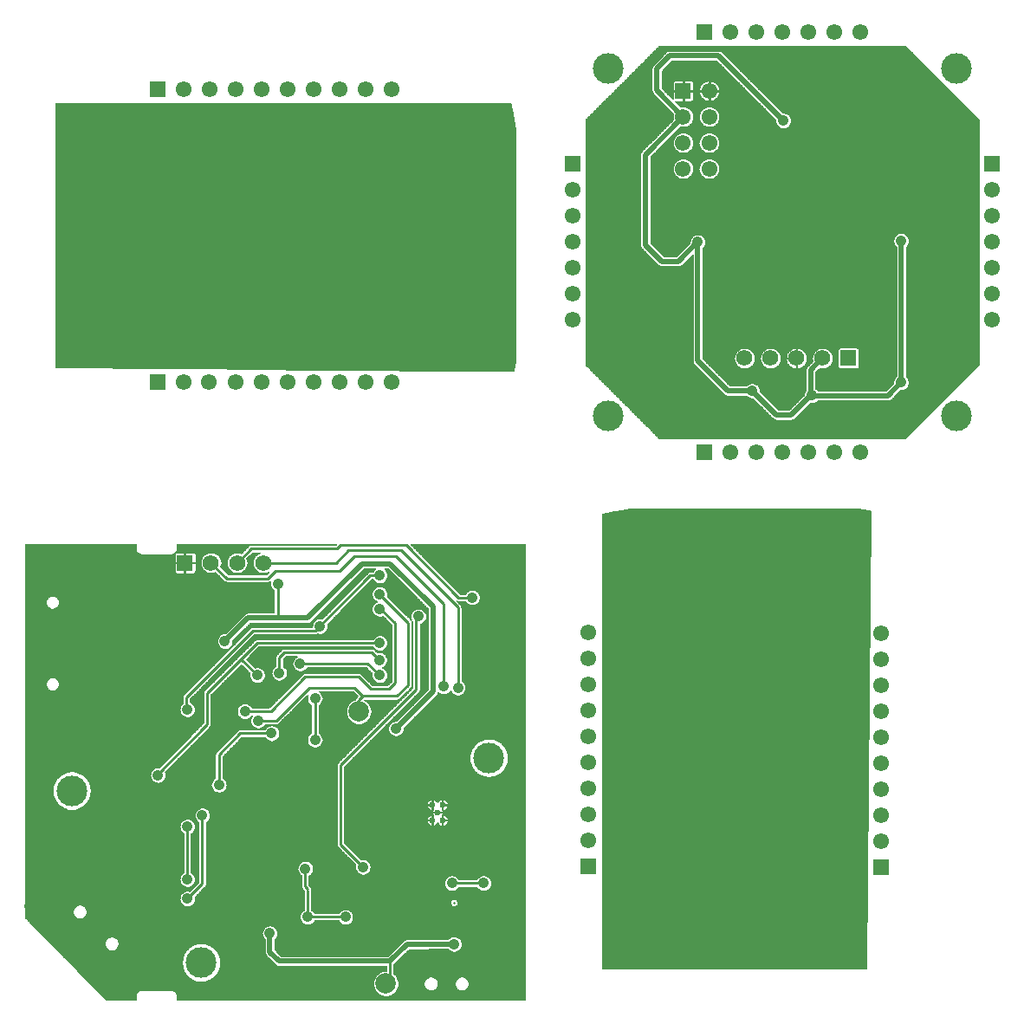
<source format=gbl>
%MOIN*%
%OFA0B0*%
%FSLAX33Y33*%
%IPPOS*%
%LPD*%
%AMRect-W1550000-H1550000-RO0.5000*
21,1,0.0610236220472441,0.0610236220472441,0,0,270*%
%AMRect-W1570000-H1570000-RO1.0000*
21,1,0.061811023622047247,0.061811023622047247,0,0,180*%
%AMCOMP118950*
4,1,3,
-0.030511811023622045,0.030511811023622055,
-0.030511811023622055,-0.030511811023622045,
0.030511811023622045,-0.030511811023622055,
0.030511811023622055,0.030511811023622045,
0*%
%AMCOMP118960*
4,1,3,
0.03090551181102363,0.03090551181102362,
-0.03090551181102362,0.03090551181102363,
-0.03090551181102363,-0.03090551181102362,
0.03090551181102362,-0.03090551181102363,
0*%
%AMCOMP11985*
4,1,3,
-0.030511811023622045,0.030511811023622055,
-0.030511811023622055,-0.030511811023622045,
0.030511811023622045,-0.030511811023622055,
0.030511811023622055,0.030511811023622045,
0*%
%AMCOMP11986*
4,1,3,
0.03090551181102363,0.03090551181102362,
-0.03090551181102362,0.03090551181102363,
-0.03090551181102363,-0.03090551181102362,
0.03090551181102362,-0.03090551181102363,
0*%
%ADD10C,0.002*%
%ADD11C,0.042*%
%ADD12R,0.0610236220472441X0.0610236220472441*%
%ADD13C,0.0610236220472441*%
%ADD24C,0.002*%
%ADD25C,0.02*%
%ADD26C,0.042*%
%ADD27R,0.0610236220472441X0.0610236220472441*%
%ADD28C,0.0610236220472441*%
%ADD29C,0.11811023622047245*%
%ADD30C,0.0610236220472441*%
%AMCOMP11987*
4,1,3,
-0.030511811023622045,0.030511811023622055,
-0.030511811023622055,-0.030511811023622045,
0.030511811023622045,-0.030511811023622055,
0.030511811023622055,0.030511811023622045,
0*%
%ADD31COMP11987*%
%ADD32C,0.061811023622047247*%
%AMCOMP11988*
4,1,3,
0.03090551181102363,0.03090551181102362,
-0.03090551181102362,0.03090551181102363,
-0.03090551181102363,-0.03090551181102362,
0.03090551181102362,-0.03090551181102363,
0*%
%ADD33COMP11988*%
%ADD44C,0.002*%
%ADD45C,0.01*%
%ADD46C,0.02*%
%ADD47C,0.042*%
%ADD48R,0.061811023622047247X0.061811023622047247*%
%ADD49C,0.061811023622047247*%
%ADD50C,0.07874015748031496*%
%ADD51C,0.11811023622047245*%
%ADD52C,0.023622047244094488*%
%ADD63C,0.002*%
%ADD64C,0.042*%
%ADD65R,0.0610236220472441X0.0610236220472441*%
%ADD66C,0.0610236220472441*%
%LPD*%
D10*
G01*
X003247Y001902D02*
X003247Y001902D01*
X003232Y001905*
X002341Y001905*
X002283Y001895*
X002241Y001887*
X002241Y000137*
X003255Y000137*
X003272Y001898*
X003247Y001902*
X003271Y001680D02*
X003271Y001899D01*
X003269Y001461D02*
X003269Y001900D01*
X003267Y001242D02*
X003267Y001900D01*
X003265Y001022D02*
X003265Y001900D01*
X003263Y000803D02*
X003263Y001901D01*
X003260Y000584D02*
X003260Y001901D01*
X003259Y000365D02*
X003259Y001901D01*
X003257Y000146D02*
X003257Y001902D01*
X003255Y000136D02*
X003255Y001902D01*
X003254Y000136D02*
X003254Y001902D01*
X003252Y000136D02*
X003252Y001903D01*
X003250Y000136D02*
X003250Y001903D01*
X003248Y000136D02*
X003248Y001903D01*
X003246Y000136D02*
X003246Y001904D01*
X003244Y000136D02*
X003244Y001904D01*
X003242Y000136D02*
X003242Y001904D01*
X003240Y000136D02*
X003240Y001905D01*
X003238Y000136D02*
X003238Y001905D01*
X003236Y000136D02*
X003236Y001905D01*
X003234Y000136D02*
X003234Y001905D01*
X003232Y000136D02*
X003232Y001906D01*
X003230Y000136D02*
X003230Y001906D01*
X003228Y000136D02*
X003228Y001906D01*
X003226Y000136D02*
X003226Y001906D01*
X003224Y000136D02*
X003224Y001906D01*
X003222Y000136D02*
X003222Y001906D01*
X003220Y000136D02*
X003220Y001906D01*
X003218Y000136D02*
X003218Y001906D01*
X003216Y000136D02*
X003216Y001906D01*
X003215Y000136D02*
X003215Y001906D01*
X003213Y000136D02*
X003213Y001906D01*
X003211Y000136D02*
X003211Y001906D01*
X003209Y000136D02*
X003209Y001906D01*
X003207Y000136D02*
X003207Y001906D01*
X003205Y000136D02*
X003205Y001906D01*
X003203Y000136D02*
X003203Y001906D01*
X003201Y000136D02*
X003201Y001906D01*
X003199Y000136D02*
X003199Y001906D01*
X003197Y000136D02*
X003197Y001906D01*
X003195Y000136D02*
X003195Y001906D01*
X003193Y000136D02*
X003193Y001906D01*
X003191Y000136D02*
X003191Y001906D01*
X003189Y000136D02*
X003189Y001906D01*
X003187Y000136D02*
X003187Y001906D01*
X003185Y000136D02*
X003185Y001906D01*
X003183Y000136D02*
X003183Y001906D01*
X003181Y000136D02*
X003181Y001906D01*
X003179Y000136D02*
X003179Y001906D01*
X003177Y000136D02*
X003177Y001906D01*
X003176Y000136D02*
X003176Y001906D01*
X003174Y000136D02*
X003174Y001906D01*
X003172Y000136D02*
X003172Y001906D01*
X003170Y000136D02*
X003170Y001906D01*
X003168Y000136D02*
X003168Y001906D01*
X003166Y000136D02*
X003166Y001906D01*
X003164Y000136D02*
X003164Y001906D01*
X003162Y000136D02*
X003162Y001906D01*
X003160Y000136D02*
X003160Y001906D01*
X003158Y000136D02*
X003158Y001906D01*
X003156Y000136D02*
X003156Y001906D01*
X003154Y000136D02*
X003154Y001906D01*
X003152Y000136D02*
X003152Y001906D01*
X003150Y000136D02*
X003150Y001906D01*
X003148Y000136D02*
X003148Y001906D01*
X003145Y000136D02*
X003145Y001906D01*
X003144Y000136D02*
X003144Y001906D01*
X003142Y000136D02*
X003142Y001906D01*
X003140Y000136D02*
X003140Y001906D01*
X003138Y000136D02*
X003138Y001906D01*
X003137Y000136D02*
X003137Y001906D01*
X003135Y000136D02*
X003135Y001906D01*
X003133Y000136D02*
X003133Y001906D01*
X003131Y000136D02*
X003131Y001906D01*
X003129Y000136D02*
X003129Y001906D01*
X003127Y000136D02*
X003127Y001906D01*
X003125Y000136D02*
X003125Y001906D01*
X003123Y000136D02*
X003123Y001906D01*
X003121Y000136D02*
X003121Y001906D01*
X003119Y000136D02*
X003119Y001906D01*
X003117Y000136D02*
X003117Y001906D01*
X003114Y000136D02*
X003114Y001906D01*
X003113Y000136D02*
X003113Y001906D01*
X003111Y000136D02*
X003111Y001906D01*
X003109Y000136D02*
X003109Y001906D01*
X003107Y000136D02*
X003107Y001906D01*
X003105Y000136D02*
X003105Y001906D01*
X003102Y000136D02*
X003102Y001906D01*
X003101Y000136D02*
X003101Y001906D01*
X003099Y000136D02*
X003099Y001906D01*
X003097Y000136D02*
X003097Y001906D01*
X003096Y000136D02*
X003096Y001906D01*
X003094Y000136D02*
X003094Y001906D01*
X003092Y000136D02*
X003092Y001906D01*
X003090Y000136D02*
X003090Y001906D01*
X003088Y000136D02*
X003088Y001906D01*
X003085Y000136D02*
X003085Y001906D01*
X003084Y000136D02*
X003084Y001906D01*
X003082Y000136D02*
X003082Y001906D01*
X003080Y000136D02*
X003080Y001906D01*
X003078Y000136D02*
X003078Y001906D01*
X003076Y000136D02*
X003076Y001906D01*
X003073Y000136D02*
X003073Y001906D01*
X003072Y000136D02*
X003072Y001906D01*
X003070Y000136D02*
X003070Y001906D01*
X003068Y000136D02*
X003068Y001906D01*
X003066Y000136D02*
X003066Y001906D01*
X003064Y000136D02*
X003064Y001906D01*
X003061Y000136D02*
X003061Y001906D01*
X003060Y000136D02*
X003060Y001906D01*
X003059Y000136D02*
X003059Y001906D01*
X003057Y000136D02*
X003057Y001906D01*
X003055Y000136D02*
X003055Y001906D01*
X003053Y000136D02*
X003053Y001906D01*
X003051Y000136D02*
X003051Y001906D01*
X003049Y000136D02*
X003049Y001906D01*
X003047Y000136D02*
X003047Y001906D01*
X003045Y000136D02*
X003045Y001906D01*
X003043Y000136D02*
X003043Y001906D01*
X003041Y000136D02*
X003041Y001906D01*
X003039Y000136D02*
X003039Y001906D01*
X003037Y000136D02*
X003037Y001906D01*
X003035Y000136D02*
X003035Y001906D01*
X003033Y000136D02*
X003033Y001906D01*
X003031Y000136D02*
X003031Y001906D01*
X003029Y000136D02*
X003029Y001906D01*
X003027Y000136D02*
X003027Y001906D01*
X003025Y000136D02*
X003025Y001906D01*
X003023Y000136D02*
X003023Y001906D01*
X003021Y000136D02*
X003021Y001906D01*
X003020Y000136D02*
X003020Y001906D01*
X003018Y000136D02*
X003018Y001906D01*
X003016Y000136D02*
X003016Y001906D01*
X003013Y000136D02*
X003013Y001906D01*
X003012Y000136D02*
X003012Y001906D01*
X003010Y000136D02*
X003010Y001906D01*
X003008Y000136D02*
X003008Y001906D01*
X003006Y000136D02*
X003006Y001906D01*
X003004Y000136D02*
X003004Y001906D01*
X003001Y000136D02*
X003001Y001906D01*
X002999Y000136D02*
X002999Y001906D01*
X002998Y000136D02*
X002998Y001906D01*
X002996Y000136D02*
X002996Y001906D01*
X002994Y000136D02*
X002994Y001906D01*
X002992Y000136D02*
X002992Y001906D01*
X002990Y000136D02*
X002990Y001906D01*
X002987Y000136D02*
X002987Y001906D01*
X002986Y000136D02*
X002986Y001906D01*
X002984Y000136D02*
X002984Y001906D01*
X002982Y000136D02*
X002982Y001906D01*
X002981Y000136D02*
X002981Y001906D01*
X002979Y000136D02*
X002979Y001906D01*
X002977Y000136D02*
X002977Y001906D01*
X002975Y000136D02*
X002975Y001906D01*
X002973Y000136D02*
X002973Y001906D01*
X002971Y000136D02*
X002971Y001906D01*
X002969Y000136D02*
X002969Y001906D01*
X002967Y000136D02*
X002967Y001906D01*
X002965Y000136D02*
X002965Y001906D01*
X002963Y000136D02*
X002963Y001906D01*
X002961Y000136D02*
X002961Y001906D01*
X002959Y000136D02*
X002959Y001906D01*
X002957Y000136D02*
X002957Y001906D01*
X002955Y000136D02*
X002955Y001906D01*
X002953Y000136D02*
X002953Y001906D01*
X002951Y000136D02*
X002951Y001906D01*
X002949Y000136D02*
X002949Y001906D01*
X002947Y000136D02*
X002947Y001906D01*
X002945Y000136D02*
X002945Y001906D01*
X002943Y000136D02*
X002943Y001906D01*
X002942Y000136D02*
X002942Y001906D01*
X002939Y000136D02*
X002939Y001906D01*
X002938Y000136D02*
X002938Y001906D01*
X002936Y000136D02*
X002936Y001906D01*
X002934Y000136D02*
X002934Y001906D01*
X002932Y000136D02*
X002932Y001906D01*
X002930Y000136D02*
X002930Y001906D01*
X002927Y000136D02*
X002927Y001906D01*
X002926Y000136D02*
X002926Y001906D01*
X002924Y000136D02*
X002924Y001906D01*
X002922Y000136D02*
X002922Y001906D01*
X002920Y000136D02*
X002920Y001906D01*
X002918Y000136D02*
X002918Y001906D01*
X002915Y000136D02*
X002915Y001906D01*
X002914Y000136D02*
X002914Y001906D01*
X002912Y000136D02*
X002912Y001906D01*
X002910Y000136D02*
X002910Y001906D01*
X002908Y000136D02*
X002908Y001906D01*
X002906Y000136D02*
X002906Y001906D01*
X002903Y000136D02*
X002903Y001906D01*
X002903Y000136D02*
X002903Y001906D01*
X002901Y000136D02*
X002901Y001906D01*
X002899Y000136D02*
X002899Y001906D01*
X002897Y000136D02*
X002897Y001906D01*
X002895Y000136D02*
X002895Y001906D01*
X002893Y000136D02*
X002893Y001906D01*
X002891Y000136D02*
X002891Y001906D01*
X002889Y000136D02*
X002889Y001906D01*
X002887Y000136D02*
X002887Y001906D01*
X002885Y000136D02*
X002885Y001906D01*
X002883Y000136D02*
X002883Y001906D01*
X002881Y000136D02*
X002881Y001906D01*
X002879Y000136D02*
X002879Y001906D01*
X002877Y000136D02*
X002877Y001906D01*
X002875Y000136D02*
X002875Y001906D01*
X002873Y000136D02*
X002873Y001906D01*
X002871Y000136D02*
X002871Y001906D01*
X002869Y000136D02*
X002869Y001906D01*
X002867Y000136D02*
X002867Y001906D01*
X002865Y000136D02*
X002865Y001906D01*
X002864Y000136D02*
X002864Y001906D01*
X002862Y000136D02*
X002862Y001906D01*
X002860Y000136D02*
X002860Y001906D01*
X002858Y000136D02*
X002858Y001906D01*
X002855Y000136D02*
X002855Y001906D01*
X002854Y000136D02*
X002854Y001906D01*
X002852Y000136D02*
X002852Y001906D01*
X002850Y000136D02*
X002850Y001906D01*
X002848Y000136D02*
X002848Y001906D01*
X002846Y000136D02*
X002846Y001906D01*
X002843Y000136D02*
X002843Y001906D01*
X002841Y000136D02*
X002841Y001906D01*
X002840Y000136D02*
X002840Y001906D01*
X002838Y000136D02*
X002838Y001906D01*
X002836Y000136D02*
X002836Y001906D01*
X002834Y000136D02*
X002834Y001906D01*
X002831Y000136D02*
X002831Y001906D01*
X002829Y000136D02*
X002829Y001906D01*
X002828Y000136D02*
X002828Y001906D01*
X002826Y000136D02*
X002826Y001906D01*
X002825Y000136D02*
X002825Y001906D01*
X002823Y000136D02*
X002823Y001906D01*
X002821Y000136D02*
X002821Y001906D01*
X002819Y000136D02*
X002819Y001906D01*
X002817Y000136D02*
X002817Y001906D01*
X002815Y000136D02*
X002815Y001906D01*
X002813Y000136D02*
X002813Y001906D01*
X002811Y000136D02*
X002811Y001906D01*
X002809Y000136D02*
X002809Y001906D01*
X002807Y000136D02*
X002807Y001906D01*
X002805Y000136D02*
X002805Y001906D01*
X002803Y000136D02*
X002803Y001906D01*
X002801Y000136D02*
X002801Y001906D01*
X002799Y000136D02*
X002799Y001906D01*
X002797Y000136D02*
X002797Y001906D01*
X002795Y000136D02*
X002795Y001906D01*
X002793Y000136D02*
X002793Y001906D01*
X002791Y000136D02*
X002791Y001906D01*
X002789Y000136D02*
X002789Y001906D01*
X002787Y000136D02*
X002787Y001906D01*
X002786Y000136D02*
X002786Y001906D01*
X002783Y000136D02*
X002783Y001906D01*
X002781Y000136D02*
X002781Y001906D01*
X002780Y000136D02*
X002780Y001906D01*
X002778Y000136D02*
X002778Y001906D01*
X002776Y000136D02*
X002776Y001906D01*
X002774Y000136D02*
X002774Y001906D01*
X002771Y000136D02*
X002771Y001906D01*
X002769Y000136D02*
X002769Y001906D01*
X002768Y000136D02*
X002768Y001906D01*
X002766Y000136D02*
X002766Y001906D01*
X002764Y000136D02*
X002764Y001906D01*
X002762Y000136D02*
X002762Y001906D01*
X002759Y000136D02*
X002759Y001906D01*
X002757Y000136D02*
X002757Y001906D01*
X002756Y000136D02*
X002756Y001906D01*
X002754Y000136D02*
X002754Y001906D01*
X002752Y000136D02*
X002752Y001906D01*
X002750Y000136D02*
X002750Y001906D01*
X002748Y000136D02*
X002748Y001906D01*
X002747Y000136D02*
X002747Y001906D01*
X002745Y000136D02*
X002745Y001906D01*
X002743Y000136D02*
X002743Y001906D01*
X002741Y000136D02*
X002741Y001906D01*
X002739Y000136D02*
X002739Y001906D01*
X002737Y000136D02*
X002737Y001906D01*
X002735Y000136D02*
X002735Y001906D01*
X002733Y000136D02*
X002733Y001906D01*
X002731Y000136D02*
X002731Y001906D01*
X002729Y000136D02*
X002729Y001906D01*
X002727Y000136D02*
X002727Y001906D01*
X002725Y000136D02*
X002725Y001906D01*
X002723Y000136D02*
X002723Y001906D01*
X002721Y000136D02*
X002721Y001906D01*
X002719Y000136D02*
X002719Y001906D01*
X002717Y000136D02*
X002717Y001906D01*
X002715Y000136D02*
X002715Y001906D01*
X002713Y000136D02*
X002713Y001906D01*
X002711Y000136D02*
X002711Y001906D01*
X002709Y000136D02*
X002709Y001906D01*
X002708Y000136D02*
X002708Y001906D01*
X002706Y000136D02*
X002706Y001906D01*
X002704Y000136D02*
X002704Y001906D01*
X002702Y000136D02*
X002702Y001906D01*
X002700Y000136D02*
X002700Y001906D01*
X002697Y000136D02*
X002697Y001906D01*
X002695Y000136D02*
X002695Y001906D01*
X002694Y000136D02*
X002694Y001906D01*
X002692Y000136D02*
X002692Y001906D01*
X002690Y000136D02*
X002690Y001906D01*
X002688Y000136D02*
X002688Y001906D01*
X002685Y000136D02*
X002685Y001906D01*
X002683Y000136D02*
X002683Y001906D01*
X002682Y000136D02*
X002682Y001906D01*
X002680Y000136D02*
X002680Y001906D01*
X002678Y000136D02*
X002678Y001906D01*
X002676Y000136D02*
X002676Y001906D01*
X002673Y000136D02*
X002673Y001906D01*
X002671Y000136D02*
X002671Y001906D01*
X002670Y000136D02*
X002670Y001906D01*
X002669Y000136D02*
X002669Y001906D01*
X002667Y000136D02*
X002667Y001906D01*
X002665Y000136D02*
X002665Y001906D01*
X002663Y000136D02*
X002663Y001906D01*
X002661Y000136D02*
X002661Y001906D01*
X002659Y000136D02*
X002659Y001906D01*
X002657Y000136D02*
X002657Y001906D01*
X002655Y000136D02*
X002655Y001906D01*
X002653Y000136D02*
X002653Y001906D01*
X002651Y000136D02*
X002651Y001906D01*
X002649Y000136D02*
X002649Y001906D01*
X002647Y000136D02*
X002647Y001906D01*
X002645Y000136D02*
X002645Y001906D01*
X002643Y000136D02*
X002643Y001906D01*
X002641Y000136D02*
X002641Y001906D01*
X002639Y000136D02*
X002639Y001906D01*
X002637Y000136D02*
X002637Y001906D01*
X002635Y000136D02*
X002635Y001906D01*
X002633Y000136D02*
X002633Y001906D01*
X002631Y000136D02*
X002631Y001906D01*
X002630Y000136D02*
X002630Y001906D01*
X002628Y000136D02*
X002628Y001906D01*
X002625Y000136D02*
X002625Y001906D01*
X002623Y000136D02*
X002623Y001906D01*
X002622Y000136D02*
X002622Y001906D01*
X002620Y000136D02*
X002620Y001906D01*
X002618Y000136D02*
X002618Y001906D01*
X002616Y000136D02*
X002616Y001906D01*
X002613Y000136D02*
X002613Y001906D01*
X002611Y000136D02*
X002611Y001906D01*
X002610Y000136D02*
X002610Y001906D01*
X002608Y000136D02*
X002608Y001906D01*
X002606Y000136D02*
X002606Y001906D01*
X002604Y000136D02*
X002604Y001906D01*
X002602Y000136D02*
X002602Y001906D01*
X002599Y000136D02*
X002599Y001906D01*
X002598Y000136D02*
X002598Y001906D01*
X002596Y000136D02*
X002596Y001906D01*
X002594Y000136D02*
X002594Y001906D01*
X002592Y000136D02*
X002592Y001906D01*
X002591Y000136D02*
X002591Y001906D01*
X002589Y000136D02*
X002589Y001906D01*
X002587Y000136D02*
X002587Y001906D01*
X002585Y000136D02*
X002585Y001906D01*
X002583Y000136D02*
X002583Y001906D01*
X002581Y000136D02*
X002581Y001906D01*
X002579Y000136D02*
X002579Y001906D01*
X002577Y000136D02*
X002577Y001906D01*
X002575Y000136D02*
X002575Y001906D01*
X002573Y000136D02*
X002573Y001906D01*
X002571Y000136D02*
X002571Y001906D01*
X002569Y000136D02*
X002569Y001906D01*
X002567Y000136D02*
X002567Y001906D01*
X002565Y000136D02*
X002565Y001906D01*
X002563Y000136D02*
X002563Y001906D01*
X002561Y000136D02*
X002561Y001906D01*
X002559Y000136D02*
X002559Y001906D01*
X002557Y000136D02*
X002557Y001906D01*
X002555Y000136D02*
X002555Y001906D01*
X002553Y000136D02*
X002553Y001906D01*
X002551Y000136D02*
X002551Y001906D01*
X002550Y000136D02*
X002550Y001906D01*
X002548Y000136D02*
X002548Y001906D01*
X002546Y000136D02*
X002546Y001906D01*
X002544Y000136D02*
X002544Y001906D01*
X002542Y000136D02*
X002542Y001906D01*
X002539Y000136D02*
X002539Y001906D01*
X002538Y000136D02*
X002538Y001906D01*
X002536Y000136D02*
X002536Y001906D01*
X002534Y000136D02*
X002534Y001906D01*
X002532Y000136D02*
X002532Y001906D01*
X002530Y000136D02*
X002530Y001906D01*
X002527Y000136D02*
X002527Y001906D01*
X002526Y000136D02*
X002526Y001906D01*
X002524Y000136D02*
X002524Y001906D01*
X002522Y000136D02*
X002522Y001906D01*
X002520Y000136D02*
X002520Y001906D01*
X002518Y000136D02*
X002518Y001906D01*
X002516Y000136D02*
X002516Y001906D01*
X002514Y000136D02*
X002514Y001906D01*
X002513Y000136D02*
X002513Y001906D01*
X002511Y000136D02*
X002511Y001906D01*
X002509Y000136D02*
X002509Y001906D01*
X002507Y000136D02*
X002507Y001906D01*
X002505Y000136D02*
X002505Y001906D01*
X002503Y000136D02*
X002503Y001906D01*
X002501Y000136D02*
X002501Y001906D01*
X002499Y000136D02*
X002499Y001906D01*
X002497Y000136D02*
X002497Y001906D01*
X002495Y000136D02*
X002495Y001906D01*
X002493Y000136D02*
X002493Y001906D01*
X002491Y000136D02*
X002491Y001906D01*
X002489Y000136D02*
X002489Y001906D01*
X002487Y000136D02*
X002487Y001906D01*
X002485Y000136D02*
X002485Y001906D01*
X002483Y000136D02*
X002483Y001906D01*
X002481Y000136D02*
X002481Y001906D01*
X002479Y000136D02*
X002479Y001906D01*
X002477Y000136D02*
X002477Y001906D01*
X002475Y000136D02*
X002475Y001906D01*
X002474Y000136D02*
X002474Y001906D01*
X002472Y000136D02*
X002472Y001906D01*
X002470Y000136D02*
X002470Y001906D01*
X002468Y000136D02*
X002468Y001906D01*
X002466Y000136D02*
X002466Y001906D01*
X002464Y000136D02*
X002464Y001906D01*
X002462Y000136D02*
X002462Y001906D01*
X002460Y000136D02*
X002460Y001906D01*
X002458Y000136D02*
X002458Y001906D01*
X002456Y000136D02*
X002456Y001906D01*
X002454Y000136D02*
X002454Y001906D01*
X002452Y000136D02*
X002452Y001906D01*
X002450Y000136D02*
X002450Y001906D01*
X002448Y000136D02*
X002448Y001906D01*
X002446Y000136D02*
X002446Y001906D01*
X002444Y000136D02*
X002444Y001906D01*
X002442Y000136D02*
X002442Y001906D01*
X002440Y000136D02*
X002440Y001906D01*
X002438Y000136D02*
X002438Y001906D01*
X002436Y000136D02*
X002436Y001906D01*
X002435Y000136D02*
X002435Y001906D01*
X002433Y000136D02*
X002433Y001906D01*
X002431Y000136D02*
X002431Y001906D01*
X002429Y000136D02*
X002429Y001906D01*
X002427Y000136D02*
X002427Y001906D01*
X002425Y000136D02*
X002425Y001906D01*
X002423Y000136D02*
X002423Y001906D01*
X002421Y000136D02*
X002421Y001906D01*
X002419Y000136D02*
X002419Y001906D01*
X002417Y000136D02*
X002417Y001906D01*
X002415Y000136D02*
X002415Y001906D01*
X002413Y000136D02*
X002413Y001906D01*
X002411Y000136D02*
X002411Y001906D01*
X002409Y000136D02*
X002409Y001906D01*
X002407Y000136D02*
X002407Y001906D01*
X002405Y000136D02*
X002405Y001906D01*
X002403Y000136D02*
X002403Y001906D01*
X002401Y000136D02*
X002401Y001906D01*
X002399Y000136D02*
X002399Y001906D01*
X002397Y000136D02*
X002397Y001906D01*
X002396Y000136D02*
X002396Y001906D01*
X002394Y000136D02*
X002394Y001906D01*
X002392Y000136D02*
X002392Y001906D01*
X002390Y000136D02*
X002390Y001906D01*
X002388Y000136D02*
X002388Y001906D01*
X002386Y000136D02*
X002386Y001906D01*
X002384Y000136D02*
X002384Y001906D01*
X002382Y000136D02*
X002382Y001906D01*
X002380Y000136D02*
X002380Y001906D01*
X002378Y000136D02*
X002378Y001906D01*
X002376Y000136D02*
X002376Y001906D01*
X002374Y000136D02*
X002374Y001906D01*
X002372Y000136D02*
X002372Y001906D01*
X002370Y000136D02*
X002370Y001906D01*
X002368Y000136D02*
X002368Y001906D01*
X002366Y000136D02*
X002366Y001906D01*
X002364Y000136D02*
X002364Y001906D01*
X002362Y000136D02*
X002362Y001906D01*
X002360Y000136D02*
X002360Y001906D01*
X002358Y000136D02*
X002358Y001906D01*
X002357Y000136D02*
X002357Y001906D01*
X002355Y000136D02*
X002355Y001906D01*
X002353Y000136D02*
X002353Y001906D01*
X002351Y000136D02*
X002351Y001906D01*
X002349Y000136D02*
X002349Y001906D01*
X002347Y000136D02*
X002347Y001906D01*
X002345Y000136D02*
X002345Y001906D01*
X002343Y000136D02*
X002343Y001906D01*
X002341Y000136D02*
X002341Y001906D01*
X002339Y000136D02*
X002339Y001905D01*
X002337Y000136D02*
X002337Y001905D01*
X002335Y000136D02*
X002335Y001905D01*
X002333Y000136D02*
X002333Y001904D01*
X002331Y000136D02*
X002331Y001904D01*
X002329Y000136D02*
X002329Y001904D01*
X002327Y000136D02*
X002327Y001903D01*
X002325Y000136D02*
X002325Y001903D01*
X002323Y000136D02*
X002323Y001903D01*
X002321Y000136D02*
X002321Y001902D01*
X002319Y000136D02*
X002319Y001902D01*
X002318Y000136D02*
X002318Y001902D01*
X002316Y000136D02*
X002316Y001902D01*
X002314Y000136D02*
X002314Y001901D01*
X002312Y000136D02*
X002312Y001901D01*
X002310Y000136D02*
X002310Y001901D01*
X002308Y000136D02*
X002308Y001900D01*
X002306Y000136D02*
X002306Y001900D01*
X002304Y000136D02*
X002304Y001900D01*
X002302Y000136D02*
X002302Y001899D01*
X002300Y000136D02*
X002300Y001899D01*
X002298Y000136D02*
X002298Y001899D01*
X002296Y000136D02*
X002296Y001898D01*
X002294Y000136D02*
X002294Y001898D01*
X002292Y000136D02*
X002292Y001898D01*
X002290Y000136D02*
X002290Y001897D01*
X002288Y000136D02*
X002288Y001897D01*
X002286Y000136D02*
X002286Y001897D01*
X002284Y000136D02*
X002284Y001896D01*
X002282Y000136D02*
X002282Y001896D01*
X002280Y000136D02*
X002280Y001896D01*
X002279Y000136D02*
X002279Y001895D01*
X002277Y000136D02*
X002277Y001895D01*
X002275Y000136D02*
X002275Y001895D01*
X002273Y000136D02*
X002273Y001894D01*
X002271Y000136D02*
X002271Y001894D01*
X002269Y000136D02*
X002269Y001893D01*
X002267Y000136D02*
X002267Y001893D01*
X002265Y000136D02*
X002265Y001893D01*
X002263Y000136D02*
X002263Y001892D01*
X002261Y000136D02*
X002261Y001892D01*
X002259Y000136D02*
X002259Y001892D01*
X002257Y000136D02*
X002257Y001891D01*
X002255Y000136D02*
X002255Y001891D01*
X002253Y000136D02*
X002253Y001890D01*
X002251Y000136D02*
X002251Y001890D01*
X002249Y000136D02*
X002249Y001890D01*
X002247Y000136D02*
X002247Y001889D01*
X002245Y000136D02*
X002245Y001889D01*
X002243Y000136D02*
X002243Y001889D01*
X002241Y000136D02*
X002241Y001888D01*
D11*
X002334Y000980D03*
X003216Y001847D03*
X002627Y001164D03*
X002364Y001709D03*
X002935Y001522D03*
X002629Y001522D03*
X002368Y000643D03*
X002948Y000262D03*
X002921Y001709D03*
X002340Y001130D03*
X003194Y000282D03*
X002309Y001841D03*
X002326Y001284D03*
X002627Y000979D03*
X003141Y000793D03*
X002635Y000616D03*
X002637Y000443D03*
X002939Y001164D03*
X002942Y000980D03*
X003143Y001152D03*
X003131Y000616D03*
X002620Y001342D03*
X002647Y001711D03*
X002340Y000461D03*
X002635Y000797D03*
X002645Y000250D03*
X002318Y000260D03*
X003167Y000977D03*
X002946Y000797D03*
X002948Y000628D03*
X002951Y000453D03*
X003145Y001526D03*
X002938Y001342D03*
X002328Y000811D03*
X003149Y000447D03*
X003198Y001689D03*
D12*
X003312Y000529D03*
D13*
X003312Y000629D03*
X003312Y000728D03*
X003312Y000829D03*
X003312Y000929D03*
X003312Y001029D03*
X003312Y001129D03*
X003312Y001229D03*
X003312Y001329D03*
X003312Y001429D03*
D12*
X002187Y000531D03*
D13*
X002187Y000631D03*
X002187Y000731D03*
X002187Y000831D03*
X002187Y000931D03*
X002187Y001031D03*
X002187Y001131D03*
X002187Y001231D03*
X002187Y001330D03*
X002187Y001431D03*
D24*
G01*
X003689Y002461D02*
X003689Y002461D01*
X003689Y003405*
X003405Y003689*
X002461Y003689*
X002176Y003405*
X002176Y002461*
X002461Y002176*
X003405Y002176*
X003689Y002461*
X002968Y002249D02*
X002968Y002249D01*
X002972Y002250*
X002972Y002250*
X002975Y002251*
X002975Y002251*
X002979Y002252*
X002979Y002252*
X002981Y002255*
X002981Y002255*
X003041Y002314*
X003043Y002313*
X003043Y002313*
X003049Y002313*
X003049Y002313*
X003057Y002315*
X003057Y002315*
X003064Y002318*
X003064Y002318*
X003069Y002323*
X003340Y002323*
X003340Y002323*
X003344Y002323*
X003344Y002323*
X003347Y002324*
X003347Y002324*
X003351Y002326*
X003351Y002326*
X003353Y002329*
X003354Y002329*
X003388Y002363*
X003394Y002363*
X003394Y002363*
X003401Y002365*
X003401Y002365*
X003408Y002368*
X003408Y002368*
X003413Y002373*
X003413Y002373*
X003417Y002379*
X003417Y002379*
X003420Y002385*
X003420Y002385*
X003421Y002393*
X003421Y002393*
X003420Y002400*
X003420Y002400*
X003417Y002407*
X003417Y002407*
X003413Y002412*
X003413Y002413*
X003410Y002416*
X003410Y002915*
X003413Y002918*
X003413Y002918*
X003417Y002923*
X003417Y002924*
X003420Y002930*
X003420Y002930*
X003421Y002937*
X003421Y002938*
X003420Y002945*
X003420Y002945*
X003417Y002951*
X003417Y002951*
X003413Y002957*
X003413Y002957*
X003408Y002962*
X003408Y002962*
X003401Y002966*
X003401Y002966*
X003394Y002967*
X003394Y002967*
X003387Y002967*
X003387Y002967*
X003380Y002966*
X003380Y002966*
X003374Y002962*
X003374Y002962*
X003368Y002957*
X003368Y002957*
X003364Y002951*
X003364Y002951*
X003362Y002945*
X003361Y002945*
X003361Y002938*
X003361Y002937*
X003361Y002930*
X003362Y002930*
X003364Y002924*
X003364Y002923*
X003368Y002918*
X003368Y002918*
X003372Y002915*
X003372Y002416*
X003368Y002413*
X003368Y002412*
X003364Y002407*
X003364Y002407*
X003362Y002400*
X003361Y002400*
X003361Y002393*
X003361Y002393*
X003361Y002390*
X003332Y002361*
X003071Y002361*
X003069Y002363*
X003069Y002363*
X003064Y002368*
X003064Y002368*
X003061Y002369*
X003061Y002433*
X003077Y002448*
X003083Y002446*
X003083Y002446*
X003092Y002446*
X003093Y002446*
X003102Y002448*
X003102Y002448*
X003109Y002453*
X003109Y002453*
X003118Y002459*
X003118Y002459*
X003123Y002467*
X003123Y002467*
X003126Y002476*
X003126Y002476*
X003128Y002486*
X003128Y002486*
X003126Y002495*
X003126Y002495*
X003123Y002504*
X003123Y002504*
X003118Y002512*
X003118Y002512*
X003109Y002519*
X003109Y002519*
X003102Y002523*
X003102Y002523*
X003093Y002525*
X003092Y002525*
X003083Y002525*
X003083Y002525*
X003073Y002523*
X003073Y002523*
X003065Y002519*
X003065Y002519*
X003058Y002512*
X003058Y002512*
X003052Y002504*
X003052Y002504*
X003049Y002495*
X003049Y002495*
X003048Y002486*
X003048Y002486*
X003049Y002476*
X003049Y002476*
X003049Y002474*
X003029Y002454*
X003029Y002454*
X003027Y002451*
X003027Y002451*
X003025Y002448*
X003025Y002448*
X003024Y002444*
X003024Y002444*
X003024Y002441*
X003024Y002440*
X003024Y002362*
X003020Y002357*
X003020Y002357*
X003018Y002350*
X003018Y002350*
X003017Y002344*
X002960Y002287*
X002918Y002287*
X002847Y002358*
X002847Y002361*
X002847Y002361*
X002847Y002368*
X002847Y002368*
X002843Y002375*
X002843Y002375*
X002840Y002381*
X002840Y002381*
X002835Y002385*
X002834Y002385*
X002828Y002389*
X002828Y002389*
X002821Y002391*
X002821Y002391*
X002814Y002391*
X002814Y002391*
X002807Y002389*
X002807Y002389*
X002800Y002385*
X002800Y002385*
X002795Y002381*
X002795Y002381*
X002793Y002380*
X002731Y002380*
X002627Y002484*
X002627Y002910*
X002630Y002913*
X002630Y002913*
X002634Y002919*
X002634Y002919*
X002637Y002925*
X002637Y002925*
X002637Y002932*
X002637Y002933*
X002637Y002939*
X002637Y002939*
X002634Y002946*
X002634Y002947*
X002630Y002951*
X002630Y002953*
X002625Y002957*
X002625Y002957*
X002618Y002961*
X002618Y002961*
X002611Y002962*
X002611Y002962*
X002604Y002962*
X002604Y002962*
X002597Y002961*
X002597Y002961*
X002591Y002957*
X002591Y002957*
X002585Y002953*
X002585Y002951*
X002581Y002947*
X002581Y002946*
X002579Y002939*
X002579Y002939*
X002578Y002933*
X002578Y002932*
X002578Y002930*
X002526Y002878*
X002477Y002878*
X002425Y002930*
X002425Y003260*
X002541Y003377*
X002547Y003376*
X002547Y003376*
X002557Y003376*
X002557Y003376*
X002566Y003378*
X002566Y003378*
X002574Y003382*
X002574Y003382*
X002581Y003389*
X002582Y003389*
X002587Y003397*
X002587Y003397*
X002590Y003406*
X002590Y003406*
X002591Y003415*
X002591Y003415*
X002590Y003424*
X002590Y003425*
X002587Y003433*
X002587Y003433*
X002582Y003441*
X002581Y003441*
X002574Y003448*
X002574Y003448*
X002566Y003452*
X002566Y003452*
X002557Y003454*
X002557Y003454*
X002547Y003454*
X002547Y003454*
X002541Y003453*
X002520Y003474*
X002521Y003475*
X002548Y003475*
X002549Y003476*
X002549Y003486*
X002555Y003486*
X002555Y003476*
X002555Y003475*
X002582Y003475*
X002582Y003475*
X002584Y003476*
X002584Y003476*
X002585Y003476*
X002585Y003476*
X002586Y003476*
X002587Y003477*
X002587Y003477*
X002587Y003477*
X002589Y003478*
X002589Y003478*
X002590Y003478*
X002590Y003478*
X002590Y003480*
X002590Y003480*
X002591Y003482*
X002591Y003482*
X002591Y003483*
X002591Y003483*
X002591Y003484*
X002591Y003485*
X002591Y003511*
X002591Y003512*
X002581Y003512*
X002581Y003518*
X002591Y003518*
X002591Y003519*
X002591Y003546*
X002591Y003546*
X002591Y003547*
X002591Y003547*
X002591Y003548*
X002591Y003548*
X002590Y003550*
X002590Y003550*
X002590Y003550*
X002590Y003550*
X002589Y003552*
X002589Y003552*
X002587Y003552*
X002587Y003552*
X002587Y003554*
X002586Y003554*
X002585Y003554*
X002585Y003554*
X002584Y003555*
X002584Y003555*
X002582Y003555*
X002582Y003555*
X002555Y003555*
X002555Y003554*
X002555Y003545*
X002549Y003545*
X002549Y003554*
X002548Y003555*
X002521Y003555*
X002521Y003555*
X002520Y003555*
X002520Y003555*
X002519Y003554*
X002519Y003554*
X002517Y003554*
X002517Y003554*
X002516Y003552*
X002516Y003552*
X002515Y003552*
X002515Y003552*
X002514Y003550*
X002514Y003550*
X002513Y003550*
X002513Y003550*
X002513Y003548*
X002513Y003548*
X002512Y003547*
X002512Y003547*
X002512Y003546*
X002512Y003546*
X002512Y003519*
X002513Y003518*
X002522Y003518*
X002522Y003512*
X002513Y003512*
X002512Y003511*
X002512Y003484*
X002510Y003483*
X002469Y003525*
X002469Y003592*
X002508Y003631*
X002680Y003631*
X002908Y003403*
X002907Y003400*
X002907Y003400*
X002908Y003393*
X002908Y003393*
X002911Y003386*
X002911Y003386*
X002915Y003380*
X002915Y003380*
X002920Y003375*
X002920Y003375*
X002927Y003372*
X002927Y003372*
X002934Y003370*
X002934Y003370*
X002941Y003370*
X002941Y003370*
X002948Y003372*
X002948Y003372*
X002955Y003375*
X002955Y003375*
X002960Y003380*
X002960Y003380*
X002963Y003386*
X002963Y003386*
X002967Y003393*
X002967Y003393*
X002968Y003400*
X002968Y003400*
X002967Y003406*
X002967Y003406*
X002963Y003414*
X002963Y003414*
X002960Y003420*
X002960Y003420*
X002955Y003425*
X002955Y003425*
X002948Y003428*
X002948Y003428*
X002941Y003430*
X002941Y003430*
X002935Y003430*
X002701Y003664*
X002701Y003664*
X002697Y003666*
X002697Y003666*
X002695Y003668*
X002695Y003668*
X002691Y003669*
X002691Y003669*
X002688Y003669*
X002688Y003669*
X002500Y003669*
X002500Y003669*
X002497Y003669*
X002497Y003669*
X002493Y003668*
X002493Y003668*
X002490Y003666*
X002490Y003666*
X002487Y003664*
X002487Y003664*
X002437Y003612*
X002437Y003612*
X002435Y003610*
X002434Y003610*
X002433Y003607*
X002433Y003607*
X002432Y003604*
X002432Y003604*
X002431Y003600*
X002431Y003600*
X002431Y003517*
X002431Y003517*
X002432Y003513*
X002432Y003513*
X002433Y003509*
X002433Y003509*
X002434Y003506*
X002435Y003506*
X002437Y003502*
X002437Y003502*
X002514Y003426*
X002513Y003425*
X002513Y003424*
X002512Y003415*
X002512Y003415*
X002513Y003406*
X002513Y003406*
X002514Y003404*
X002393Y003283*
X002392Y003283*
X002390Y003279*
X002390Y003279*
X002388Y003277*
X002388Y003276*
X002387Y003272*
X002387Y003272*
X002387Y003269*
X002387Y003269*
X002387Y002922*
X002387Y002922*
X002387Y002918*
X002387Y002918*
X002388Y002915*
X002388Y002914*
X002390Y002911*
X002390Y002911*
X002392Y002908*
X002393Y002908*
X002455Y002845*
X002456Y002845*
X002458Y002843*
X002458Y002843*
X002462Y002841*
X002462Y002841*
X002465Y002840*
X002465Y002840*
X002469Y002840*
X002469Y002840*
X002534Y002840*
X002534Y002840*
X002538Y002840*
X002538Y002840*
X002541Y002841*
X002541Y002841*
X002545Y002843*
X002545Y002843*
X002547Y002845*
X002547Y002845*
X002587Y002885*
X002589Y002884*
X002589Y002476*
X002589Y002476*
X002589Y002472*
X002589Y002472*
X002590Y002469*
X002590Y002469*
X002592Y002465*
X002592Y002465*
X002594Y002462*
X002594Y002462*
X002709Y002347*
X002709Y002347*
X002712Y002345*
X002712Y002345*
X002716Y002343*
X002716Y002343*
X002719Y002342*
X002719Y002342*
X002723Y002342*
X002723Y002342*
X002793Y002342*
X002795Y002341*
X002795Y002341*
X002800Y002336*
X002800Y002336*
X002807Y002333*
X002807Y002333*
X002814Y002331*
X002814Y002331*
X002819Y002331*
X002896Y002255*
X002897Y002255*
X002899Y002252*
X002899Y002252*
X002903Y002251*
X002903Y002251*
X002906Y002250*
X002906Y002250*
X002910Y002249*
X002910Y002249*
X002968Y002249*
X002968Y002249*
X002649Y003476D02*
X002649Y003476D01*
X002649Y003486*
X002655Y003486*
X002655Y003476*
X002655Y003476*
X002657Y003476*
X002657Y003476*
X002666Y003478*
X002666Y003478*
X002673Y003482*
X002673Y003483*
X002681Y003489*
X002682Y003489*
X002687Y003497*
X002687Y003497*
X002690Y003506*
X002690Y003506*
X002691Y003511*
X002690Y003512*
X002681Y003512*
X002681Y003518*
X002690Y003518*
X002691Y003519*
X002690Y003524*
X002690Y003525*
X002687Y003533*
X002687Y003533*
X002682Y003540*
X002681Y003540*
X002673Y003548*
X002673Y003548*
X002666Y003552*
X002666Y003552*
X002657Y003554*
X002657Y003554*
X002655Y003554*
X002655Y003554*
X002655Y003544*
X002649Y003544*
X002649Y003554*
X002647Y003554*
X002647Y003554*
X002647Y003554*
X002637Y003552*
X002637Y003552*
X002629Y003548*
X002629Y003548*
X002622Y003540*
X002622Y003540*
X002617Y003533*
X002617Y003533*
X002613Y003525*
X002613Y003524*
X002613Y003519*
X002613Y003518*
X002622Y003518*
X002622Y003512*
X002613Y003512*
X002613Y003511*
X002613Y003506*
X002613Y003506*
X002617Y003497*
X002617Y003497*
X002622Y003489*
X002622Y003489*
X002629Y003483*
X002629Y003482*
X002637Y003478*
X002637Y003478*
X002647Y003476*
X002647Y003476*
X002647Y003476*
X002649Y003476*
X002657Y003376D02*
X002657Y003376D01*
X002666Y003378*
X002666Y003378*
X002673Y003382*
X002673Y003382*
X002681Y003389*
X002682Y003389*
X002687Y003397*
X002687Y003397*
X002690Y003406*
X002690Y003406*
X002691Y003415*
X002691Y003415*
X002690Y003424*
X002690Y003425*
X002687Y003433*
X002687Y003433*
X002682Y003441*
X002681Y003441*
X002673Y003448*
X002673Y003448*
X002666Y003452*
X002666Y003452*
X002657Y003454*
X002657Y003454*
X002647Y003454*
X002647Y003454*
X002637Y003452*
X002637Y003452*
X002629Y003448*
X002629Y003448*
X002622Y003441*
X002622Y003441*
X002617Y003433*
X002617Y003433*
X002613Y003425*
X002613Y003424*
X002611Y003415*
X002611Y003415*
X002613Y003406*
X002613Y003406*
X002617Y003397*
X002617Y003397*
X002622Y003389*
X002622Y003389*
X002629Y003382*
X002629Y003382*
X002637Y003378*
X002637Y003378*
X002647Y003376*
X002647Y003376*
X002657Y003376*
X002657Y003376*
X002557Y003276D02*
X002557Y003276D01*
X002566Y003278*
X002566Y003278*
X002574Y003282*
X002574Y003283*
X002581Y003289*
X002582Y003289*
X002587Y003296*
X002587Y003296*
X002590Y003306*
X002590Y003306*
X002591Y003315*
X002591Y003315*
X002590Y003324*
X002590Y003325*
X002587Y003332*
X002587Y003332*
X002582Y003341*
X002581Y003341*
X002574Y003348*
X002574Y003348*
X002566Y003352*
X002566Y003352*
X002557Y003354*
X002557Y003354*
X002547Y003354*
X002547Y003354*
X002538Y003352*
X002538Y003352*
X002529Y003348*
X002529Y003348*
X002522Y003341*
X002522Y003341*
X002517Y003332*
X002517Y003332*
X002513Y003325*
X002513Y003324*
X002512Y003315*
X002512Y003315*
X002513Y003306*
X002513Y003306*
X002517Y003296*
X002517Y003296*
X002522Y003289*
X002522Y003289*
X002529Y003283*
X002529Y003282*
X002538Y003278*
X002538Y003278*
X002547Y003276*
X002547Y003276*
X002557Y003276*
X002557Y003276*
X002657Y003276D02*
X002657Y003276D01*
X002666Y003278*
X002666Y003278*
X002673Y003282*
X002673Y003283*
X002681Y003289*
X002682Y003289*
X002687Y003296*
X002687Y003296*
X002690Y003306*
X002690Y003306*
X002691Y003315*
X002691Y003315*
X002690Y003324*
X002690Y003325*
X002687Y003332*
X002687Y003332*
X002682Y003341*
X002681Y003341*
X002673Y003348*
X002673Y003348*
X002666Y003352*
X002666Y003352*
X002657Y003354*
X002657Y003354*
X002647Y003354*
X002647Y003354*
X002637Y003352*
X002637Y003352*
X002629Y003348*
X002629Y003348*
X002622Y003341*
X002622Y003341*
X002617Y003332*
X002617Y003332*
X002613Y003325*
X002613Y003324*
X002611Y003315*
X002611Y003315*
X002613Y003306*
X002613Y003306*
X002617Y003296*
X002617Y003296*
X002622Y003289*
X002622Y003289*
X002629Y003283*
X002629Y003282*
X002637Y003278*
X002637Y003278*
X002647Y003276*
X002647Y003276*
X002657Y003276*
X002657Y003276*
X002557Y003176D02*
X002557Y003176D01*
X002566Y003178*
X002566Y003178*
X002574Y003182*
X002574Y003183*
X002581Y003189*
X002582Y003189*
X002587Y003197*
X002587Y003197*
X002590Y003206*
X002590Y003206*
X002591Y003215*
X002591Y003215*
X002590Y003224*
X002590Y003225*
X002587Y003233*
X002587Y003233*
X002582Y003241*
X002581Y003241*
X002574Y003248*
X002574Y003248*
X002566Y003252*
X002566Y003252*
X002557Y003254*
X002557Y003254*
X002547Y003254*
X002547Y003254*
X002538Y003252*
X002538Y003252*
X002529Y003248*
X002529Y003248*
X002522Y003241*
X002522Y003241*
X002517Y003233*
X002517Y003233*
X002513Y003225*
X002513Y003224*
X002512Y003215*
X002512Y003215*
X002513Y003206*
X002513Y003206*
X002517Y003197*
X002517Y003197*
X002522Y003189*
X002522Y003189*
X002529Y003183*
X002529Y003182*
X002538Y003178*
X002538Y003178*
X002547Y003176*
X002547Y003176*
X002557Y003176*
X002557Y003176*
X002657Y003176D02*
X002657Y003176D01*
X002666Y003178*
X002666Y003178*
X002673Y003182*
X002673Y003183*
X002681Y003189*
X002682Y003189*
X002687Y003197*
X002687Y003197*
X002690Y003206*
X002690Y003206*
X002691Y003215*
X002691Y003215*
X002690Y003224*
X002690Y003225*
X002687Y003233*
X002687Y003233*
X002682Y003241*
X002681Y003241*
X002673Y003248*
X002673Y003248*
X002666Y003252*
X002666Y003252*
X002657Y003254*
X002657Y003254*
X002647Y003254*
X002647Y003254*
X002637Y003252*
X002637Y003252*
X002629Y003248*
X002629Y003248*
X002622Y003241*
X002622Y003241*
X002617Y003233*
X002617Y003233*
X002613Y003225*
X002613Y003224*
X002611Y003215*
X002611Y003215*
X002613Y003206*
X002613Y003206*
X002617Y003197*
X002617Y003197*
X002622Y003189*
X002622Y003189*
X002629Y003183*
X002629Y003182*
X002637Y003178*
X002637Y003178*
X002647Y003176*
X002647Y003176*
X002657Y003176*
X002657Y003176*
X003219Y002446D02*
X003219Y002446D01*
X003220Y002446*
X003220Y002446*
X003221Y002446*
X003221Y002446*
X003223Y002447*
X003223Y002447*
X003224Y002447*
X003224Y002448*
X003225Y002448*
X003225Y002448*
X003226Y002449*
X003226Y002450*
X003227Y002451*
X003227Y002451*
X003227Y002452*
X003227Y002452*
X003228Y002453*
X003228Y002453*
X003228Y002455*
X003228Y002455*
X003228Y002517*
X003228Y002517*
X003228Y002518*
X003228Y002518*
X003227Y002519*
X003227Y002519*
X003227Y002521*
X003227Y002521*
X003226Y002522*
X003226Y002522*
X003225Y002523*
X003225Y002523*
X003224Y002524*
X003224Y002524*
X003223Y002525*
X003223Y002525*
X003221Y002525*
X003221Y002525*
X003220Y002526*
X003220Y002526*
X003219Y002526*
X003219Y002526*
X003157Y002526*
X003157Y002526*
X003155Y002526*
X003155Y002526*
X003154Y002525*
X003154Y002525*
X003153Y002525*
X003153Y002525*
X003152Y002524*
X003151Y002524*
X003150Y002523*
X003150Y002523*
X003150Y002522*
X003149Y002522*
X003149Y002521*
X003149Y002521*
X003148Y002519*
X003148Y002519*
X003148Y002518*
X003148Y002518*
X003148Y002517*
X003148Y002517*
X003148Y002455*
X003148Y002455*
X003148Y002453*
X003148Y002453*
X003148Y002452*
X003148Y002452*
X003149Y002451*
X003149Y002451*
X003149Y002450*
X003150Y002449*
X003150Y002448*
X003150Y002448*
X003151Y002448*
X003152Y002447*
X003153Y002447*
X003153Y002447*
X003154Y002446*
X003154Y002446*
X003155Y002446*
X003155Y002446*
X003157Y002446*
X003157Y002446*
X003219Y002446*
X003219Y002446*
X002793Y002446D02*
X002793Y002446D01*
X002802Y002448*
X002802Y002448*
X002810Y002453*
X002810Y002453*
X002817Y002459*
X002817Y002459*
X002823Y002467*
X002823Y002467*
X002826Y002476*
X002826Y002476*
X002828Y002486*
X002828Y002486*
X002826Y002495*
X002826Y002495*
X002823Y002504*
X002823Y002504*
X002817Y002512*
X002817Y002512*
X002810Y002519*
X002810Y002519*
X002802Y002523*
X002802Y002523*
X002793Y002525*
X002792Y002525*
X002783Y002525*
X002783Y002525*
X002774Y002523*
X002773Y002523*
X002765Y002519*
X002765Y002519*
X002757Y002512*
X002757Y002512*
X002752Y002504*
X002752Y002504*
X002749Y002495*
X002749Y002495*
X002748Y002486*
X002748Y002486*
X002749Y002476*
X002749Y002476*
X002752Y002467*
X002752Y002467*
X002757Y002459*
X002757Y002459*
X002765Y002453*
X002765Y002453*
X002773Y002448*
X002774Y002448*
X002783Y002446*
X002783Y002446*
X002792Y002446*
X002793Y002446*
X002893Y002446D02*
X002893Y002446D01*
X002902Y002448*
X002902Y002448*
X002910Y002453*
X002910Y002453*
X002918Y002459*
X002918Y002459*
X002923Y002467*
X002923Y002467*
X002926Y002476*
X002926Y002476*
X002927Y002486*
X002927Y002486*
X002926Y002495*
X002926Y002495*
X002923Y002504*
X002923Y002504*
X002918Y002512*
X002918Y002512*
X002910Y002519*
X002910Y002519*
X002902Y002523*
X002902Y002523*
X002893Y002525*
X002891Y002525*
X002883Y002525*
X002883Y002525*
X002874Y002523*
X002873Y002523*
X002865Y002519*
X002865Y002519*
X002858Y002512*
X002858Y002512*
X002852Y002504*
X002852Y002504*
X002849Y002495*
X002849Y002495*
X002848Y002486*
X002848Y002486*
X002849Y002476*
X002849Y002476*
X002852Y002467*
X002852Y002467*
X002858Y002459*
X002858Y002459*
X002865Y002453*
X002865Y002453*
X002873Y002448*
X002874Y002448*
X002883Y002446*
X002883Y002446*
X002891Y002446*
X002893Y002446*
X002985Y002447D02*
X002985Y002447D01*
X002985Y002456*
X002991Y002456*
X002991Y002447*
X002991Y002446*
X002992Y002446*
X002993Y002446*
X003001Y002448*
X003001Y002448*
X003010Y002453*
X003010Y002453*
X003018Y002459*
X003018Y002459*
X003023Y002467*
X003023Y002467*
X003025Y002476*
X003025Y002476*
X003028Y002486*
X003028Y002486*
X003025Y002495*
X003025Y002495*
X003023Y002504*
X003023Y002504*
X003018Y002512*
X003018Y002512*
X003010Y002519*
X003010Y002519*
X003001Y002523*
X003001Y002523*
X002993Y002525*
X002992Y002525*
X002991Y002525*
X002991Y002525*
X002991Y002515*
X002985Y002515*
X002985Y002525*
X002984Y002525*
X002983Y002525*
X002983Y002525*
X002974Y002523*
X002973Y002523*
X002965Y002519*
X002965Y002519*
X002958Y002512*
X002958Y002512*
X002951Y002504*
X002951Y002504*
X002949Y002495*
X002949Y002495*
X002948Y002489*
X002949Y002489*
X002958Y002489*
X002958Y002483*
X002949Y002483*
X002948Y002482*
X002949Y002476*
X002949Y002476*
X002951Y002467*
X002951Y002467*
X002958Y002459*
X002958Y002459*
X002965Y002453*
X002965Y002453*
X002973Y002448*
X002974Y002448*
X002983Y002446*
X002983Y002446*
X002984Y002446*
X002985Y002447*
X002460Y002177D02*
X003406Y002177D01*
X002458Y002179D02*
X003406Y002179D01*
X002456Y002181D02*
X003409Y002181D01*
X002454Y002182D02*
X003411Y002182D01*
X002452Y002184D02*
X003413Y002184D01*
X002450Y002186D02*
X003415Y002186D01*
X002448Y002188D02*
X003417Y002188D01*
X002446Y002190D02*
X003418Y002190D01*
X002444Y002192D02*
X003421Y002192D01*
X002442Y002194D02*
X003423Y002194D01*
X002440Y002196D02*
X003425Y002196D01*
X002438Y002198D02*
X003427Y002198D01*
X002436Y002200D02*
X003429Y002200D01*
X002434Y002202D02*
X003430Y002202D01*
X002432Y002204D02*
X003433Y002204D01*
X002430Y002206D02*
X003435Y002206D01*
X002428Y002208D02*
X003437Y002208D01*
X002426Y002210D02*
X003439Y002210D01*
X002425Y002212D02*
X003441Y002212D01*
X002423Y002214D02*
X003442Y002214D01*
X002421Y002216D02*
X003445Y002216D01*
X002419Y002218D02*
X003447Y002218D01*
X002417Y002220D02*
X003448Y002220D01*
X002415Y002222D02*
X003450Y002222D01*
X002413Y002223D02*
X003452Y002223D01*
X002411Y002225D02*
X003454Y002225D01*
X002409Y002227D02*
X003456Y002227D01*
X002407Y002229D02*
X003458Y002229D01*
X002405Y002231D02*
X003460Y002231D01*
X002403Y002233D02*
X003462Y002233D01*
X002401Y002235D02*
X003464Y002235D01*
X002399Y002237D02*
X003466Y002237D01*
X002397Y002239D02*
X003468Y002239D01*
X002395Y002241D02*
X003470Y002241D01*
X002393Y002243D02*
X003472Y002243D01*
X002391Y002245D02*
X003474Y002245D01*
X002389Y002247D02*
X003476Y002247D01*
X002387Y002249D02*
X003478Y002249D01*
X002385Y002251D02*
X002902Y002251D01*
X002975Y002251D02*
X003480Y002251D01*
X002384Y002253D02*
X002899Y002253D01*
X002979Y002253D02*
X003482Y002253D01*
X002382Y002255D02*
X002897Y002255D01*
X002981Y002255D02*
X003484Y002255D01*
X002380Y002257D02*
X002895Y002257D01*
X002983Y002257D02*
X003485Y002257D01*
X002378Y002259D02*
X002893Y002259D01*
X002985Y002259D02*
X003487Y002259D01*
X002376Y002260D02*
X002891Y002260D01*
X002987Y002260D02*
X003489Y002260D01*
X002374Y002262D02*
X002889Y002262D01*
X002989Y002262D02*
X003490Y002262D01*
X002372Y002264D02*
X002887Y002264D01*
X002991Y002264D02*
X003493Y002264D01*
X002370Y002266D02*
X002885Y002266D01*
X002993Y002266D02*
X003495Y002266D01*
X002368Y002268D02*
X002883Y002268D01*
X002995Y002268D02*
X003497Y002268D01*
X002366Y002270D02*
X002881Y002270D01*
X002997Y002270D02*
X003499Y002270D01*
X002364Y002272D02*
X002879Y002272D01*
X002999Y002272D02*
X003501Y002272D01*
X002362Y002274D02*
X002877Y002274D01*
X003001Y002274D02*
X003502Y002274D01*
X002360Y002276D02*
X002875Y002276D01*
X003003Y002276D02*
X003505Y002276D01*
X002358Y002278D02*
X002873Y002278D01*
X003005Y002278D02*
X003507Y002278D01*
X002356Y002280D02*
X002871Y002280D01*
X003007Y002280D02*
X003509Y002280D01*
X002354Y002282D02*
X002869Y002282D01*
X003009Y002282D02*
X003511Y002282D01*
X002352Y002284D02*
X002867Y002284D01*
X003011Y002284D02*
X003513Y002284D01*
X002350Y002286D02*
X002865Y002286D01*
X003013Y002286D02*
X003514Y002286D01*
X002348Y002288D02*
X002863Y002288D01*
X002917Y002288D02*
X002961Y002288D01*
X003015Y002288D02*
X003517Y002288D01*
X002347Y002290D02*
X002861Y002290D01*
X002915Y002290D02*
X002963Y002290D01*
X003016Y002290D02*
X003519Y002290D01*
X002345Y002292D02*
X002860Y002292D01*
X002913Y002292D02*
X002965Y002292D01*
X003018Y002292D02*
X003521Y002292D01*
X002343Y002294D02*
X002858Y002294D01*
X002911Y002294D02*
X002967Y002294D01*
X003020Y002294D02*
X003523Y002294D01*
X002341Y002296D02*
X002855Y002296D01*
X002909Y002296D02*
X002968Y002296D01*
X003022Y002296D02*
X003525Y002296D01*
X002339Y002298D02*
X002854Y002298D01*
X002908Y002298D02*
X002970Y002298D01*
X003024Y002298D02*
X003526Y002298D01*
X002337Y002300D02*
X002852Y002300D01*
X002906Y002300D02*
X002972Y002300D01*
X003025Y002300D02*
X003528Y002300D01*
X002335Y002301D02*
X002850Y002301D01*
X002903Y002301D02*
X002974Y002301D01*
X003028Y002301D02*
X003530Y002301D01*
X002333Y002303D02*
X002848Y002303D01*
X002902Y002303D02*
X002975Y002303D01*
X003030Y002303D02*
X003532Y002303D01*
X002331Y002305D02*
X002846Y002305D01*
X002900Y002305D02*
X002978Y002305D01*
X003032Y002305D02*
X003534Y002305D01*
X002329Y002307D02*
X002843Y002307D01*
X002898Y002307D02*
X002980Y002307D01*
X003034Y002307D02*
X003536Y002307D01*
X002327Y002309D02*
X002841Y002309D01*
X002896Y002309D02*
X002982Y002309D01*
X003036Y002309D02*
X003538Y002309D01*
X002325Y002311D02*
X002840Y002311D01*
X002894Y002311D02*
X002984Y002311D01*
X003037Y002311D02*
X003540Y002311D01*
X002323Y002313D02*
X002838Y002313D01*
X002891Y002313D02*
X002986Y002313D01*
X003040Y002313D02*
X003542Y002313D01*
X002321Y002315D02*
X002836Y002315D01*
X002890Y002315D02*
X002987Y002315D01*
X003058Y002315D02*
X003544Y002315D01*
X002319Y002317D02*
X002834Y002317D01*
X002888Y002317D02*
X002990Y002317D01*
X003061Y002317D02*
X003546Y002317D01*
X002317Y002319D02*
X002831Y002319D01*
X002886Y002319D02*
X002992Y002319D01*
X003065Y002319D02*
X003548Y002319D01*
X002315Y002321D02*
X002829Y002321D01*
X002884Y002321D02*
X002994Y002321D01*
X003067Y002321D02*
X003550Y002321D01*
X002313Y002323D02*
X002828Y002323D01*
X002882Y002323D02*
X002996Y002323D01*
X003069Y002323D02*
X003552Y002323D01*
X002311Y002325D02*
X002826Y002325D01*
X002879Y002325D02*
X002998Y002325D01*
X003348Y002325D02*
X003554Y002325D01*
X002309Y002327D02*
X002824Y002327D01*
X002878Y002327D02*
X002999Y002327D01*
X003351Y002327D02*
X003556Y002327D01*
X002307Y002329D02*
X002822Y002329D01*
X002876Y002329D02*
X003001Y002329D01*
X003354Y002329D02*
X003558Y002329D01*
X002306Y002331D02*
X002821Y002331D01*
X002874Y002331D02*
X003004Y002331D01*
X003356Y002331D02*
X003560Y002331D01*
X002304Y002333D02*
X002807Y002333D01*
X002872Y002333D02*
X003006Y002333D01*
X003358Y002333D02*
X003562Y002333D01*
X002302Y002335D02*
X002803Y002335D01*
X002870Y002335D02*
X003007Y002335D01*
X003360Y002335D02*
X003564Y002335D01*
X002300Y002337D02*
X002800Y002337D01*
X002869Y002337D02*
X003009Y002337D01*
X003362Y002337D02*
X003564Y002337D01*
X002298Y002339D02*
X002798Y002339D01*
X002867Y002339D02*
X003011Y002339D01*
X003363Y002339D02*
X003567Y002339D01*
X002296Y002340D02*
X002795Y002340D01*
X002865Y002340D02*
X003013Y002340D01*
X003365Y002340D02*
X003569Y002340D01*
X002294Y002342D02*
X002718Y002342D01*
X002863Y002342D02*
X003015Y002342D01*
X003367Y002342D02*
X003571Y002342D01*
X002292Y002344D02*
X002713Y002344D01*
X002861Y002344D02*
X003017Y002344D01*
X003369Y002344D02*
X003573Y002344D01*
X002290Y002346D02*
X002711Y002346D01*
X002859Y002346D02*
X003017Y002346D01*
X003371Y002346D02*
X003574Y002346D01*
X002288Y002348D02*
X002708Y002348D01*
X002857Y002348D02*
X003017Y002348D01*
X003373Y002348D02*
X003576Y002348D01*
X002286Y002350D02*
X002707Y002350D01*
X002855Y002350D02*
X003018Y002350D01*
X003375Y002350D02*
X003579Y002350D01*
X002284Y002352D02*
X002705Y002352D01*
X002853Y002352D02*
X003018Y002352D01*
X003377Y002352D02*
X003581Y002352D01*
X002282Y002354D02*
X002703Y002354D01*
X002851Y002354D02*
X003019Y002354D01*
X003379Y002354D02*
X003583Y002354D01*
X002280Y002356D02*
X002701Y002356D01*
X002849Y002356D02*
X003020Y002356D01*
X003381Y002356D02*
X003585Y002356D01*
X002278Y002358D02*
X002699Y002358D01*
X002847Y002358D02*
X003021Y002358D01*
X003382Y002358D02*
X003586Y002358D01*
X002276Y002360D02*
X002697Y002360D01*
X002847Y002360D02*
X003022Y002360D01*
X003385Y002360D02*
X003588Y002360D01*
X002274Y002362D02*
X002695Y002362D01*
X002847Y002362D02*
X003024Y002362D01*
X003070Y002362D02*
X003332Y002362D01*
X003387Y002362D02*
X003591Y002362D01*
X002272Y002364D02*
X002693Y002364D01*
X002847Y002364D02*
X003024Y002364D01*
X003068Y002364D02*
X003335Y002364D01*
X003399Y002364D02*
X003593Y002364D01*
X002270Y002366D02*
X002691Y002366D01*
X002847Y002366D02*
X003024Y002366D01*
X003066Y002366D02*
X003337Y002366D01*
X003404Y002366D02*
X003595Y002366D01*
X002268Y002368D02*
X002689Y002368D01*
X002847Y002368D02*
X003024Y002368D01*
X003064Y002368D02*
X003339Y002368D01*
X003406Y002368D02*
X003597Y002368D01*
X002267Y002370D02*
X002687Y002370D01*
X002846Y002370D02*
X003024Y002370D01*
X003061Y002370D02*
X003341Y002370D01*
X003410Y002370D02*
X003598Y002370D01*
X002265Y002372D02*
X002685Y002372D01*
X002845Y002372D02*
X003024Y002372D01*
X003061Y002372D02*
X003343Y002372D01*
X003412Y002372D02*
X003600Y002372D01*
X002263Y002374D02*
X002683Y002374D01*
X002843Y002374D02*
X003024Y002374D01*
X003061Y002374D02*
X003344Y002374D01*
X003414Y002374D02*
X003602Y002374D01*
X002261Y002376D02*
X002681Y002376D01*
X002843Y002376D02*
X003024Y002376D01*
X003061Y002376D02*
X003347Y002376D01*
X003415Y002376D02*
X003604Y002376D01*
X002259Y002377D02*
X002679Y002377D01*
X002841Y002377D02*
X003024Y002377D01*
X003061Y002377D02*
X003349Y002377D01*
X003416Y002377D02*
X003606Y002377D01*
X002257Y002379D02*
X002677Y002379D01*
X002841Y002379D02*
X003024Y002379D01*
X003061Y002379D02*
X003351Y002379D01*
X003418Y002379D02*
X003608Y002379D01*
X002255Y002381D02*
X002675Y002381D01*
X002729Y002381D02*
X002795Y002381D01*
X002839Y002381D02*
X003024Y002381D01*
X003061Y002381D02*
X003352Y002381D01*
X003418Y002381D02*
X003610Y002381D01*
X002253Y002383D02*
X002673Y002383D01*
X002727Y002383D02*
X002798Y002383D01*
X002837Y002383D02*
X003024Y002383D01*
X003061Y002383D02*
X003354Y002383D01*
X003418Y002383D02*
X003612Y002383D01*
X002251Y002385D02*
X002671Y002385D01*
X002725Y002385D02*
X002800Y002385D01*
X002835Y002385D02*
X003024Y002385D01*
X003061Y002385D02*
X003356Y002385D01*
X003420Y002385D02*
X003614Y002385D01*
X002249Y002387D02*
X002669Y002387D01*
X002723Y002387D02*
X002804Y002387D01*
X002831Y002387D02*
X003024Y002387D01*
X003061Y002387D02*
X003358Y002387D01*
X003420Y002387D02*
X003616Y002387D01*
X002247Y002389D02*
X002668Y002389D01*
X002721Y002389D02*
X002807Y002389D01*
X002827Y002389D02*
X003024Y002389D01*
X003061Y002389D02*
X003360Y002389D01*
X003420Y002389D02*
X003618Y002389D01*
X002245Y002391D02*
X002666Y002391D01*
X002719Y002391D02*
X003024Y002391D01*
X003061Y002391D02*
X003361Y002391D01*
X003421Y002391D02*
X003620Y002391D01*
X002243Y002393D02*
X002664Y002393D01*
X002717Y002393D02*
X003024Y002393D01*
X003061Y002393D02*
X003361Y002393D01*
X003421Y002393D02*
X003622Y002393D01*
X002241Y002395D02*
X002661Y002395D01*
X002716Y002395D02*
X003024Y002395D01*
X003061Y002395D02*
X003361Y002395D01*
X003420Y002395D02*
X003624Y002395D01*
X002239Y002397D02*
X002659Y002397D01*
X002714Y002397D02*
X003024Y002397D01*
X003061Y002397D02*
X003361Y002397D01*
X003420Y002397D02*
X003626Y002397D01*
X002237Y002399D02*
X002658Y002399D01*
X002712Y002399D02*
X003024Y002399D01*
X003061Y002399D02*
X003361Y002399D01*
X003420Y002399D02*
X003628Y002399D01*
X002235Y002401D02*
X002656Y002401D01*
X002709Y002401D02*
X003024Y002401D01*
X003061Y002401D02*
X003362Y002401D01*
X003418Y002401D02*
X003630Y002401D01*
X002233Y002403D02*
X002654Y002403D01*
X002708Y002403D02*
X003024Y002403D01*
X003061Y002403D02*
X003363Y002403D01*
X003418Y002403D02*
X003632Y002403D01*
X002231Y002405D02*
X002652Y002405D01*
X002706Y002405D02*
X003024Y002405D01*
X003061Y002405D02*
X003363Y002405D01*
X003418Y002405D02*
X003634Y002405D01*
X002229Y002407D02*
X002649Y002407D01*
X002704Y002407D02*
X003024Y002407D01*
X003061Y002407D02*
X003364Y002407D01*
X003417Y002407D02*
X003636Y002407D01*
X002228Y002409D02*
X002647Y002409D01*
X002702Y002409D02*
X003024Y002409D01*
X003061Y002409D02*
X003366Y002409D01*
X003416Y002409D02*
X003638Y002409D01*
X002226Y002411D02*
X002646Y002411D01*
X002700Y002411D02*
X003024Y002411D01*
X003061Y002411D02*
X003367Y002411D01*
X003414Y002411D02*
X003640Y002411D01*
X002224Y002413D02*
X002644Y002413D01*
X002697Y002413D02*
X003024Y002413D01*
X003061Y002413D02*
X003368Y002413D01*
X003413Y002413D02*
X003642Y002413D01*
X002222Y002415D02*
X002642Y002415D01*
X002695Y002415D02*
X003024Y002415D01*
X003061Y002415D02*
X003370Y002415D01*
X003411Y002415D02*
X003643Y002415D01*
X002220Y002416D02*
X002640Y002416D01*
X002694Y002416D02*
X003024Y002416D01*
X003061Y002416D02*
X003372Y002416D01*
X003410Y002416D02*
X003645Y002416D01*
X002218Y002418D02*
X002637Y002418D01*
X002692Y002418D02*
X003024Y002418D01*
X003061Y002418D02*
X003372Y002418D01*
X003410Y002418D02*
X003647Y002418D01*
X002216Y002420D02*
X002635Y002420D01*
X002690Y002420D02*
X003024Y002420D01*
X003061Y002420D02*
X003372Y002420D01*
X003410Y002420D02*
X003648Y002420D01*
X002214Y002422D02*
X002634Y002422D01*
X002688Y002422D02*
X003024Y002422D01*
X003061Y002422D02*
X003372Y002422D01*
X003410Y002422D02*
X003651Y002422D01*
X002212Y002424D02*
X002632Y002424D01*
X002685Y002424D02*
X003024Y002424D01*
X003061Y002424D02*
X003372Y002424D01*
X003410Y002424D02*
X003653Y002424D01*
X002210Y002426D02*
X002630Y002426D01*
X002683Y002426D02*
X003024Y002426D01*
X003061Y002426D02*
X003372Y002426D01*
X003410Y002426D02*
X003655Y002426D01*
X002208Y002428D02*
X002629Y002428D01*
X002682Y002428D02*
X003024Y002428D01*
X003061Y002428D02*
X003372Y002428D01*
X003410Y002428D02*
X003657Y002428D01*
X002206Y002430D02*
X002627Y002430D01*
X002680Y002430D02*
X003024Y002430D01*
X003061Y002430D02*
X003372Y002430D01*
X003410Y002430D02*
X003659Y002430D01*
X002204Y002432D02*
X002625Y002432D01*
X002678Y002432D02*
X003024Y002432D01*
X003061Y002432D02*
X003372Y002432D01*
X003410Y002432D02*
X003660Y002432D01*
X002202Y002434D02*
X002623Y002434D01*
X002677Y002434D02*
X003024Y002434D01*
X003063Y002434D02*
X003372Y002434D01*
X003410Y002434D02*
X003663Y002434D01*
X002200Y002436D02*
X002621Y002436D01*
X002675Y002436D02*
X003024Y002436D01*
X003065Y002436D02*
X003372Y002436D01*
X003410Y002436D02*
X003665Y002436D01*
X002198Y002438D02*
X002619Y002438D01*
X002673Y002438D02*
X003024Y002438D01*
X003067Y002438D02*
X003372Y002438D01*
X003410Y002438D02*
X003667Y002438D01*
X002196Y002440D02*
X002617Y002440D01*
X002671Y002440D02*
X003024Y002440D01*
X003069Y002440D02*
X003372Y002440D01*
X003410Y002440D02*
X003669Y002440D01*
X002194Y002442D02*
X002615Y002442D01*
X002669Y002442D02*
X003024Y002442D01*
X003071Y002442D02*
X003372Y002442D01*
X003410Y002442D02*
X003671Y002442D01*
X002192Y002444D02*
X002613Y002444D01*
X002667Y002444D02*
X003024Y002444D01*
X003073Y002444D02*
X003372Y002444D01*
X003410Y002444D02*
X003672Y002444D01*
X002190Y002446D02*
X002611Y002446D01*
X002665Y002446D02*
X003025Y002446D01*
X003075Y002446D02*
X003372Y002446D01*
X003410Y002446D02*
X003675Y002446D01*
X002189Y002448D02*
X002609Y002448D01*
X002663Y002448D02*
X002776Y002448D01*
X002799Y002448D02*
X002876Y002448D01*
X002899Y002448D02*
X002975Y002448D01*
X002985Y002448D02*
X002991Y002448D01*
X002999Y002448D02*
X003025Y002448D01*
X003099Y002448D02*
X003151Y002448D01*
X003224Y002448D02*
X003372Y002448D01*
X003410Y002448D02*
X003677Y002448D01*
X002187Y002450D02*
X002607Y002450D01*
X002661Y002450D02*
X002771Y002450D01*
X002804Y002450D02*
X002871Y002450D01*
X002903Y002450D02*
X002971Y002450D01*
X002985Y002450D02*
X002991Y002450D01*
X003004Y002450D02*
X003025Y002450D01*
X003104Y002450D02*
X003149Y002450D01*
X003226Y002450D02*
X003372Y002450D01*
X003410Y002450D02*
X003679Y002450D01*
X002185Y002452D02*
X002605Y002452D01*
X002659Y002452D02*
X002767Y002452D01*
X002807Y002452D02*
X002867Y002452D01*
X002908Y002452D02*
X002967Y002452D01*
X002985Y002452D02*
X002991Y002452D01*
X003008Y002452D02*
X003027Y002452D01*
X003108Y002452D02*
X003148Y002452D01*
X003227Y002452D02*
X003372Y002452D01*
X003410Y002452D02*
X003680Y002452D01*
X002183Y002454D02*
X002603Y002454D01*
X002657Y002454D02*
X002764Y002454D01*
X002811Y002454D02*
X002864Y002454D01*
X002911Y002454D02*
X002963Y002454D01*
X002985Y002454D02*
X002991Y002454D01*
X003011Y002454D02*
X003029Y002454D01*
X003111Y002454D02*
X003148Y002454D01*
X003228Y002454D02*
X003372Y002454D01*
X003410Y002454D02*
X003682Y002454D01*
X002181Y002455D02*
X002601Y002455D01*
X002655Y002455D02*
X002762Y002455D01*
X002813Y002455D02*
X002862Y002455D01*
X002913Y002455D02*
X002962Y002455D01*
X002985Y002455D02*
X002991Y002455D01*
X003013Y002455D02*
X003031Y002455D01*
X003113Y002455D02*
X003148Y002455D01*
X003228Y002455D02*
X003372Y002455D01*
X003410Y002455D02*
X003684Y002455D01*
X002179Y002457D02*
X002599Y002457D01*
X002653Y002457D02*
X002759Y002457D01*
X002816Y002457D02*
X002860Y002457D01*
X002915Y002457D02*
X002960Y002457D01*
X003016Y002457D02*
X003033Y002457D01*
X003116Y002457D02*
X003148Y002457D01*
X003228Y002457D02*
X003372Y002457D01*
X003410Y002457D02*
X003686Y002457D01*
X002177Y002459D02*
X002597Y002459D01*
X002651Y002459D02*
X002757Y002459D01*
X002817Y002459D02*
X002858Y002459D01*
X002918Y002459D02*
X002958Y002459D01*
X003018Y002459D02*
X003035Y002459D01*
X003118Y002459D02*
X003148Y002459D01*
X003228Y002459D02*
X003372Y002459D01*
X003410Y002459D02*
X003688Y002459D01*
X002176Y002461D02*
X002595Y002461D01*
X002649Y002461D02*
X002756Y002461D01*
X002819Y002461D02*
X002855Y002461D01*
X002919Y002461D02*
X002956Y002461D01*
X003019Y002461D02*
X003037Y002461D01*
X003119Y002461D02*
X003148Y002461D01*
X003228Y002461D02*
X003372Y002461D01*
X003410Y002461D02*
X003689Y002461D01*
X002176Y002463D02*
X002594Y002463D01*
X002647Y002463D02*
X002755Y002463D01*
X002819Y002463D02*
X002855Y002463D01*
X002920Y002463D02*
X002955Y002463D01*
X003020Y002463D02*
X003039Y002463D01*
X003120Y002463D02*
X003148Y002463D01*
X003228Y002463D02*
X003372Y002463D01*
X003410Y002463D02*
X003689Y002463D01*
X002176Y002465D02*
X002592Y002465D01*
X002645Y002465D02*
X002754Y002465D01*
X002822Y002465D02*
X002854Y002465D01*
X002922Y002465D02*
X002954Y002465D01*
X003022Y002465D02*
X003041Y002465D01*
X003121Y002465D02*
X003148Y002465D01*
X003228Y002465D02*
X003372Y002465D01*
X003410Y002465D02*
X003689Y002465D01*
X002176Y002467D02*
X002591Y002467D01*
X002643Y002467D02*
X002752Y002467D01*
X002823Y002467D02*
X002852Y002467D01*
X002923Y002467D02*
X002951Y002467D01*
X003023Y002467D02*
X003043Y002467D01*
X003123Y002467D02*
X003148Y002467D01*
X003228Y002467D02*
X003372Y002467D01*
X003410Y002467D02*
X003689Y002467D01*
X002176Y002469D02*
X002590Y002469D01*
X002641Y002469D02*
X002752Y002469D01*
X002824Y002469D02*
X002852Y002469D01*
X002924Y002469D02*
X002951Y002469D01*
X003024Y002469D02*
X003045Y002469D01*
X003124Y002469D02*
X003148Y002469D01*
X003228Y002469D02*
X003372Y002469D01*
X003410Y002469D02*
X003689Y002469D01*
X002176Y002471D02*
X002589Y002471D01*
X002639Y002471D02*
X002751Y002471D01*
X002825Y002471D02*
X002851Y002471D01*
X002925Y002471D02*
X002951Y002471D01*
X003025Y002471D02*
X003047Y002471D01*
X003125Y002471D02*
X003148Y002471D01*
X003228Y002471D02*
X003372Y002471D01*
X003410Y002471D02*
X003689Y002471D01*
X002176Y002473D02*
X002589Y002473D01*
X002637Y002473D02*
X002750Y002473D01*
X002825Y002473D02*
X002850Y002473D01*
X002925Y002473D02*
X002950Y002473D01*
X003025Y002473D02*
X003048Y002473D01*
X003125Y002473D02*
X003148Y002473D01*
X003228Y002473D02*
X003372Y002473D01*
X003410Y002473D02*
X003689Y002473D01*
X002176Y002475D02*
X002589Y002475D01*
X002635Y002475D02*
X002749Y002475D01*
X002826Y002475D02*
X002849Y002475D01*
X002926Y002475D02*
X002949Y002475D01*
X003025Y002475D02*
X003049Y002475D01*
X003126Y002475D02*
X003148Y002475D01*
X003228Y002475D02*
X003372Y002475D01*
X003410Y002475D02*
X003689Y002475D01*
X002176Y002477D02*
X002589Y002477D01*
X002634Y002477D02*
X002749Y002477D01*
X002827Y002477D02*
X002849Y002477D01*
X002927Y002477D02*
X002949Y002477D01*
X003027Y002477D02*
X003049Y002477D01*
X003127Y002477D02*
X003148Y002477D01*
X003228Y002477D02*
X003372Y002477D01*
X003410Y002477D02*
X003689Y002477D01*
X002176Y002479D02*
X002589Y002479D01*
X002632Y002479D02*
X002749Y002479D01*
X002827Y002479D02*
X002849Y002479D01*
X002927Y002479D02*
X002949Y002479D01*
X003027Y002479D02*
X003049Y002479D01*
X003127Y002479D02*
X003148Y002479D01*
X003228Y002479D02*
X003372Y002479D01*
X003410Y002479D02*
X003689Y002479D01*
X002176Y002481D02*
X002589Y002481D01*
X002630Y002481D02*
X002748Y002481D01*
X002827Y002481D02*
X002848Y002481D01*
X002927Y002481D02*
X002948Y002481D01*
X003027Y002481D02*
X003048Y002481D01*
X003127Y002481D02*
X003148Y002481D01*
X003228Y002481D02*
X003372Y002481D01*
X003410Y002481D02*
X003689Y002481D01*
X002176Y002483D02*
X002589Y002483D01*
X002628Y002483D02*
X002748Y002483D01*
X002827Y002483D02*
X002848Y002483D01*
X002927Y002483D02*
X002958Y002483D01*
X003027Y002483D02*
X003048Y002483D01*
X003127Y002483D02*
X003148Y002483D01*
X003228Y002483D02*
X003372Y002483D01*
X003410Y002483D02*
X003689Y002483D01*
X002176Y002485D02*
X002589Y002485D01*
X002627Y002485D02*
X002748Y002485D01*
X002828Y002485D02*
X002848Y002485D01*
X002927Y002485D02*
X002958Y002485D01*
X003028Y002485D02*
X003048Y002485D01*
X003128Y002485D02*
X003148Y002485D01*
X003228Y002485D02*
X003372Y002485D01*
X003410Y002485D02*
X003689Y002485D01*
X002176Y002487D02*
X002589Y002487D01*
X002627Y002487D02*
X002748Y002487D01*
X002828Y002487D02*
X002848Y002487D01*
X002927Y002487D02*
X002958Y002487D01*
X003028Y002487D02*
X003048Y002487D01*
X003128Y002487D02*
X003148Y002487D01*
X003228Y002487D02*
X003372Y002487D01*
X003410Y002487D02*
X003689Y002487D01*
X002176Y002489D02*
X002589Y002489D01*
X002627Y002489D02*
X002748Y002489D01*
X002827Y002489D02*
X002848Y002489D01*
X002927Y002489D02*
X002958Y002489D01*
X003027Y002489D02*
X003048Y002489D01*
X003127Y002489D02*
X003148Y002489D01*
X003228Y002489D02*
X003372Y002489D01*
X003410Y002489D02*
X003689Y002489D01*
X002176Y002491D02*
X002589Y002491D01*
X002627Y002491D02*
X002748Y002491D01*
X002827Y002491D02*
X002848Y002491D01*
X002927Y002491D02*
X002948Y002491D01*
X003027Y002491D02*
X003048Y002491D01*
X003127Y002491D02*
X003148Y002491D01*
X003228Y002491D02*
X003372Y002491D01*
X003410Y002491D02*
X003689Y002491D01*
X002176Y002493D02*
X002589Y002493D01*
X002627Y002493D02*
X002749Y002493D01*
X002827Y002493D02*
X002849Y002493D01*
X002927Y002493D02*
X002949Y002493D01*
X003027Y002493D02*
X003049Y002493D01*
X003127Y002493D02*
X003148Y002493D01*
X003228Y002493D02*
X003372Y002493D01*
X003410Y002493D02*
X003689Y002493D01*
X002176Y002495D02*
X002589Y002495D01*
X002627Y002495D02*
X002749Y002495D01*
X002827Y002495D02*
X002849Y002495D01*
X002927Y002495D02*
X002949Y002495D01*
X003027Y002495D02*
X003049Y002495D01*
X003127Y002495D02*
X003148Y002495D01*
X003228Y002495D02*
X003372Y002495D01*
X003410Y002495D02*
X003689Y002495D01*
X002176Y002496D02*
X002589Y002496D01*
X002627Y002496D02*
X002749Y002496D01*
X002826Y002496D02*
X002849Y002496D01*
X002926Y002496D02*
X002949Y002496D01*
X003025Y002496D02*
X003049Y002496D01*
X003126Y002496D02*
X003148Y002496D01*
X003228Y002496D02*
X003372Y002496D01*
X003410Y002496D02*
X003689Y002496D01*
X002176Y002498D02*
X002589Y002498D01*
X002627Y002498D02*
X002750Y002498D01*
X002825Y002498D02*
X002850Y002498D01*
X002925Y002498D02*
X002950Y002498D01*
X003025Y002498D02*
X003049Y002498D01*
X003125Y002498D02*
X003148Y002498D01*
X003228Y002498D02*
X003372Y002498D01*
X003410Y002498D02*
X003689Y002498D01*
X002176Y002500D02*
X002589Y002500D01*
X002627Y002500D02*
X002751Y002500D01*
X002825Y002500D02*
X002851Y002500D01*
X002925Y002500D02*
X002951Y002500D01*
X003025Y002500D02*
X003051Y002500D01*
X003125Y002500D02*
X003148Y002500D01*
X003228Y002500D02*
X003372Y002500D01*
X003410Y002500D02*
X003689Y002500D01*
X002176Y002502D02*
X002589Y002502D01*
X002627Y002502D02*
X002752Y002502D01*
X002824Y002502D02*
X002852Y002502D01*
X002924Y002502D02*
X002951Y002502D01*
X003024Y002502D02*
X003052Y002502D01*
X003124Y002502D02*
X003148Y002502D01*
X003228Y002502D02*
X003372Y002502D01*
X003410Y002502D02*
X003689Y002502D01*
X002176Y002504D02*
X002589Y002504D01*
X002627Y002504D02*
X002752Y002504D01*
X002823Y002504D02*
X002852Y002504D01*
X002923Y002504D02*
X002951Y002504D01*
X003023Y002504D02*
X003052Y002504D01*
X003123Y002504D02*
X003148Y002504D01*
X003228Y002504D02*
X003372Y002504D01*
X003410Y002504D02*
X003689Y002504D01*
X002176Y002506D02*
X002589Y002506D01*
X002627Y002506D02*
X002754Y002506D01*
X002822Y002506D02*
X002854Y002506D01*
X002922Y002506D02*
X002954Y002506D01*
X003022Y002506D02*
X003054Y002506D01*
X003121Y002506D02*
X003148Y002506D01*
X003228Y002506D02*
X003372Y002506D01*
X003410Y002506D02*
X003689Y002506D01*
X002176Y002508D02*
X002589Y002508D01*
X002627Y002508D02*
X002755Y002508D01*
X002819Y002508D02*
X002855Y002508D01*
X002920Y002508D02*
X002955Y002508D01*
X003020Y002508D02*
X003055Y002508D01*
X003120Y002508D02*
X003148Y002508D01*
X003228Y002508D02*
X003372Y002508D01*
X003410Y002508D02*
X003689Y002508D01*
X002176Y002510D02*
X002589Y002510D01*
X002627Y002510D02*
X002756Y002510D01*
X002819Y002510D02*
X002855Y002510D01*
X002919Y002510D02*
X002956Y002510D01*
X003019Y002510D02*
X003056Y002510D01*
X003119Y002510D02*
X003148Y002510D01*
X003228Y002510D02*
X003372Y002510D01*
X003410Y002510D02*
X003689Y002510D01*
X002176Y002512D02*
X002589Y002512D01*
X002627Y002512D02*
X002757Y002512D01*
X002817Y002512D02*
X002858Y002512D01*
X002918Y002512D02*
X002958Y002512D01*
X003018Y002512D02*
X003058Y002512D01*
X003118Y002512D02*
X003148Y002512D01*
X003228Y002512D02*
X003372Y002512D01*
X003410Y002512D02*
X003689Y002512D01*
X002176Y002514D02*
X002589Y002514D01*
X002627Y002514D02*
X002759Y002514D01*
X002816Y002514D02*
X002860Y002514D01*
X002915Y002514D02*
X002960Y002514D01*
X003016Y002514D02*
X003060Y002514D01*
X003116Y002514D02*
X003148Y002514D01*
X003228Y002514D02*
X003372Y002514D01*
X003410Y002514D02*
X003689Y002514D01*
X002176Y002516D02*
X002589Y002516D01*
X002627Y002516D02*
X002762Y002516D01*
X002813Y002516D02*
X002862Y002516D01*
X002913Y002516D02*
X002962Y002516D01*
X002985Y002516D02*
X002991Y002516D01*
X003013Y002516D02*
X003061Y002516D01*
X003113Y002516D02*
X003148Y002516D01*
X003228Y002516D02*
X003372Y002516D01*
X003410Y002516D02*
X003689Y002516D01*
X002176Y002518D02*
X002589Y002518D01*
X002627Y002518D02*
X002764Y002518D01*
X002811Y002518D02*
X002864Y002518D01*
X002911Y002518D02*
X002963Y002518D01*
X002985Y002518D02*
X002991Y002518D01*
X003011Y002518D02*
X003064Y002518D01*
X003111Y002518D02*
X003148Y002518D01*
X003228Y002518D02*
X003372Y002518D01*
X003410Y002518D02*
X003689Y002518D01*
X002176Y002520D02*
X002589Y002520D01*
X002627Y002520D02*
X002767Y002520D01*
X002807Y002520D02*
X002867Y002520D01*
X002908Y002520D02*
X002967Y002520D01*
X002985Y002520D02*
X002991Y002520D01*
X003008Y002520D02*
X003067Y002520D01*
X003108Y002520D02*
X003148Y002520D01*
X003227Y002520D02*
X003372Y002520D01*
X003410Y002520D02*
X003689Y002520D01*
X002176Y002522D02*
X002589Y002522D01*
X002627Y002522D02*
X002771Y002522D01*
X002804Y002522D02*
X002871Y002522D01*
X002903Y002522D02*
X002971Y002522D01*
X002985Y002522D02*
X002991Y002522D01*
X003004Y002522D02*
X003071Y002522D01*
X003104Y002522D02*
X003149Y002522D01*
X003226Y002522D02*
X003372Y002522D01*
X003410Y002522D02*
X003689Y002522D01*
X002176Y002524D02*
X002589Y002524D01*
X002627Y002524D02*
X002776Y002524D01*
X002799Y002524D02*
X002876Y002524D01*
X002899Y002524D02*
X002975Y002524D01*
X002985Y002524D02*
X002991Y002524D01*
X002999Y002524D02*
X003076Y002524D01*
X003099Y002524D02*
X003151Y002524D01*
X003224Y002524D02*
X003372Y002524D01*
X003410Y002524D02*
X003689Y002524D01*
X002176Y002526D02*
X002589Y002526D01*
X002627Y002526D02*
X003372Y002526D01*
X003410Y002526D02*
X003689Y002526D01*
X002176Y002527D02*
X002589Y002527D01*
X002627Y002527D02*
X003372Y002527D01*
X003410Y002527D02*
X003689Y002527D01*
X002176Y002530D02*
X002589Y002530D01*
X002627Y002530D02*
X003372Y002530D01*
X003410Y002530D02*
X003689Y002530D01*
X002176Y002532D02*
X002589Y002532D01*
X002627Y002532D02*
X003372Y002532D01*
X003410Y002532D02*
X003689Y002532D01*
X002176Y002534D02*
X002589Y002534D01*
X002627Y002534D02*
X003372Y002534D01*
X003410Y002534D02*
X003689Y002534D01*
X002176Y002535D02*
X002589Y002535D01*
X002627Y002535D02*
X003372Y002535D01*
X003410Y002535D02*
X003689Y002535D01*
X002176Y002537D02*
X002589Y002537D01*
X002627Y002537D02*
X003372Y002537D01*
X003410Y002537D02*
X003689Y002537D01*
X002176Y002539D02*
X002589Y002539D01*
X002627Y002539D02*
X003372Y002539D01*
X003410Y002539D02*
X003689Y002539D01*
X002176Y002541D02*
X002589Y002541D01*
X002627Y002541D02*
X003372Y002541D01*
X003410Y002541D02*
X003689Y002541D01*
X002176Y002543D02*
X002589Y002543D01*
X002627Y002543D02*
X003372Y002543D01*
X003410Y002543D02*
X003689Y002543D01*
X002176Y002545D02*
X002589Y002545D01*
X002627Y002545D02*
X003372Y002545D01*
X003410Y002545D02*
X003689Y002545D01*
X002176Y002547D02*
X002589Y002547D01*
X002627Y002547D02*
X003372Y002547D01*
X003410Y002547D02*
X003689Y002547D01*
X002176Y002549D02*
X002589Y002549D01*
X002627Y002549D02*
X003372Y002549D01*
X003410Y002549D02*
X003689Y002549D01*
X002176Y002551D02*
X002589Y002551D01*
X002627Y002551D02*
X003372Y002551D01*
X003410Y002551D02*
X003689Y002551D01*
X002176Y002553D02*
X002589Y002553D01*
X002627Y002553D02*
X003372Y002553D01*
X003410Y002553D02*
X003689Y002553D01*
X002176Y002555D02*
X002589Y002555D01*
X002627Y002555D02*
X003372Y002555D01*
X003410Y002555D02*
X003689Y002555D01*
X002176Y002557D02*
X002589Y002557D01*
X002627Y002557D02*
X003372Y002557D01*
X003410Y002557D02*
X003689Y002557D01*
X002176Y002559D02*
X002589Y002559D01*
X002627Y002559D02*
X003372Y002559D01*
X003410Y002559D02*
X003689Y002559D01*
X002176Y002561D02*
X002589Y002561D01*
X002627Y002561D02*
X003372Y002561D01*
X003410Y002561D02*
X003689Y002561D01*
X002176Y002563D02*
X002589Y002563D01*
X002627Y002563D02*
X003372Y002563D01*
X003410Y002563D02*
X003689Y002563D01*
X002176Y002565D02*
X002589Y002565D01*
X002627Y002565D02*
X003372Y002565D01*
X003410Y002565D02*
X003689Y002565D01*
X002176Y002567D02*
X002589Y002567D01*
X002627Y002567D02*
X003372Y002567D01*
X003410Y002567D02*
X003689Y002567D01*
X002176Y002569D02*
X002589Y002569D01*
X002627Y002569D02*
X003372Y002569D01*
X003410Y002569D02*
X003689Y002569D01*
X002176Y002571D02*
X002589Y002571D01*
X002627Y002571D02*
X003372Y002571D01*
X003410Y002571D02*
X003689Y002571D01*
X002176Y002572D02*
X002589Y002572D01*
X002627Y002572D02*
X003372Y002572D01*
X003410Y002572D02*
X003689Y002572D01*
X002176Y002574D02*
X002589Y002574D01*
X002627Y002574D02*
X003372Y002574D01*
X003410Y002574D02*
X003689Y002574D01*
X002176Y002575D02*
X002589Y002575D01*
X002627Y002575D02*
X003372Y002575D01*
X003410Y002575D02*
X003689Y002575D01*
X002176Y002578D02*
X002589Y002578D01*
X002627Y002578D02*
X003372Y002578D01*
X003410Y002578D02*
X003689Y002578D01*
X002176Y002580D02*
X002589Y002580D01*
X002627Y002580D02*
X003372Y002580D01*
X003410Y002580D02*
X003689Y002580D01*
X002176Y002582D02*
X002589Y002582D01*
X002627Y002582D02*
X003372Y002582D01*
X003410Y002582D02*
X003689Y002582D01*
X002176Y002584D02*
X002589Y002584D01*
X002627Y002584D02*
X003372Y002584D01*
X003410Y002584D02*
X003689Y002584D01*
X002176Y002586D02*
X002589Y002586D01*
X002627Y002586D02*
X003372Y002586D01*
X003410Y002586D02*
X003689Y002586D01*
X002176Y002587D02*
X002589Y002587D01*
X002627Y002587D02*
X003372Y002587D01*
X003410Y002587D02*
X003689Y002587D01*
X002176Y002590D02*
X002589Y002590D01*
X002627Y002590D02*
X003372Y002590D01*
X003410Y002590D02*
X003689Y002590D01*
X002176Y002592D02*
X002589Y002592D01*
X002627Y002592D02*
X003372Y002592D01*
X003410Y002592D02*
X003689Y002592D01*
X002176Y002594D02*
X002589Y002594D01*
X002627Y002594D02*
X003372Y002594D01*
X003410Y002594D02*
X003689Y002594D01*
X002176Y002596D02*
X002589Y002596D01*
X002627Y002596D02*
X003372Y002596D01*
X003410Y002596D02*
X003689Y002596D01*
X002176Y002598D02*
X002589Y002598D01*
X002627Y002598D02*
X003372Y002598D01*
X003410Y002598D02*
X003689Y002598D01*
X002176Y002599D02*
X002589Y002599D01*
X002627Y002599D02*
X003372Y002599D01*
X003410Y002599D02*
X003689Y002599D01*
X002176Y002602D02*
X002589Y002602D01*
X002627Y002602D02*
X003372Y002602D01*
X003410Y002602D02*
X003689Y002602D01*
X002176Y002604D02*
X002589Y002604D01*
X002627Y002604D02*
X003372Y002604D01*
X003410Y002604D02*
X003689Y002604D01*
X002176Y002606D02*
X002589Y002606D01*
X002627Y002606D02*
X003372Y002606D01*
X003410Y002606D02*
X003689Y002606D01*
X002176Y002608D02*
X002589Y002608D01*
X002627Y002608D02*
X003372Y002608D01*
X003410Y002608D02*
X003689Y002608D01*
X002176Y002610D02*
X002589Y002610D01*
X002627Y002610D02*
X003372Y002610D01*
X003410Y002610D02*
X003689Y002610D01*
X002176Y002611D02*
X002589Y002611D01*
X002627Y002611D02*
X003372Y002611D01*
X003410Y002611D02*
X003689Y002611D01*
X002176Y002613D02*
X002589Y002613D01*
X002627Y002613D02*
X003372Y002613D01*
X003410Y002613D02*
X003689Y002613D01*
X002176Y002615D02*
X002589Y002615D01*
X002627Y002615D02*
X003372Y002615D01*
X003410Y002615D02*
X003689Y002615D01*
X002176Y002617D02*
X002589Y002617D01*
X002627Y002617D02*
X003372Y002617D01*
X003410Y002617D02*
X003689Y002617D01*
X002176Y002619D02*
X002589Y002619D01*
X002627Y002619D02*
X003372Y002619D01*
X003410Y002619D02*
X003689Y002619D01*
X002176Y002621D02*
X002589Y002621D01*
X002627Y002621D02*
X003372Y002621D01*
X003410Y002621D02*
X003689Y002621D01*
X002176Y002623D02*
X002589Y002623D01*
X002627Y002623D02*
X003372Y002623D01*
X003410Y002623D02*
X003689Y002623D01*
X002176Y002625D02*
X002589Y002625D01*
X002627Y002625D02*
X003372Y002625D01*
X003410Y002625D02*
X003689Y002625D01*
X002176Y002627D02*
X002589Y002627D01*
X002627Y002627D02*
X003372Y002627D01*
X003410Y002627D02*
X003689Y002627D01*
X002176Y002629D02*
X002589Y002629D01*
X002627Y002629D02*
X003372Y002629D01*
X003410Y002629D02*
X003689Y002629D01*
X002176Y002631D02*
X002589Y002631D01*
X002627Y002631D02*
X003372Y002631D01*
X003410Y002631D02*
X003689Y002631D01*
X002176Y002633D02*
X002589Y002633D01*
X002627Y002633D02*
X003372Y002633D01*
X003410Y002633D02*
X003689Y002633D01*
X002176Y002635D02*
X002589Y002635D01*
X002627Y002635D02*
X003372Y002635D01*
X003410Y002635D02*
X003689Y002635D01*
X002176Y002637D02*
X002589Y002637D01*
X002627Y002637D02*
X003372Y002637D01*
X003410Y002637D02*
X003689Y002637D01*
X002176Y002639D02*
X002589Y002639D01*
X002627Y002639D02*
X003372Y002639D01*
X003410Y002639D02*
X003689Y002639D01*
X002176Y002641D02*
X002589Y002641D01*
X002627Y002641D02*
X003372Y002641D01*
X003410Y002641D02*
X003689Y002641D01*
X002176Y002643D02*
X002589Y002643D01*
X002627Y002643D02*
X003372Y002643D01*
X003410Y002643D02*
X003689Y002643D01*
X002176Y002645D02*
X002589Y002645D01*
X002627Y002645D02*
X003372Y002645D01*
X003410Y002645D02*
X003689Y002645D01*
X002176Y002647D02*
X002589Y002647D01*
X002627Y002647D02*
X003372Y002647D01*
X003410Y002647D02*
X003689Y002647D01*
X002176Y002649D02*
X002589Y002649D01*
X002627Y002649D02*
X003372Y002649D01*
X003410Y002649D02*
X003689Y002649D01*
X002176Y002649D02*
X002589Y002649D01*
X002627Y002649D02*
X003372Y002649D01*
X003410Y002649D02*
X003689Y002649D01*
X002176Y002652D02*
X002589Y002652D01*
X002627Y002652D02*
X003372Y002652D01*
X003410Y002652D02*
X003689Y002652D01*
X002176Y002654D02*
X002589Y002654D01*
X002627Y002654D02*
X003372Y002654D01*
X003410Y002654D02*
X003689Y002654D01*
X002176Y002656D02*
X002589Y002656D01*
X002627Y002656D02*
X003372Y002656D01*
X003410Y002656D02*
X003689Y002656D01*
X002176Y002658D02*
X002589Y002658D01*
X002627Y002658D02*
X003372Y002658D01*
X003410Y002658D02*
X003689Y002658D01*
X002176Y002659D02*
X002589Y002659D01*
X002627Y002659D02*
X003372Y002659D01*
X003410Y002659D02*
X003689Y002659D01*
X002176Y002661D02*
X002589Y002661D01*
X002627Y002661D02*
X003372Y002661D01*
X003410Y002661D02*
X003689Y002661D01*
X002176Y002664D02*
X002589Y002664D01*
X002627Y002664D02*
X003372Y002664D01*
X003410Y002664D02*
X003689Y002664D01*
X002176Y002666D02*
X002589Y002666D01*
X002627Y002666D02*
X003372Y002666D01*
X003410Y002666D02*
X003689Y002666D01*
X002176Y002668D02*
X002589Y002668D01*
X002627Y002668D02*
X003372Y002668D01*
X003410Y002668D02*
X003689Y002668D01*
X002176Y002670D02*
X002589Y002670D01*
X002627Y002670D02*
X003372Y002670D01*
X003410Y002670D02*
X003689Y002670D01*
X002176Y002671D02*
X002589Y002671D01*
X002627Y002671D02*
X003372Y002671D01*
X003410Y002671D02*
X003689Y002671D01*
X002176Y002673D02*
X002589Y002673D01*
X002627Y002673D02*
X003372Y002673D01*
X003410Y002673D02*
X003689Y002673D01*
X002176Y002676D02*
X002589Y002676D01*
X002627Y002676D02*
X003372Y002676D01*
X003410Y002676D02*
X003689Y002676D01*
X002176Y002678D02*
X002589Y002678D01*
X002627Y002678D02*
X003372Y002678D01*
X003410Y002678D02*
X003689Y002678D01*
X002176Y002680D02*
X002589Y002680D01*
X002627Y002680D02*
X003372Y002680D01*
X003410Y002680D02*
X003689Y002680D01*
X002176Y002682D02*
X002589Y002682D01*
X002627Y002682D02*
X003372Y002682D01*
X003410Y002682D02*
X003689Y002682D01*
X002176Y002683D02*
X002589Y002683D01*
X002627Y002683D02*
X003372Y002683D01*
X003410Y002683D02*
X003689Y002683D01*
X002176Y002685D02*
X002589Y002685D01*
X002627Y002685D02*
X003372Y002685D01*
X003410Y002685D02*
X003689Y002685D01*
X002176Y002688D02*
X002589Y002688D01*
X002627Y002688D02*
X003372Y002688D01*
X003410Y002688D02*
X003689Y002688D01*
X002176Y002690D02*
X002589Y002690D01*
X002627Y002690D02*
X003372Y002690D01*
X003410Y002690D02*
X003689Y002690D01*
X002176Y002691D02*
X002589Y002691D01*
X002627Y002691D02*
X003372Y002691D01*
X003410Y002691D02*
X003689Y002691D01*
X002176Y002693D02*
X002589Y002693D01*
X002627Y002693D02*
X003372Y002693D01*
X003410Y002693D02*
X003689Y002693D01*
X002176Y002695D02*
X002589Y002695D01*
X002627Y002695D02*
X003372Y002695D01*
X003410Y002695D02*
X003689Y002695D01*
X002176Y002697D02*
X002589Y002697D01*
X002627Y002697D02*
X003372Y002697D01*
X003410Y002697D02*
X003689Y002697D01*
X002176Y002699D02*
X002589Y002699D01*
X002627Y002699D02*
X003372Y002699D01*
X003410Y002699D02*
X003689Y002699D01*
X002176Y002701D02*
X002589Y002701D01*
X002627Y002701D02*
X003372Y002701D01*
X003410Y002701D02*
X003689Y002701D01*
X002176Y002703D02*
X002589Y002703D01*
X002627Y002703D02*
X003372Y002703D01*
X003410Y002703D02*
X003689Y002703D01*
X002176Y002705D02*
X002589Y002705D01*
X002627Y002705D02*
X003372Y002705D01*
X003410Y002705D02*
X003689Y002705D01*
X002176Y002707D02*
X002589Y002707D01*
X002627Y002707D02*
X003372Y002707D01*
X003410Y002707D02*
X003689Y002707D01*
X002176Y002709D02*
X002589Y002709D01*
X002627Y002709D02*
X003372Y002709D01*
X003410Y002709D02*
X003689Y002709D01*
X002176Y002711D02*
X002589Y002711D01*
X002627Y002711D02*
X003372Y002711D01*
X003410Y002711D02*
X003689Y002711D01*
X002176Y002713D02*
X002589Y002713D01*
X002627Y002713D02*
X003372Y002713D01*
X003410Y002713D02*
X003689Y002713D01*
X002176Y002715D02*
X002589Y002715D01*
X002627Y002715D02*
X003372Y002715D01*
X003410Y002715D02*
X003689Y002715D01*
X002176Y002717D02*
X002589Y002717D01*
X002627Y002717D02*
X003372Y002717D01*
X003410Y002717D02*
X003689Y002717D01*
X002176Y002719D02*
X002589Y002719D01*
X002627Y002719D02*
X003372Y002719D01*
X003410Y002719D02*
X003689Y002719D01*
X002176Y002721D02*
X002589Y002721D01*
X002627Y002721D02*
X003372Y002721D01*
X003410Y002721D02*
X003689Y002721D01*
X002176Y002723D02*
X002589Y002723D01*
X002627Y002723D02*
X003372Y002723D01*
X003410Y002723D02*
X003689Y002723D01*
X002176Y002725D02*
X002589Y002725D01*
X002627Y002725D02*
X003372Y002725D01*
X003410Y002725D02*
X003689Y002725D01*
X002176Y002727D02*
X002589Y002727D01*
X002627Y002727D02*
X003372Y002727D01*
X003410Y002727D02*
X003689Y002727D01*
X002176Y002729D02*
X002589Y002729D01*
X002627Y002729D02*
X003372Y002729D01*
X003410Y002729D02*
X003689Y002729D01*
X002176Y002730D02*
X002589Y002730D01*
X002627Y002730D02*
X003372Y002730D01*
X003410Y002730D02*
X003689Y002730D01*
X002176Y002732D02*
X002589Y002732D01*
X002627Y002732D02*
X003372Y002732D01*
X003410Y002732D02*
X003689Y002732D01*
X002176Y002733D02*
X002589Y002733D01*
X002627Y002733D02*
X003372Y002733D01*
X003410Y002733D02*
X003689Y002733D01*
X002176Y002736D02*
X002589Y002736D01*
X002627Y002736D02*
X003372Y002736D01*
X003410Y002736D02*
X003689Y002736D01*
X002176Y002738D02*
X002589Y002738D01*
X002627Y002738D02*
X003372Y002738D01*
X003410Y002738D02*
X003689Y002738D01*
X002176Y002740D02*
X002589Y002740D01*
X002627Y002740D02*
X003372Y002740D01*
X003410Y002740D02*
X003689Y002740D01*
X002176Y002742D02*
X002589Y002742D01*
X002627Y002742D02*
X003372Y002742D01*
X003410Y002742D02*
X003689Y002742D01*
X002176Y002744D02*
X002589Y002744D01*
X002627Y002744D02*
X003372Y002744D01*
X003410Y002744D02*
X003689Y002744D01*
X002176Y002745D02*
X002589Y002745D01*
X002627Y002745D02*
X003372Y002745D01*
X003410Y002745D02*
X003689Y002745D01*
X002176Y002748D02*
X002589Y002748D01*
X002627Y002748D02*
X003372Y002748D01*
X003410Y002748D02*
X003689Y002748D01*
X002176Y002750D02*
X002589Y002750D01*
X002627Y002750D02*
X003372Y002750D01*
X003410Y002750D02*
X003689Y002750D01*
X002176Y002752D02*
X002589Y002752D01*
X002627Y002752D02*
X003372Y002752D01*
X003410Y002752D02*
X003689Y002752D01*
X002176Y002754D02*
X002589Y002754D01*
X002627Y002754D02*
X003372Y002754D01*
X003410Y002754D02*
X003689Y002754D01*
X002176Y002756D02*
X002589Y002756D01*
X002627Y002756D02*
X003372Y002756D01*
X003410Y002756D02*
X003689Y002756D01*
X002176Y002757D02*
X002589Y002757D01*
X002627Y002757D02*
X003372Y002757D01*
X003410Y002757D02*
X003689Y002757D01*
X002176Y002759D02*
X002589Y002759D01*
X002627Y002759D02*
X003372Y002759D01*
X003410Y002759D02*
X003689Y002759D01*
X002176Y002762D02*
X002589Y002762D01*
X002627Y002762D02*
X003372Y002762D01*
X003410Y002762D02*
X003689Y002762D01*
X002176Y002764D02*
X002589Y002764D01*
X002627Y002764D02*
X003372Y002764D01*
X003410Y002764D02*
X003689Y002764D01*
X002176Y002766D02*
X002589Y002766D01*
X002627Y002766D02*
X003372Y002766D01*
X003410Y002766D02*
X003689Y002766D01*
X002176Y002767D02*
X002589Y002767D01*
X002627Y002767D02*
X003372Y002767D01*
X003410Y002767D02*
X003689Y002767D01*
X002176Y002769D02*
X002589Y002769D01*
X002627Y002769D02*
X003372Y002769D01*
X003410Y002769D02*
X003689Y002769D01*
X002176Y002771D02*
X002589Y002771D01*
X002627Y002771D02*
X003372Y002771D01*
X003410Y002771D02*
X003689Y002771D01*
X002176Y002773D02*
X002589Y002773D01*
X002627Y002773D02*
X003372Y002773D01*
X003410Y002773D02*
X003689Y002773D01*
X002176Y002775D02*
X002589Y002775D01*
X002627Y002775D02*
X003372Y002775D01*
X003410Y002775D02*
X003689Y002775D01*
X002176Y002777D02*
X002589Y002777D01*
X002627Y002777D02*
X003372Y002777D01*
X003410Y002777D02*
X003689Y002777D01*
X002176Y002779D02*
X002589Y002779D01*
X002627Y002779D02*
X003372Y002779D01*
X003410Y002779D02*
X003689Y002779D01*
X002176Y002781D02*
X002589Y002781D01*
X002627Y002781D02*
X003372Y002781D01*
X003410Y002781D02*
X003689Y002781D01*
X002176Y002783D02*
X002589Y002783D01*
X002627Y002783D02*
X003372Y002783D01*
X003410Y002783D02*
X003689Y002783D01*
X002176Y002785D02*
X002589Y002785D01*
X002627Y002785D02*
X003372Y002785D01*
X003410Y002785D02*
X003689Y002785D01*
X002176Y002787D02*
X002589Y002787D01*
X002627Y002787D02*
X003372Y002787D01*
X003410Y002787D02*
X003689Y002787D01*
X002176Y002789D02*
X002589Y002789D01*
X002627Y002789D02*
X003372Y002789D01*
X003410Y002789D02*
X003689Y002789D01*
X002176Y002791D02*
X002589Y002791D01*
X002627Y002791D02*
X003372Y002791D01*
X003410Y002791D02*
X003689Y002791D01*
X002176Y002793D02*
X002589Y002793D01*
X002627Y002793D02*
X003372Y002793D01*
X003410Y002793D02*
X003689Y002793D01*
X002176Y002795D02*
X002589Y002795D01*
X002627Y002795D02*
X003372Y002795D01*
X003410Y002795D02*
X003689Y002795D01*
X002176Y002797D02*
X002589Y002797D01*
X002627Y002797D02*
X003372Y002797D01*
X003410Y002797D02*
X003689Y002797D01*
X002176Y002799D02*
X002589Y002799D01*
X002627Y002799D02*
X003372Y002799D01*
X003410Y002799D02*
X003689Y002799D01*
X002176Y002801D02*
X002589Y002801D01*
X002627Y002801D02*
X003372Y002801D01*
X003410Y002801D02*
X003689Y002801D01*
X002176Y002803D02*
X002589Y002803D01*
X002627Y002803D02*
X003372Y002803D01*
X003410Y002803D02*
X003689Y002803D01*
X002176Y002805D02*
X002589Y002805D01*
X002627Y002805D02*
X003372Y002805D01*
X003410Y002805D02*
X003689Y002805D01*
X002176Y002807D02*
X002589Y002807D01*
X002627Y002807D02*
X003372Y002807D01*
X003410Y002807D02*
X003689Y002807D01*
X002176Y002807D02*
X002589Y002807D01*
X002627Y002807D02*
X003372Y002807D01*
X003410Y002807D02*
X003689Y002807D01*
X002176Y002810D02*
X002589Y002810D01*
X002627Y002810D02*
X003372Y002810D01*
X003410Y002810D02*
X003689Y002810D01*
X002176Y002812D02*
X002589Y002812D01*
X002627Y002812D02*
X003372Y002812D01*
X003410Y002812D02*
X003689Y002812D01*
X002176Y002814D02*
X002589Y002814D01*
X002627Y002814D02*
X003372Y002814D01*
X003410Y002814D02*
X003689Y002814D01*
X002176Y002816D02*
X002589Y002816D01*
X002627Y002816D02*
X003372Y002816D01*
X003410Y002816D02*
X003689Y002816D01*
X002176Y002817D02*
X002589Y002817D01*
X002627Y002817D02*
X003372Y002817D01*
X003410Y002817D02*
X003689Y002817D01*
X002176Y002819D02*
X002589Y002819D01*
X002627Y002819D02*
X003372Y002819D01*
X003410Y002819D02*
X003689Y002819D01*
X002176Y002822D02*
X002589Y002822D01*
X002627Y002822D02*
X003372Y002822D01*
X003410Y002822D02*
X003689Y002822D01*
X002176Y002824D02*
X002589Y002824D01*
X002627Y002824D02*
X003372Y002824D01*
X003410Y002824D02*
X003689Y002824D01*
X002176Y002826D02*
X002589Y002826D01*
X002627Y002826D02*
X003372Y002826D01*
X003410Y002826D02*
X003689Y002826D01*
X002176Y002828D02*
X002589Y002828D01*
X002627Y002828D02*
X003372Y002828D01*
X003410Y002828D02*
X003689Y002828D01*
X002176Y002829D02*
X002589Y002829D01*
X002627Y002829D02*
X003372Y002829D01*
X003410Y002829D02*
X003689Y002829D01*
X002176Y002831D02*
X002589Y002831D01*
X002627Y002831D02*
X003372Y002831D01*
X003410Y002831D02*
X003689Y002831D01*
X002176Y002834D02*
X002589Y002834D01*
X002627Y002834D02*
X003372Y002834D01*
X003410Y002834D02*
X003689Y002834D01*
X002176Y002836D02*
X002589Y002836D01*
X002627Y002836D02*
X003372Y002836D01*
X003410Y002836D02*
X003689Y002836D01*
X002176Y002838D02*
X002589Y002838D01*
X002627Y002838D02*
X003372Y002838D01*
X003410Y002838D02*
X003689Y002838D01*
X002176Y002840D02*
X002589Y002840D01*
X002627Y002840D02*
X003372Y002840D01*
X003410Y002840D02*
X003689Y002840D01*
X002176Y002841D02*
X002461Y002841D01*
X002542Y002841D02*
X002589Y002841D01*
X002627Y002841D02*
X003372Y002841D01*
X003410Y002841D02*
X003689Y002841D01*
X002176Y002843D02*
X002458Y002843D01*
X002545Y002843D02*
X002589Y002843D01*
X002627Y002843D02*
X003372Y002843D01*
X003410Y002843D02*
X003689Y002843D01*
X002176Y002845D02*
X002455Y002845D01*
X002548Y002845D02*
X002589Y002845D01*
X002627Y002845D02*
X003372Y002845D01*
X003410Y002845D02*
X003689Y002845D01*
X002176Y002847D02*
X002453Y002847D01*
X002550Y002847D02*
X002589Y002847D01*
X002627Y002847D02*
X003372Y002847D01*
X003410Y002847D02*
X003689Y002847D01*
X002176Y002849D02*
X002451Y002849D01*
X002551Y002849D02*
X002589Y002849D01*
X002627Y002849D02*
X003372Y002849D01*
X003410Y002849D02*
X003689Y002849D01*
X002176Y002851D02*
X002449Y002851D01*
X002553Y002851D02*
X002589Y002851D01*
X002627Y002851D02*
X003372Y002851D01*
X003410Y002851D02*
X003689Y002851D01*
X002176Y002853D02*
X002448Y002853D01*
X002555Y002853D02*
X002589Y002853D01*
X002627Y002853D02*
X003372Y002853D01*
X003410Y002853D02*
X003689Y002853D01*
X002176Y002855D02*
X002446Y002855D01*
X002557Y002855D02*
X002589Y002855D01*
X002627Y002855D02*
X003372Y002855D01*
X003410Y002855D02*
X003689Y002855D01*
X002176Y002857D02*
X002444Y002857D01*
X002559Y002857D02*
X002589Y002857D01*
X002627Y002857D02*
X003372Y002857D01*
X003410Y002857D02*
X003689Y002857D01*
X002176Y002859D02*
X002442Y002859D01*
X002561Y002859D02*
X002589Y002859D01*
X002627Y002859D02*
X003372Y002859D01*
X003410Y002859D02*
X003689Y002859D01*
X002176Y002861D02*
X002440Y002861D01*
X002563Y002861D02*
X002589Y002861D01*
X002627Y002861D02*
X003372Y002861D01*
X003410Y002861D02*
X003689Y002861D01*
X002176Y002863D02*
X002438Y002863D01*
X002565Y002863D02*
X002589Y002863D01*
X002627Y002863D02*
X003372Y002863D01*
X003410Y002863D02*
X003689Y002863D01*
X002176Y002865D02*
X002436Y002865D01*
X002567Y002865D02*
X002589Y002865D01*
X002627Y002865D02*
X003372Y002865D01*
X003410Y002865D02*
X003689Y002865D01*
X002176Y002867D02*
X002434Y002867D01*
X002569Y002867D02*
X002589Y002867D01*
X002627Y002867D02*
X003372Y002867D01*
X003410Y002867D02*
X003689Y002867D01*
X002176Y002869D02*
X002432Y002869D01*
X002571Y002869D02*
X002589Y002869D01*
X002627Y002869D02*
X003372Y002869D01*
X003410Y002869D02*
X003689Y002869D01*
X002176Y002871D02*
X002430Y002871D01*
X002573Y002871D02*
X002589Y002871D01*
X002627Y002871D02*
X003372Y002871D01*
X003410Y002871D02*
X003689Y002871D01*
X002176Y002873D02*
X002428Y002873D01*
X002575Y002873D02*
X002589Y002873D01*
X002627Y002873D02*
X003372Y002873D01*
X003410Y002873D02*
X003689Y002873D01*
X002176Y002875D02*
X002426Y002875D01*
X002577Y002875D02*
X002589Y002875D01*
X002627Y002875D02*
X003372Y002875D01*
X003410Y002875D02*
X003689Y002875D01*
X002176Y002877D02*
X002424Y002877D01*
X002579Y002877D02*
X002589Y002877D01*
X002627Y002877D02*
X003372Y002877D01*
X003410Y002877D02*
X003689Y002877D01*
X002176Y002879D02*
X002422Y002879D01*
X002476Y002879D02*
X002527Y002879D01*
X002581Y002879D02*
X002589Y002879D01*
X002627Y002879D02*
X003372Y002879D01*
X003410Y002879D02*
X003689Y002879D01*
X002176Y002881D02*
X002420Y002881D01*
X002474Y002881D02*
X002529Y002881D01*
X002583Y002881D02*
X002589Y002881D01*
X002627Y002881D02*
X003372Y002881D01*
X003410Y002881D02*
X003689Y002881D01*
X002176Y002883D02*
X002418Y002883D01*
X002472Y002883D02*
X002531Y002883D01*
X002585Y002883D02*
X002589Y002883D01*
X002627Y002883D02*
X003372Y002883D01*
X003410Y002883D02*
X003689Y002883D01*
X002176Y002885D02*
X002416Y002885D01*
X002470Y002885D02*
X002533Y002885D01*
X002587Y002885D02*
X002587Y002885D01*
X002627Y002885D02*
X003372Y002885D01*
X003410Y002885D02*
X003689Y002885D01*
X002176Y002886D02*
X002414Y002886D01*
X002468Y002886D02*
X002535Y002886D01*
X002627Y002886D02*
X003372Y002886D01*
X003410Y002886D02*
X003689Y002886D01*
X002176Y002888D02*
X002412Y002888D01*
X002466Y002888D02*
X002537Y002888D01*
X002627Y002888D02*
X003372Y002888D01*
X003410Y002888D02*
X003689Y002888D01*
X002176Y002890D02*
X002410Y002890D01*
X002464Y002890D02*
X002539Y002890D01*
X002627Y002890D02*
X003372Y002890D01*
X003410Y002890D02*
X003689Y002890D01*
X002176Y002891D02*
X002409Y002891D01*
X002462Y002891D02*
X002541Y002891D01*
X002627Y002891D02*
X003372Y002891D01*
X003410Y002891D02*
X003689Y002891D01*
X002176Y002894D02*
X002407Y002894D01*
X002460Y002894D02*
X002543Y002894D01*
X002627Y002894D02*
X003372Y002894D01*
X003410Y002894D02*
X003689Y002894D01*
X002176Y002896D02*
X002405Y002896D01*
X002458Y002896D02*
X002544Y002896D01*
X002627Y002896D02*
X003372Y002896D01*
X003410Y002896D02*
X003689Y002896D01*
X002176Y002898D02*
X002403Y002898D01*
X002457Y002898D02*
X002546Y002898D01*
X002627Y002898D02*
X003372Y002898D01*
X003410Y002898D02*
X003689Y002898D01*
X002176Y002900D02*
X002401Y002900D01*
X002455Y002900D02*
X002548Y002900D01*
X002627Y002900D02*
X003372Y002900D01*
X003410Y002900D02*
X003689Y002900D01*
X002176Y002902D02*
X002399Y002902D01*
X002453Y002902D02*
X002550Y002902D01*
X002627Y002902D02*
X003372Y002902D01*
X003410Y002902D02*
X003689Y002902D01*
X002176Y002903D02*
X002397Y002903D01*
X002451Y002903D02*
X002551Y002903D01*
X002627Y002903D02*
X003372Y002903D01*
X003410Y002903D02*
X003689Y002903D01*
X002176Y002906D02*
X002395Y002906D01*
X002449Y002906D02*
X002554Y002906D01*
X002627Y002906D02*
X003372Y002906D01*
X003410Y002906D02*
X003689Y002906D01*
X002176Y002908D02*
X002393Y002908D01*
X002447Y002908D02*
X002556Y002908D01*
X002627Y002908D02*
X003372Y002908D01*
X003410Y002908D02*
X003689Y002908D01*
X002176Y002910D02*
X002391Y002910D01*
X002445Y002910D02*
X002558Y002910D01*
X002627Y002910D02*
X003372Y002910D01*
X003410Y002910D02*
X003689Y002910D01*
X002176Y002912D02*
X002390Y002912D01*
X002443Y002912D02*
X002560Y002912D01*
X002629Y002912D02*
X003372Y002912D01*
X003410Y002912D02*
X003689Y002912D01*
X002176Y002914D02*
X002389Y002914D01*
X002441Y002914D02*
X002562Y002914D01*
X002631Y002914D02*
X003372Y002914D01*
X003410Y002914D02*
X003689Y002914D01*
X002176Y002915D02*
X002388Y002915D01*
X002439Y002915D02*
X002563Y002915D01*
X002632Y002915D02*
X003370Y002915D01*
X003411Y002915D02*
X003689Y002915D01*
X002176Y002918D02*
X002387Y002918D01*
X002437Y002918D02*
X002566Y002918D01*
X002634Y002918D02*
X003368Y002918D01*
X003413Y002918D02*
X003689Y002918D01*
X002176Y002920D02*
X002387Y002920D01*
X002435Y002920D02*
X002568Y002920D01*
X002635Y002920D02*
X003367Y002920D01*
X003415Y002920D02*
X003689Y002920D01*
X002176Y002922D02*
X002387Y002922D01*
X002433Y002922D02*
X002570Y002922D01*
X002635Y002922D02*
X003365Y002922D01*
X003416Y002922D02*
X003689Y002922D01*
X002176Y002924D02*
X002387Y002924D01*
X002431Y002924D02*
X002572Y002924D01*
X002635Y002924D02*
X003364Y002924D01*
X003417Y002924D02*
X003689Y002924D01*
X002176Y002925D02*
X002387Y002925D01*
X002429Y002925D02*
X002574Y002925D01*
X002637Y002925D02*
X003363Y002925D01*
X003418Y002925D02*
X003689Y002925D01*
X002176Y002927D02*
X002387Y002927D01*
X002427Y002927D02*
X002575Y002927D01*
X002637Y002927D02*
X003363Y002927D01*
X003418Y002927D02*
X003689Y002927D01*
X002176Y002929D02*
X002387Y002929D01*
X002425Y002929D02*
X002578Y002929D01*
X002637Y002929D02*
X003362Y002929D01*
X003418Y002929D02*
X003689Y002929D01*
X002176Y002931D02*
X002387Y002931D01*
X002425Y002931D02*
X002578Y002931D01*
X002637Y002931D02*
X003361Y002931D01*
X003420Y002931D02*
X003689Y002931D01*
X002176Y002933D02*
X002387Y002933D01*
X002425Y002933D02*
X002578Y002933D01*
X002637Y002933D02*
X003361Y002933D01*
X003420Y002933D02*
X003689Y002933D01*
X002176Y002935D02*
X002387Y002935D01*
X002425Y002935D02*
X002578Y002935D01*
X002637Y002935D02*
X003361Y002935D01*
X003420Y002935D02*
X003689Y002935D01*
X002176Y002937D02*
X002387Y002937D01*
X002425Y002937D02*
X002578Y002937D01*
X002637Y002937D02*
X003361Y002937D01*
X003421Y002937D02*
X003689Y002937D01*
X002176Y002939D02*
X002387Y002939D01*
X002425Y002939D02*
X002579Y002939D01*
X002637Y002939D02*
X003361Y002939D01*
X003421Y002939D02*
X003689Y002939D01*
X002176Y002941D02*
X002387Y002941D01*
X002425Y002941D02*
X002579Y002941D01*
X002635Y002941D02*
X003361Y002941D01*
X003420Y002941D02*
X003689Y002941D01*
X002176Y002943D02*
X002387Y002943D01*
X002425Y002943D02*
X002580Y002943D01*
X002635Y002943D02*
X003361Y002943D01*
X003420Y002943D02*
X003689Y002943D01*
X002176Y002945D02*
X002387Y002945D01*
X002425Y002945D02*
X002581Y002945D01*
X002635Y002945D02*
X003362Y002945D01*
X003420Y002945D02*
X003689Y002945D01*
X002176Y002947D02*
X002387Y002947D01*
X002425Y002947D02*
X002581Y002947D01*
X002634Y002947D02*
X003362Y002947D01*
X003418Y002947D02*
X003689Y002947D01*
X002176Y002949D02*
X002387Y002949D01*
X002425Y002949D02*
X002583Y002949D01*
X002633Y002949D02*
X003363Y002949D01*
X003418Y002949D02*
X003689Y002949D01*
X002176Y002951D02*
X002387Y002951D01*
X002425Y002951D02*
X002584Y002951D01*
X002631Y002951D02*
X003364Y002951D01*
X003418Y002951D02*
X003689Y002951D01*
X002176Y002953D02*
X002387Y002953D01*
X002425Y002953D02*
X002586Y002953D01*
X002630Y002953D02*
X003365Y002953D01*
X003416Y002953D02*
X003689Y002953D01*
X002176Y002955D02*
X002387Y002955D01*
X002425Y002955D02*
X002587Y002955D01*
X002628Y002955D02*
X003366Y002955D01*
X003415Y002955D02*
X003689Y002955D01*
X002176Y002957D02*
X002387Y002957D01*
X002425Y002957D02*
X002590Y002957D01*
X002625Y002957D02*
X003368Y002957D01*
X003414Y002957D02*
X003689Y002957D01*
X002176Y002959D02*
X002387Y002959D01*
X002425Y002959D02*
X002593Y002959D01*
X002622Y002959D02*
X003370Y002959D01*
X003412Y002959D02*
X003689Y002959D01*
X002176Y002961D02*
X002387Y002961D01*
X002425Y002961D02*
X002597Y002961D01*
X002619Y002961D02*
X003372Y002961D01*
X003410Y002961D02*
X003689Y002961D01*
X002176Y002962D02*
X002387Y002962D01*
X002425Y002962D02*
X003374Y002962D01*
X003406Y002962D02*
X003689Y002962D01*
X002176Y002963D02*
X002387Y002963D01*
X002425Y002963D02*
X003378Y002963D01*
X003403Y002963D02*
X003689Y002963D01*
X002176Y002966D02*
X002387Y002966D01*
X002425Y002966D02*
X003382Y002966D01*
X003398Y002966D02*
X003689Y002966D01*
X002176Y002968D02*
X002387Y002968D01*
X002425Y002968D02*
X003689Y002968D01*
X002176Y002970D02*
X002387Y002970D01*
X002425Y002970D02*
X003689Y002970D01*
X002176Y002972D02*
X002387Y002972D01*
X002425Y002972D02*
X003689Y002972D01*
X002176Y002974D02*
X002387Y002974D01*
X002425Y002974D02*
X003689Y002974D01*
X002176Y002975D02*
X002387Y002975D01*
X002425Y002975D02*
X003689Y002975D01*
X002176Y002978D02*
X002387Y002978D01*
X002425Y002978D02*
X003689Y002978D01*
X002176Y002980D02*
X002387Y002980D01*
X002425Y002980D02*
X003689Y002980D01*
X002176Y002982D02*
X002387Y002982D01*
X002425Y002982D02*
X003689Y002982D01*
X002176Y002984D02*
X002387Y002984D01*
X002425Y002984D02*
X003689Y002984D01*
X002176Y002986D02*
X002387Y002986D01*
X002425Y002986D02*
X003689Y002986D01*
X002176Y002987D02*
X002387Y002987D01*
X002425Y002987D02*
X003689Y002987D01*
X002176Y002990D02*
X002387Y002990D01*
X002425Y002990D02*
X003689Y002990D01*
X002176Y002992D02*
X002387Y002992D01*
X002425Y002992D02*
X003689Y002992D01*
X002176Y002994D02*
X002387Y002994D01*
X002425Y002994D02*
X003689Y002994D01*
X002176Y002996D02*
X002387Y002996D01*
X002425Y002996D02*
X003689Y002996D01*
X002176Y002998D02*
X002387Y002998D01*
X002425Y002998D02*
X003689Y002998D01*
X002176Y002999D02*
X002387Y002999D01*
X002425Y002999D02*
X003689Y002999D01*
X002176Y003001D02*
X002387Y003001D01*
X002425Y003001D02*
X003689Y003001D01*
X002176Y003003D02*
X002387Y003003D01*
X002425Y003003D02*
X003689Y003003D01*
X002176Y003005D02*
X002387Y003005D01*
X002425Y003005D02*
X003689Y003005D01*
X002176Y003007D02*
X002387Y003007D01*
X002425Y003007D02*
X003689Y003007D01*
X002176Y003009D02*
X002387Y003009D01*
X002425Y003009D02*
X003689Y003009D01*
X002176Y003011D02*
X002387Y003011D01*
X002425Y003011D02*
X003689Y003011D01*
X002176Y003013D02*
X002387Y003013D01*
X002425Y003013D02*
X003689Y003013D01*
X002176Y003015D02*
X002387Y003015D01*
X002425Y003015D02*
X003689Y003015D01*
X002176Y003017D02*
X002387Y003017D01*
X002425Y003017D02*
X003689Y003017D01*
X002176Y003019D02*
X002387Y003019D01*
X002425Y003019D02*
X003689Y003019D01*
X002176Y003021D02*
X002387Y003021D01*
X002425Y003021D02*
X003689Y003021D01*
X002176Y003023D02*
X002387Y003023D01*
X002425Y003023D02*
X003689Y003023D01*
X002176Y003025D02*
X002387Y003025D01*
X002425Y003025D02*
X003689Y003025D01*
X002176Y003027D02*
X002387Y003027D01*
X002425Y003027D02*
X003689Y003027D01*
X002176Y003029D02*
X002387Y003029D01*
X002425Y003029D02*
X003689Y003029D01*
X002176Y003031D02*
X002387Y003031D01*
X002425Y003031D02*
X003689Y003031D01*
X002176Y003033D02*
X002387Y003033D01*
X002425Y003033D02*
X003689Y003033D01*
X002176Y003035D02*
X002387Y003035D01*
X002425Y003035D02*
X003689Y003035D01*
X002176Y003037D02*
X002387Y003037D01*
X002425Y003037D02*
X003689Y003037D01*
X002176Y003039D02*
X002387Y003039D01*
X002425Y003039D02*
X003689Y003039D01*
X002176Y003040D02*
X002387Y003040D01*
X002425Y003040D02*
X003689Y003040D01*
X002176Y003042D02*
X002387Y003042D01*
X002425Y003042D02*
X003689Y003042D01*
X002176Y003044D02*
X002387Y003044D01*
X002425Y003044D02*
X003689Y003044D01*
X002176Y003046D02*
X002387Y003046D01*
X002425Y003046D02*
X003689Y003046D01*
X002176Y003048D02*
X002387Y003048D01*
X002425Y003048D02*
X003689Y003048D01*
X002176Y003049D02*
X002387Y003049D01*
X002425Y003049D02*
X003689Y003049D01*
X002176Y003052D02*
X002387Y003052D01*
X002425Y003052D02*
X003689Y003052D01*
X002176Y003054D02*
X002387Y003054D01*
X002425Y003054D02*
X003689Y003054D01*
X002176Y003056D02*
X002387Y003056D01*
X002425Y003056D02*
X003689Y003056D01*
X002176Y003058D02*
X002387Y003058D01*
X002425Y003058D02*
X003689Y003058D01*
X002176Y003060D02*
X002387Y003060D01*
X002425Y003060D02*
X003689Y003060D01*
X002176Y003061D02*
X002387Y003061D01*
X002425Y003061D02*
X003689Y003061D01*
X002176Y003064D02*
X002387Y003064D01*
X002425Y003064D02*
X003689Y003064D01*
X002176Y003066D02*
X002387Y003066D01*
X002425Y003066D02*
X003689Y003066D01*
X002176Y003068D02*
X002387Y003068D01*
X002425Y003068D02*
X003689Y003068D01*
X002176Y003070D02*
X002387Y003070D01*
X002425Y003070D02*
X003689Y003070D01*
X002176Y003072D02*
X002387Y003072D01*
X002425Y003072D02*
X003689Y003072D01*
X002176Y003073D02*
X002387Y003073D01*
X002425Y003073D02*
X003689Y003073D01*
X002176Y003076D02*
X002387Y003076D01*
X002425Y003076D02*
X003689Y003076D01*
X002176Y003078D02*
X002387Y003078D01*
X002425Y003078D02*
X003689Y003078D01*
X002176Y003080D02*
X002387Y003080D01*
X002425Y003080D02*
X003689Y003080D01*
X002176Y003081D02*
X002387Y003081D01*
X002425Y003081D02*
X003689Y003081D01*
X002176Y003083D02*
X002387Y003083D01*
X002425Y003083D02*
X003689Y003083D01*
X002176Y003085D02*
X002387Y003085D01*
X002425Y003085D02*
X003689Y003085D01*
X002176Y003087D02*
X002387Y003087D01*
X002425Y003087D02*
X003689Y003087D01*
X002176Y003089D02*
X002387Y003089D01*
X002425Y003089D02*
X003689Y003089D01*
X002176Y003090D02*
X002387Y003090D01*
X002425Y003090D02*
X003689Y003090D01*
X002176Y003093D02*
X002387Y003093D01*
X002425Y003093D02*
X003689Y003093D01*
X002176Y003095D02*
X002387Y003095D01*
X002425Y003095D02*
X003689Y003095D01*
X002176Y003097D02*
X002387Y003097D01*
X002425Y003097D02*
X003689Y003097D01*
X002176Y003099D02*
X002387Y003099D01*
X002425Y003099D02*
X003689Y003099D01*
X002176Y003101D02*
X002387Y003101D01*
X002425Y003101D02*
X003689Y003101D01*
X002176Y003102D02*
X002387Y003102D01*
X002425Y003102D02*
X003689Y003102D01*
X002176Y003105D02*
X002387Y003105D01*
X002425Y003105D02*
X003689Y003105D01*
X002176Y003107D02*
X002387Y003107D01*
X002425Y003107D02*
X003689Y003107D01*
X002176Y003109D02*
X002387Y003109D01*
X002425Y003109D02*
X003689Y003109D01*
X002176Y003111D02*
X002387Y003111D01*
X002425Y003111D02*
X003689Y003111D01*
X002176Y003113D02*
X002387Y003113D01*
X002425Y003113D02*
X003689Y003113D01*
X002176Y003114D02*
X002387Y003114D01*
X002425Y003114D02*
X003689Y003114D01*
X002176Y003117D02*
X002387Y003117D01*
X002425Y003117D02*
X003689Y003117D01*
X002176Y003119D02*
X002387Y003119D01*
X002425Y003119D02*
X003689Y003119D01*
X002176Y003120D02*
X002387Y003120D01*
X002425Y003120D02*
X003689Y003120D01*
X002176Y003121D02*
X002387Y003121D01*
X002425Y003121D02*
X003689Y003121D01*
X002176Y003124D02*
X002387Y003124D01*
X002425Y003124D02*
X003689Y003124D01*
X002176Y003126D02*
X002387Y003126D01*
X002425Y003126D02*
X003689Y003126D01*
X002176Y003128D02*
X002387Y003128D01*
X002425Y003128D02*
X003689Y003128D01*
X002176Y003130D02*
X002387Y003130D01*
X002425Y003130D02*
X003689Y003130D01*
X002176Y003132D02*
X002387Y003132D01*
X002425Y003132D02*
X003689Y003132D01*
X002176Y003133D02*
X002387Y003133D01*
X002425Y003133D02*
X003689Y003133D01*
X002176Y003136D02*
X002387Y003136D01*
X002425Y003136D02*
X003689Y003136D01*
X002176Y003138D02*
X002387Y003138D01*
X002425Y003138D02*
X003689Y003138D01*
X002176Y003140D02*
X002387Y003140D01*
X002425Y003140D02*
X003689Y003140D01*
X002176Y003142D02*
X002387Y003142D01*
X002425Y003142D02*
X003689Y003142D01*
X002176Y003144D02*
X002387Y003144D01*
X002425Y003144D02*
X003689Y003144D01*
X002176Y003145D02*
X002387Y003145D01*
X002425Y003145D02*
X003689Y003145D01*
X002176Y003148D02*
X002387Y003148D01*
X002425Y003148D02*
X003689Y003148D01*
X002176Y003150D02*
X002387Y003150D01*
X002425Y003150D02*
X003689Y003150D01*
X002176Y003152D02*
X002387Y003152D01*
X002425Y003152D02*
X003689Y003152D01*
X002176Y003154D02*
X002387Y003154D01*
X002425Y003154D02*
X003689Y003154D01*
X002176Y003156D02*
X002387Y003156D01*
X002425Y003156D02*
X003689Y003156D01*
X002176Y003157D02*
X002387Y003157D01*
X002425Y003157D02*
X003689Y003157D01*
X002176Y003159D02*
X002387Y003159D01*
X002425Y003159D02*
X003689Y003159D01*
X002176Y003161D02*
X002387Y003161D01*
X002425Y003161D02*
X003689Y003161D01*
X002176Y003163D02*
X002387Y003163D01*
X002425Y003163D02*
X003689Y003163D01*
X002176Y003165D02*
X002387Y003165D01*
X002425Y003165D02*
X003689Y003165D01*
X002176Y003167D02*
X002387Y003167D01*
X002425Y003167D02*
X003689Y003167D01*
X002176Y003169D02*
X002387Y003169D01*
X002425Y003169D02*
X003689Y003169D01*
X002176Y003171D02*
X002387Y003171D01*
X002425Y003171D02*
X003689Y003171D01*
X002176Y003173D02*
X002387Y003173D01*
X002425Y003173D02*
X003689Y003173D01*
X002176Y003175D02*
X002387Y003175D01*
X002425Y003175D02*
X003689Y003175D01*
X002176Y003177D02*
X002387Y003177D01*
X002425Y003177D02*
X002542Y003177D01*
X002562Y003177D02*
X002642Y003177D01*
X002661Y003177D02*
X003689Y003177D01*
X002176Y003179D02*
X002387Y003179D01*
X002425Y003179D02*
X002536Y003179D01*
X002568Y003179D02*
X002635Y003179D01*
X002668Y003179D02*
X003689Y003179D01*
X002176Y003181D02*
X002387Y003181D01*
X002425Y003181D02*
X002532Y003181D01*
X002571Y003181D02*
X002632Y003181D01*
X002671Y003181D02*
X003689Y003181D01*
X002176Y003183D02*
X002387Y003183D01*
X002425Y003183D02*
X002529Y003183D01*
X002575Y003183D02*
X002629Y003183D01*
X002675Y003183D02*
X003689Y003183D01*
X002176Y003185D02*
X002387Y003185D01*
X002425Y003185D02*
X002527Y003185D01*
X002577Y003185D02*
X002627Y003185D01*
X002677Y003185D02*
X003689Y003185D01*
X002176Y003187D02*
X002387Y003187D01*
X002425Y003187D02*
X002525Y003187D01*
X002579Y003187D02*
X002625Y003187D01*
X002679Y003187D02*
X003689Y003187D01*
X002176Y003189D02*
X002387Y003189D01*
X002425Y003189D02*
X002522Y003189D01*
X002581Y003189D02*
X002622Y003189D01*
X002681Y003189D02*
X003689Y003189D01*
X002176Y003191D02*
X002387Y003191D01*
X002425Y003191D02*
X002521Y003191D01*
X002583Y003191D02*
X002621Y003191D01*
X002683Y003191D02*
X003689Y003191D01*
X002176Y003193D02*
X002387Y003193D01*
X002425Y003193D02*
X002520Y003193D01*
X002584Y003193D02*
X002620Y003193D01*
X002683Y003193D02*
X003689Y003193D01*
X002176Y003195D02*
X002387Y003195D01*
X002425Y003195D02*
X002518Y003195D01*
X002585Y003195D02*
X002618Y003195D01*
X002685Y003195D02*
X003689Y003195D01*
X002176Y003197D02*
X002387Y003197D01*
X002425Y003197D02*
X002517Y003197D01*
X002587Y003197D02*
X002617Y003197D01*
X002687Y003197D02*
X003689Y003197D01*
X002176Y003198D02*
X002387Y003198D01*
X002425Y003198D02*
X002516Y003198D01*
X002587Y003198D02*
X002616Y003198D01*
X002688Y003198D02*
X003689Y003198D01*
X002176Y003200D02*
X002387Y003200D01*
X002425Y003200D02*
X002515Y003200D01*
X002587Y003200D02*
X002615Y003200D01*
X002688Y003200D02*
X003689Y003200D01*
X002176Y003202D02*
X002387Y003202D01*
X002425Y003202D02*
X002515Y003202D01*
X002589Y003202D02*
X002615Y003202D01*
X002689Y003202D02*
X003689Y003202D01*
X002176Y003204D02*
X002387Y003204D01*
X002425Y003204D02*
X002514Y003204D01*
X002590Y003204D02*
X002613Y003204D01*
X002690Y003204D02*
X003689Y003204D01*
X002176Y003206D02*
X002387Y003206D01*
X002425Y003206D02*
X002513Y003206D01*
X002590Y003206D02*
X002613Y003206D01*
X002690Y003206D02*
X003689Y003206D01*
X002176Y003208D02*
X002387Y003208D01*
X002425Y003208D02*
X002513Y003208D01*
X002591Y003208D02*
X002613Y003208D01*
X002691Y003208D02*
X003689Y003208D01*
X002176Y003210D02*
X002387Y003210D01*
X002425Y003210D02*
X002513Y003210D01*
X002591Y003210D02*
X002613Y003210D01*
X002691Y003210D02*
X003689Y003210D01*
X002176Y003212D02*
X002387Y003212D01*
X002425Y003212D02*
X002513Y003212D01*
X002591Y003212D02*
X002613Y003212D01*
X002691Y003212D02*
X003689Y003212D01*
X002176Y003214D02*
X002387Y003214D01*
X002425Y003214D02*
X002512Y003214D01*
X002591Y003214D02*
X002611Y003214D01*
X002691Y003214D02*
X003689Y003214D01*
X002176Y003216D02*
X002387Y003216D01*
X002425Y003216D02*
X002512Y003216D01*
X002591Y003216D02*
X002611Y003216D01*
X002691Y003216D02*
X003689Y003216D01*
X002176Y003218D02*
X002387Y003218D01*
X002425Y003218D02*
X002513Y003218D01*
X002591Y003218D02*
X002613Y003218D01*
X002691Y003218D02*
X003689Y003218D01*
X002176Y003220D02*
X002387Y003220D01*
X002425Y003220D02*
X002513Y003220D01*
X002591Y003220D02*
X002613Y003220D01*
X002691Y003220D02*
X003689Y003220D01*
X002176Y003222D02*
X002387Y003222D01*
X002425Y003222D02*
X002513Y003222D01*
X002591Y003222D02*
X002613Y003222D01*
X002691Y003222D02*
X003689Y003222D01*
X002176Y003224D02*
X002387Y003224D01*
X002425Y003224D02*
X002513Y003224D01*
X002590Y003224D02*
X002613Y003224D01*
X002690Y003224D02*
X003689Y003224D01*
X002176Y003226D02*
X002387Y003226D01*
X002425Y003226D02*
X002514Y003226D01*
X002590Y003226D02*
X002613Y003226D01*
X002690Y003226D02*
X003689Y003226D01*
X002176Y003228D02*
X002387Y003228D01*
X002425Y003228D02*
X002515Y003228D01*
X002589Y003228D02*
X002615Y003228D01*
X002689Y003228D02*
X003689Y003228D01*
X002176Y003230D02*
X002387Y003230D01*
X002425Y003230D02*
X002515Y003230D01*
X002587Y003230D02*
X002615Y003230D01*
X002688Y003230D02*
X003689Y003230D01*
X002176Y003232D02*
X002387Y003232D01*
X002425Y003232D02*
X002516Y003232D01*
X002587Y003232D02*
X002616Y003232D01*
X002688Y003232D02*
X003689Y003232D01*
X002176Y003234D02*
X002387Y003234D01*
X002425Y003234D02*
X002517Y003234D01*
X002587Y003234D02*
X002617Y003234D01*
X002687Y003234D02*
X003689Y003234D01*
X002176Y003235D02*
X002387Y003235D01*
X002425Y003235D02*
X002518Y003235D01*
X002585Y003235D02*
X002618Y003235D01*
X002685Y003235D02*
X003689Y003235D01*
X002176Y003236D02*
X002387Y003236D01*
X002425Y003236D02*
X002520Y003236D01*
X002584Y003236D02*
X002620Y003236D01*
X002683Y003236D02*
X003689Y003236D01*
X002176Y003239D02*
X002387Y003239D01*
X002425Y003239D02*
X002521Y003239D01*
X002583Y003239D02*
X002621Y003239D01*
X002683Y003239D02*
X003689Y003239D01*
X002176Y003241D02*
X002387Y003241D01*
X002425Y003241D02*
X002522Y003241D01*
X002581Y003241D02*
X002622Y003241D01*
X002681Y003241D02*
X003689Y003241D01*
X002176Y003243D02*
X002387Y003243D01*
X002425Y003243D02*
X002525Y003243D01*
X002579Y003243D02*
X002625Y003243D01*
X002679Y003243D02*
X003689Y003243D01*
X002176Y003245D02*
X002387Y003245D01*
X002425Y003245D02*
X002527Y003245D01*
X002577Y003245D02*
X002627Y003245D01*
X002677Y003245D02*
X003689Y003245D01*
X002176Y003247D02*
X002387Y003247D01*
X002425Y003247D02*
X002529Y003247D01*
X002575Y003247D02*
X002629Y003247D01*
X002675Y003247D02*
X003689Y003247D01*
X002176Y003248D02*
X002387Y003248D01*
X002425Y003248D02*
X002532Y003248D01*
X002571Y003248D02*
X002632Y003248D01*
X002671Y003248D02*
X003689Y003248D01*
X002176Y003251D02*
X002387Y003251D01*
X002425Y003251D02*
X002536Y003251D01*
X002568Y003251D02*
X002635Y003251D01*
X002668Y003251D02*
X003689Y003251D01*
X002176Y003253D02*
X002387Y003253D01*
X002425Y003253D02*
X002542Y003253D01*
X002562Y003253D02*
X002642Y003253D01*
X002661Y003253D02*
X003689Y003253D01*
X002176Y003255D02*
X002387Y003255D01*
X002425Y003255D02*
X003689Y003255D01*
X002176Y003257D02*
X002387Y003257D01*
X002425Y003257D02*
X003689Y003257D01*
X002176Y003259D02*
X002387Y003259D01*
X002425Y003259D02*
X003689Y003259D01*
X002176Y003260D02*
X002387Y003260D01*
X002425Y003260D02*
X003689Y003260D01*
X002176Y003263D02*
X002387Y003263D01*
X002427Y003263D02*
X003689Y003263D01*
X002176Y003265D02*
X002387Y003265D01*
X002428Y003265D02*
X003689Y003265D01*
X002176Y003267D02*
X002387Y003267D01*
X002430Y003267D02*
X003689Y003267D01*
X002176Y003269D02*
X002387Y003269D01*
X002432Y003269D02*
X003689Y003269D01*
X002176Y003271D02*
X002387Y003271D01*
X002434Y003271D02*
X003689Y003271D01*
X002176Y003272D02*
X002387Y003272D01*
X002436Y003272D02*
X003689Y003272D01*
X002176Y003275D02*
X002388Y003275D01*
X002438Y003275D02*
X003689Y003275D01*
X002176Y003276D02*
X002388Y003276D01*
X002440Y003276D02*
X002544Y003276D01*
X002559Y003276D02*
X002644Y003276D01*
X002659Y003276D02*
X003689Y003276D01*
X002176Y003278D02*
X002389Y003278D01*
X002442Y003278D02*
X002537Y003278D01*
X002567Y003278D02*
X002637Y003278D01*
X002667Y003278D02*
X003689Y003278D01*
X002176Y003279D02*
X002391Y003279D01*
X002444Y003279D02*
X002533Y003279D01*
X002570Y003279D02*
X002633Y003279D01*
X002670Y003279D02*
X003689Y003279D01*
X002176Y003282D02*
X002392Y003282D01*
X002446Y003282D02*
X002530Y003282D01*
X002574Y003282D02*
X002630Y003282D01*
X002673Y003282D02*
X003689Y003282D01*
X002176Y003284D02*
X002394Y003284D01*
X002448Y003284D02*
X002527Y003284D01*
X002575Y003284D02*
X002627Y003284D01*
X002676Y003284D02*
X003689Y003284D01*
X002176Y003286D02*
X002396Y003286D01*
X002450Y003286D02*
X002525Y003286D01*
X002579Y003286D02*
X002625Y003286D01*
X002679Y003286D02*
X003689Y003286D01*
X002176Y003288D02*
X002398Y003288D01*
X002452Y003288D02*
X002523Y003288D01*
X002581Y003288D02*
X002623Y003288D01*
X002681Y003288D02*
X003689Y003288D01*
X002176Y003290D02*
X002400Y003290D01*
X002454Y003290D02*
X002521Y003290D01*
X002582Y003290D02*
X002621Y003290D01*
X002682Y003290D02*
X003689Y003290D01*
X002176Y003291D02*
X002402Y003291D01*
X002456Y003291D02*
X002520Y003291D01*
X002584Y003291D02*
X002620Y003291D01*
X002683Y003291D02*
X003689Y003291D01*
X002176Y003294D02*
X002404Y003294D01*
X002458Y003294D02*
X002519Y003294D01*
X002585Y003294D02*
X002619Y003294D01*
X002685Y003294D02*
X003689Y003294D01*
X002176Y003296D02*
X002406Y003296D01*
X002460Y003296D02*
X002517Y003296D01*
X002586Y003296D02*
X002617Y003296D01*
X002685Y003296D02*
X003689Y003296D01*
X002176Y003298D02*
X002408Y003298D01*
X002462Y003298D02*
X002516Y003298D01*
X002587Y003298D02*
X002616Y003298D01*
X002687Y003298D02*
X003689Y003298D01*
X002176Y003300D02*
X002410Y003300D01*
X002464Y003300D02*
X002516Y003300D01*
X002587Y003300D02*
X002616Y003300D01*
X002688Y003300D02*
X003689Y003300D01*
X002176Y003302D02*
X002412Y003302D01*
X002466Y003302D02*
X002515Y003302D01*
X002589Y003302D02*
X002615Y003302D01*
X002689Y003302D02*
X003689Y003302D01*
X002176Y003304D02*
X002414Y003304D01*
X002467Y003304D02*
X002514Y003304D01*
X002590Y003304D02*
X002613Y003304D01*
X002690Y003304D02*
X003689Y003304D01*
X002176Y003306D02*
X002416Y003306D01*
X002469Y003306D02*
X002513Y003306D01*
X002590Y003306D02*
X002613Y003306D01*
X002690Y003306D02*
X003689Y003306D01*
X002176Y003308D02*
X002418Y003308D01*
X002471Y003308D02*
X002513Y003308D01*
X002591Y003308D02*
X002613Y003308D01*
X002691Y003308D02*
X003689Y003308D01*
X002176Y003310D02*
X002420Y003310D01*
X002473Y003310D02*
X002513Y003310D01*
X002591Y003310D02*
X002613Y003310D01*
X002691Y003310D02*
X003689Y003310D01*
X002176Y003312D02*
X002421Y003312D01*
X002475Y003312D02*
X002513Y003312D01*
X002591Y003312D02*
X002613Y003312D01*
X002691Y003312D02*
X003689Y003312D01*
X002176Y003314D02*
X002423Y003314D01*
X002477Y003314D02*
X002512Y003314D01*
X002591Y003314D02*
X002611Y003314D01*
X002691Y003314D02*
X003689Y003314D01*
X002176Y003315D02*
X002425Y003315D01*
X002479Y003315D02*
X002512Y003315D01*
X002591Y003315D02*
X002611Y003315D01*
X002691Y003315D02*
X003689Y003315D01*
X002176Y003317D02*
X002427Y003317D01*
X002481Y003317D02*
X002513Y003317D01*
X002591Y003317D02*
X002613Y003317D01*
X002691Y003317D02*
X003689Y003317D01*
X002176Y003319D02*
X002429Y003319D01*
X002483Y003319D02*
X002513Y003319D01*
X002591Y003319D02*
X002613Y003319D01*
X002691Y003319D02*
X003689Y003319D01*
X002176Y003320D02*
X002431Y003320D01*
X002485Y003320D02*
X002513Y003320D01*
X002591Y003320D02*
X002613Y003320D01*
X002691Y003320D02*
X003689Y003320D01*
X002176Y003323D02*
X002433Y003323D01*
X002487Y003323D02*
X002513Y003323D01*
X002590Y003323D02*
X002613Y003323D01*
X002690Y003323D02*
X003689Y003323D01*
X002176Y003325D02*
X002435Y003325D01*
X002489Y003325D02*
X002514Y003325D01*
X002590Y003325D02*
X002613Y003325D01*
X002690Y003325D02*
X003689Y003325D01*
X002176Y003327D02*
X002437Y003327D01*
X002491Y003327D02*
X002514Y003327D01*
X002589Y003327D02*
X002613Y003327D01*
X002689Y003327D02*
X003689Y003327D01*
X002176Y003329D02*
X002439Y003329D01*
X002493Y003329D02*
X002515Y003329D01*
X002589Y003329D02*
X002615Y003329D01*
X002689Y003329D02*
X003689Y003329D01*
X002176Y003331D02*
X002441Y003331D01*
X002495Y003331D02*
X002516Y003331D01*
X002587Y003331D02*
X002616Y003331D01*
X002688Y003331D02*
X003689Y003331D01*
X002176Y003332D02*
X002443Y003332D01*
X002497Y003332D02*
X002517Y003332D01*
X002587Y003332D02*
X002617Y003332D01*
X002687Y003332D02*
X003689Y003332D01*
X002176Y003335D02*
X002445Y003335D01*
X002499Y003335D02*
X002518Y003335D01*
X002586Y003335D02*
X002618Y003335D01*
X002685Y003335D02*
X003689Y003335D01*
X002176Y003337D02*
X002447Y003337D01*
X002501Y003337D02*
X002519Y003337D01*
X002585Y003337D02*
X002619Y003337D01*
X002685Y003337D02*
X003689Y003337D01*
X002176Y003339D02*
X002449Y003339D01*
X002503Y003339D02*
X002521Y003339D01*
X002583Y003339D02*
X002621Y003339D01*
X002683Y003339D02*
X003689Y003339D01*
X002176Y003341D02*
X002451Y003341D01*
X002505Y003341D02*
X002522Y003341D01*
X002582Y003341D02*
X002622Y003341D01*
X002682Y003341D02*
X003689Y003341D01*
X002176Y003343D02*
X002453Y003343D01*
X002506Y003343D02*
X002524Y003343D01*
X002580Y003343D02*
X002623Y003343D01*
X002680Y003343D02*
X003689Y003343D01*
X002176Y003344D02*
X002455Y003344D01*
X002508Y003344D02*
X002526Y003344D01*
X002578Y003344D02*
X002625Y003344D01*
X002678Y003344D02*
X003689Y003344D01*
X002176Y003347D02*
X002457Y003347D01*
X002510Y003347D02*
X002527Y003347D01*
X002575Y003347D02*
X002628Y003347D01*
X002675Y003347D02*
X003689Y003347D01*
X002176Y003349D02*
X002458Y003349D01*
X002512Y003349D02*
X002531Y003349D01*
X002572Y003349D02*
X002631Y003349D01*
X002671Y003349D02*
X003689Y003349D01*
X002176Y003351D02*
X002460Y003351D01*
X002514Y003351D02*
X002535Y003351D01*
X002569Y003351D02*
X002635Y003351D01*
X002669Y003351D02*
X003689Y003351D01*
X002176Y003352D02*
X002462Y003352D01*
X002516Y003352D02*
X002539Y003352D01*
X002563Y003352D02*
X002640Y003352D01*
X002664Y003352D02*
X003689Y003352D01*
X002176Y003354D02*
X002464Y003354D01*
X002518Y003354D02*
X003689Y003354D01*
X002176Y003356D02*
X002466Y003356D01*
X002520Y003356D02*
X003689Y003356D01*
X002176Y003358D02*
X002468Y003358D01*
X002522Y003358D02*
X003689Y003358D01*
X002176Y003360D02*
X002470Y003360D01*
X002524Y003360D02*
X003689Y003360D01*
X002176Y003362D02*
X002472Y003362D01*
X002526Y003362D02*
X003689Y003362D01*
X002176Y003364D02*
X002474Y003364D01*
X002527Y003364D02*
X003689Y003364D01*
X002176Y003366D02*
X002476Y003366D01*
X002530Y003366D02*
X003689Y003366D01*
X002176Y003368D02*
X002478Y003368D01*
X002532Y003368D02*
X003689Y003368D01*
X002176Y003370D02*
X002480Y003370D01*
X002534Y003370D02*
X003689Y003370D01*
X002176Y003372D02*
X002482Y003372D01*
X002536Y003372D02*
X002927Y003372D01*
X002948Y003372D02*
X003689Y003372D01*
X002176Y003374D02*
X002484Y003374D01*
X002538Y003374D02*
X002923Y003374D01*
X002951Y003374D02*
X003689Y003374D01*
X002176Y003376D02*
X002486Y003376D01*
X002539Y003376D02*
X002547Y003376D01*
X002557Y003376D02*
X002647Y003376D01*
X002657Y003376D02*
X002920Y003376D01*
X002955Y003376D02*
X003689Y003376D01*
X002176Y003378D02*
X002488Y003378D01*
X002565Y003378D02*
X002639Y003378D01*
X002665Y003378D02*
X002918Y003378D01*
X002957Y003378D02*
X003689Y003378D01*
X002176Y003380D02*
X002490Y003380D01*
X002569Y003380D02*
X002635Y003380D01*
X002669Y003380D02*
X002915Y003380D01*
X002960Y003380D02*
X003689Y003380D01*
X002176Y003382D02*
X002492Y003382D01*
X002573Y003382D02*
X002631Y003382D01*
X002673Y003382D02*
X002914Y003382D01*
X002961Y003382D02*
X003689Y003382D01*
X002176Y003384D02*
X002494Y003384D01*
X002575Y003384D02*
X002628Y003384D01*
X002676Y003384D02*
X002913Y003384D01*
X002962Y003384D02*
X003689Y003384D01*
X002176Y003386D02*
X002496Y003386D01*
X002578Y003386D02*
X002625Y003386D01*
X002678Y003386D02*
X002911Y003386D01*
X002963Y003386D02*
X003689Y003386D01*
X002176Y003388D02*
X002497Y003388D01*
X002580Y003388D02*
X002623Y003388D01*
X002680Y003388D02*
X002910Y003388D01*
X002965Y003388D02*
X003689Y003388D01*
X002176Y003390D02*
X002499Y003390D01*
X002582Y003390D02*
X002622Y003390D01*
X002682Y003390D02*
X002910Y003390D01*
X002965Y003390D02*
X003689Y003390D01*
X002176Y003392D02*
X002501Y003392D01*
X002583Y003392D02*
X002620Y003392D01*
X002683Y003392D02*
X002909Y003392D01*
X002966Y003392D02*
X003689Y003392D01*
X002176Y003393D02*
X002503Y003393D01*
X002585Y003393D02*
X002619Y003393D01*
X002685Y003393D02*
X002908Y003393D01*
X002967Y003393D02*
X003689Y003393D01*
X002176Y003394D02*
X002505Y003394D01*
X002586Y003394D02*
X002618Y003394D01*
X002685Y003394D02*
X002908Y003394D01*
X002967Y003394D02*
X003689Y003394D01*
X002176Y003397D02*
X002507Y003397D01*
X002587Y003397D02*
X002617Y003397D01*
X002687Y003397D02*
X002908Y003397D01*
X002967Y003397D02*
X003689Y003397D01*
X002176Y003399D02*
X002509Y003399D01*
X002587Y003399D02*
X002616Y003399D01*
X002688Y003399D02*
X002908Y003399D01*
X002967Y003399D02*
X003689Y003399D01*
X002176Y003401D02*
X002511Y003401D01*
X002589Y003401D02*
X002615Y003401D01*
X002689Y003401D02*
X002908Y003401D01*
X002967Y003401D02*
X003689Y003401D01*
X002176Y003403D02*
X002513Y003403D01*
X002589Y003403D02*
X002613Y003403D01*
X002689Y003403D02*
X002907Y003403D01*
X002967Y003403D02*
X003689Y003403D01*
X002176Y003405D02*
X002514Y003405D01*
X002590Y003405D02*
X002613Y003405D01*
X002690Y003405D02*
X002906Y003405D01*
X002967Y003405D02*
X003689Y003405D01*
X002178Y003406D02*
X002513Y003406D01*
X002590Y003406D02*
X002613Y003406D01*
X002690Y003406D02*
X002903Y003406D01*
X002967Y003406D02*
X003686Y003406D01*
X002180Y003409D02*
X002513Y003409D01*
X002591Y003409D02*
X002613Y003409D01*
X002691Y003409D02*
X002902Y003409D01*
X002966Y003409D02*
X003684Y003409D01*
X002182Y003411D02*
X002513Y003411D01*
X002591Y003411D02*
X002613Y003411D01*
X002691Y003411D02*
X002900Y003411D01*
X002965Y003411D02*
X003683Y003411D01*
X002184Y003413D02*
X002513Y003413D01*
X002591Y003413D02*
X002613Y003413D01*
X002691Y003413D02*
X002898Y003413D01*
X002965Y003413D02*
X003681Y003413D01*
X002186Y003415D02*
X002512Y003415D01*
X002591Y003415D02*
X002611Y003415D01*
X002691Y003415D02*
X002896Y003415D01*
X002963Y003415D02*
X003679Y003415D01*
X002188Y003417D02*
X002513Y003417D01*
X002591Y003417D02*
X002613Y003417D01*
X002691Y003417D02*
X002894Y003417D01*
X002962Y003417D02*
X003677Y003417D01*
X002190Y003418D02*
X002513Y003418D01*
X002591Y003418D02*
X002613Y003418D01*
X002691Y003418D02*
X002891Y003418D01*
X002961Y003418D02*
X003675Y003418D01*
X002192Y003421D02*
X002513Y003421D01*
X002591Y003421D02*
X002613Y003421D01*
X002691Y003421D02*
X002890Y003421D01*
X002959Y003421D02*
X003672Y003421D01*
X002194Y003423D02*
X002513Y003423D01*
X002590Y003423D02*
X002613Y003423D01*
X002690Y003423D02*
X002888Y003423D01*
X002957Y003423D02*
X003671Y003423D01*
X002196Y003425D02*
X002514Y003425D01*
X002590Y003425D02*
X002613Y003425D01*
X002690Y003425D02*
X002886Y003425D01*
X002955Y003425D02*
X003669Y003425D01*
X002198Y003427D02*
X002513Y003427D01*
X002590Y003427D02*
X002613Y003427D01*
X002690Y003427D02*
X002884Y003427D01*
X002951Y003427D02*
X003667Y003427D01*
X002200Y003429D02*
X002511Y003429D01*
X002589Y003429D02*
X002615Y003429D01*
X002689Y003429D02*
X002882Y003429D01*
X002947Y003429D02*
X003665Y003429D01*
X002202Y003430D02*
X002510Y003430D01*
X002587Y003430D02*
X002616Y003430D01*
X002688Y003430D02*
X002879Y003430D01*
X002934Y003430D02*
X003664Y003430D01*
X002204Y003432D02*
X002508Y003432D01*
X002587Y003432D02*
X002616Y003432D01*
X002687Y003432D02*
X002878Y003432D01*
X002932Y003432D02*
X003662Y003432D01*
X002205Y003434D02*
X002506Y003434D01*
X002586Y003434D02*
X002617Y003434D01*
X002685Y003434D02*
X002876Y003434D01*
X002930Y003434D02*
X003660Y003434D01*
X002207Y003436D02*
X002504Y003436D01*
X002585Y003436D02*
X002619Y003436D01*
X002685Y003436D02*
X002874Y003436D01*
X002927Y003436D02*
X003658Y003436D01*
X002209Y003438D02*
X002502Y003438D01*
X002584Y003438D02*
X002620Y003438D01*
X002683Y003438D02*
X002872Y003438D01*
X002926Y003438D02*
X003656Y003438D01*
X002211Y003440D02*
X002500Y003440D01*
X002582Y003440D02*
X002622Y003440D01*
X002682Y003440D02*
X002870Y003440D01*
X002924Y003440D02*
X003654Y003440D01*
X002213Y003442D02*
X002498Y003442D01*
X002580Y003442D02*
X002623Y003442D01*
X002680Y003442D02*
X002867Y003442D01*
X002922Y003442D02*
X003652Y003442D01*
X002215Y003444D02*
X002496Y003444D01*
X002578Y003444D02*
X002625Y003444D01*
X002678Y003444D02*
X002867Y003444D01*
X002920Y003444D02*
X003650Y003444D01*
X002217Y003446D02*
X002494Y003446D01*
X002575Y003446D02*
X002628Y003446D01*
X002676Y003446D02*
X002865Y003446D01*
X002918Y003446D02*
X003648Y003446D01*
X002219Y003448D02*
X002492Y003448D01*
X002573Y003448D02*
X002630Y003448D01*
X002673Y003448D02*
X002863Y003448D01*
X002915Y003448D02*
X003646Y003448D01*
X002221Y003450D02*
X002490Y003450D01*
X002570Y003450D02*
X002634Y003450D01*
X002670Y003450D02*
X002861Y003450D01*
X002915Y003450D02*
X003644Y003450D01*
X002223Y003452D02*
X002488Y003452D01*
X002566Y003452D02*
X002637Y003452D01*
X002666Y003452D02*
X002859Y003452D01*
X002913Y003452D02*
X003642Y003452D01*
X002225Y003454D02*
X002486Y003454D01*
X002539Y003454D02*
X002545Y003454D01*
X002558Y003454D02*
X002645Y003454D01*
X002658Y003454D02*
X002857Y003454D01*
X002911Y003454D02*
X003640Y003454D01*
X002227Y003456D02*
X002484Y003456D01*
X002538Y003456D02*
X002855Y003456D01*
X002909Y003456D02*
X003638Y003456D01*
X002229Y003458D02*
X002482Y003458D01*
X002536Y003458D02*
X002853Y003458D01*
X002907Y003458D02*
X003636Y003458D01*
X002231Y003460D02*
X002480Y003460D01*
X002534Y003460D02*
X002851Y003460D01*
X002905Y003460D02*
X003634Y003460D01*
X002233Y003462D02*
X002478Y003462D01*
X002532Y003462D02*
X002849Y003462D01*
X002903Y003462D02*
X003632Y003462D01*
X002235Y003464D02*
X002476Y003464D01*
X002530Y003464D02*
X002847Y003464D01*
X002901Y003464D02*
X003630Y003464D01*
X002237Y003466D02*
X002474Y003466D01*
X002527Y003466D02*
X002845Y003466D01*
X002899Y003466D02*
X003628Y003466D01*
X002239Y003468D02*
X002472Y003468D01*
X002526Y003468D02*
X002843Y003468D01*
X002897Y003468D02*
X003627Y003468D01*
X002241Y003470D02*
X002470Y003470D01*
X002524Y003470D02*
X002841Y003470D01*
X002895Y003470D02*
X003624Y003470D01*
X002243Y003471D02*
X002469Y003471D01*
X002522Y003471D02*
X002839Y003471D01*
X002893Y003471D02*
X003623Y003471D01*
X002244Y003473D02*
X002467Y003473D01*
X002520Y003473D02*
X002837Y003473D01*
X002891Y003473D02*
X003621Y003473D01*
X002246Y003475D02*
X002465Y003475D01*
X002521Y003475D02*
X002835Y003475D01*
X002889Y003475D02*
X003619Y003475D01*
X002248Y003477D02*
X002463Y003477D01*
X002549Y003477D02*
X002555Y003477D01*
X002587Y003477D02*
X002641Y003477D01*
X002649Y003477D02*
X002655Y003477D01*
X002663Y003477D02*
X002833Y003477D01*
X002887Y003477D02*
X003617Y003477D01*
X002250Y003478D02*
X002461Y003478D01*
X002549Y003478D02*
X002555Y003478D01*
X002590Y003478D02*
X002635Y003478D01*
X002649Y003478D02*
X002655Y003478D01*
X002668Y003478D02*
X002831Y003478D01*
X002885Y003478D02*
X003615Y003478D01*
X002252Y003481D02*
X002459Y003481D01*
X002549Y003481D02*
X002555Y003481D01*
X002591Y003481D02*
X002632Y003481D01*
X002649Y003481D02*
X002655Y003481D01*
X002671Y003481D02*
X002829Y003481D01*
X002883Y003481D02*
X003612Y003481D01*
X002254Y003483D02*
X002457Y003483D01*
X002549Y003483D02*
X002555Y003483D01*
X002591Y003483D02*
X002629Y003483D01*
X002649Y003483D02*
X002655Y003483D01*
X002675Y003483D02*
X002827Y003483D01*
X002881Y003483D02*
X003610Y003483D01*
X002256Y003485D02*
X002455Y003485D01*
X002509Y003485D02*
X002512Y003485D01*
X002549Y003485D02*
X002555Y003485D01*
X002591Y003485D02*
X002625Y003485D01*
X002649Y003485D02*
X002655Y003485D01*
X002677Y003485D02*
X002826Y003485D01*
X002879Y003485D02*
X003609Y003485D01*
X002258Y003487D02*
X002453Y003487D01*
X002507Y003487D02*
X002512Y003487D01*
X002591Y003487D02*
X002623Y003487D01*
X002679Y003487D02*
X002824Y003487D01*
X002877Y003487D02*
X003607Y003487D01*
X002260Y003489D02*
X002451Y003489D01*
X002505Y003489D02*
X002512Y003489D01*
X002591Y003489D02*
X002622Y003489D01*
X002682Y003489D02*
X002822Y003489D01*
X002876Y003489D02*
X003605Y003489D01*
X002262Y003490D02*
X002449Y003490D01*
X002503Y003490D02*
X002512Y003490D01*
X002591Y003490D02*
X002621Y003490D01*
X002683Y003490D02*
X002819Y003490D01*
X002874Y003490D02*
X003603Y003490D01*
X002264Y003493D02*
X002447Y003493D01*
X002501Y003493D02*
X002512Y003493D01*
X002591Y003493D02*
X002619Y003493D01*
X002683Y003493D02*
X002817Y003493D01*
X002872Y003493D02*
X003600Y003493D01*
X002266Y003495D02*
X002445Y003495D01*
X002499Y003495D02*
X002512Y003495D01*
X002591Y003495D02*
X002618Y003495D01*
X002685Y003495D02*
X002816Y003495D01*
X002870Y003495D02*
X003598Y003495D01*
X002268Y003497D02*
X002443Y003497D01*
X002497Y003497D02*
X002512Y003497D01*
X002591Y003497D02*
X002617Y003497D01*
X002687Y003497D02*
X002814Y003497D01*
X002867Y003497D02*
X003597Y003497D01*
X002270Y003499D02*
X002441Y003499D01*
X002495Y003499D02*
X002512Y003499D01*
X002591Y003499D02*
X002616Y003499D01*
X002688Y003499D02*
X002812Y003499D01*
X002866Y003499D02*
X003595Y003499D01*
X002272Y003501D02*
X002439Y003501D01*
X002493Y003501D02*
X002512Y003501D01*
X002591Y003501D02*
X002615Y003501D01*
X002688Y003501D02*
X002810Y003501D01*
X002864Y003501D02*
X003593Y003501D01*
X002274Y003502D02*
X002437Y003502D01*
X002491Y003502D02*
X002512Y003502D01*
X002591Y003502D02*
X002615Y003502D01*
X002689Y003502D02*
X002807Y003502D01*
X002862Y003502D02*
X003591Y003502D01*
X002276Y003505D02*
X002436Y003505D01*
X002489Y003505D02*
X002512Y003505D01*
X002591Y003505D02*
X002613Y003505D01*
X002690Y003505D02*
X002805Y003505D01*
X002860Y003505D02*
X003588Y003505D01*
X002278Y003507D02*
X002434Y003507D01*
X002487Y003507D02*
X002512Y003507D01*
X002591Y003507D02*
X002613Y003507D01*
X002690Y003507D02*
X002804Y003507D01*
X002858Y003507D02*
X003586Y003507D01*
X002280Y003509D02*
X002433Y003509D01*
X002485Y003509D02*
X002512Y003509D01*
X002591Y003509D02*
X002613Y003509D01*
X002691Y003509D02*
X002802Y003509D01*
X002855Y003509D02*
X003586Y003509D01*
X002282Y003510D02*
X002432Y003510D01*
X002483Y003510D02*
X002512Y003510D01*
X002591Y003510D02*
X002613Y003510D01*
X002691Y003510D02*
X002800Y003510D01*
X002854Y003510D02*
X003584Y003510D01*
X002283Y003512D02*
X002432Y003512D01*
X002481Y003512D02*
X002522Y003512D01*
X002581Y003512D02*
X002622Y003512D01*
X002681Y003512D02*
X002798Y003512D01*
X002852Y003512D02*
X003582Y003512D01*
X002285Y003514D02*
X002431Y003514D01*
X002480Y003514D02*
X002522Y003514D01*
X002581Y003514D02*
X002622Y003514D01*
X002681Y003514D02*
X002795Y003514D01*
X002850Y003514D02*
X003580Y003514D01*
X002287Y003516D02*
X002431Y003516D01*
X002478Y003516D02*
X002522Y003516D01*
X002581Y003516D02*
X002622Y003516D01*
X002681Y003516D02*
X002793Y003516D01*
X002848Y003516D02*
X003578Y003516D01*
X002289Y003518D02*
X002431Y003518D01*
X002476Y003518D02*
X002513Y003518D01*
X002591Y003518D02*
X002613Y003518D01*
X002691Y003518D02*
X002792Y003518D01*
X002846Y003518D02*
X003576Y003518D01*
X002291Y003520D02*
X002431Y003520D01*
X002474Y003520D02*
X002512Y003520D01*
X002591Y003520D02*
X002613Y003520D01*
X002691Y003520D02*
X002790Y003520D01*
X002843Y003520D02*
X003574Y003520D01*
X002293Y003522D02*
X002431Y003522D01*
X002472Y003522D02*
X002512Y003522D01*
X002591Y003522D02*
X002613Y003522D01*
X002691Y003522D02*
X002789Y003522D01*
X002841Y003522D02*
X003572Y003522D01*
X002295Y003524D02*
X002431Y003524D01*
X002470Y003524D02*
X002512Y003524D01*
X002591Y003524D02*
X002613Y003524D01*
X002690Y003524D02*
X002787Y003524D01*
X002840Y003524D02*
X003570Y003524D01*
X002297Y003526D02*
X002431Y003526D01*
X002469Y003526D02*
X002512Y003526D01*
X002591Y003526D02*
X002613Y003526D01*
X002690Y003526D02*
X002785Y003526D01*
X002838Y003526D02*
X003568Y003526D01*
X002299Y003528D02*
X002431Y003528D01*
X002469Y003528D02*
X002512Y003528D01*
X002591Y003528D02*
X002615Y003528D01*
X002689Y003528D02*
X002783Y003528D01*
X002837Y003528D02*
X003566Y003528D01*
X002301Y003530D02*
X002431Y003530D01*
X002469Y003530D02*
X002512Y003530D01*
X002591Y003530D02*
X002616Y003530D01*
X002688Y003530D02*
X002781Y003530D01*
X002835Y003530D02*
X003564Y003530D01*
X002303Y003532D02*
X002431Y003532D01*
X002469Y003532D02*
X002512Y003532D01*
X002591Y003532D02*
X002616Y003532D01*
X002687Y003532D02*
X002779Y003532D01*
X002833Y003532D02*
X003562Y003532D01*
X002305Y003534D02*
X002431Y003534D01*
X002469Y003534D02*
X002512Y003534D01*
X002591Y003534D02*
X002617Y003534D01*
X002687Y003534D02*
X002777Y003534D01*
X002831Y003534D02*
X003560Y003534D01*
X002307Y003536D02*
X002431Y003536D01*
X002469Y003536D02*
X002512Y003536D01*
X002591Y003536D02*
X002618Y003536D01*
X002685Y003536D02*
X002775Y003536D01*
X002829Y003536D02*
X003558Y003536D01*
X002309Y003538D02*
X002431Y003538D01*
X002469Y003538D02*
X002512Y003538D01*
X002591Y003538D02*
X002620Y003538D01*
X002683Y003538D02*
X002773Y003538D01*
X002827Y003538D02*
X003556Y003538D01*
X002311Y003540D02*
X002431Y003540D01*
X002469Y003540D02*
X002512Y003540D01*
X002591Y003540D02*
X002621Y003540D01*
X002683Y003540D02*
X002771Y003540D01*
X002825Y003540D02*
X003554Y003540D01*
X002313Y003542D02*
X002431Y003542D01*
X002469Y003542D02*
X002512Y003542D01*
X002591Y003542D02*
X002623Y003542D01*
X002681Y003542D02*
X002769Y003542D01*
X002823Y003542D02*
X003552Y003542D01*
X002315Y003544D02*
X002431Y003544D01*
X002469Y003544D02*
X002512Y003544D01*
X002591Y003544D02*
X002625Y003544D01*
X002679Y003544D02*
X002767Y003544D01*
X002821Y003544D02*
X003550Y003544D01*
X002317Y003546D02*
X002431Y003546D01*
X002469Y003546D02*
X002512Y003546D01*
X002549Y003546D02*
X002555Y003546D01*
X002591Y003546D02*
X002627Y003546D01*
X002649Y003546D02*
X002655Y003546D01*
X002677Y003546D02*
X002765Y003546D01*
X002819Y003546D02*
X003548Y003546D01*
X002319Y003547D02*
X002431Y003547D01*
X002469Y003547D02*
X002513Y003547D01*
X002549Y003547D02*
X002555Y003547D01*
X002591Y003547D02*
X002629Y003547D01*
X002649Y003547D02*
X002655Y003547D01*
X002673Y003547D02*
X002763Y003547D01*
X002817Y003547D02*
X003547Y003547D01*
X002321Y003549D02*
X002431Y003549D01*
X002469Y003549D02*
X002513Y003549D01*
X002549Y003549D02*
X002555Y003549D01*
X002591Y003549D02*
X002633Y003549D01*
X002649Y003549D02*
X002655Y003549D01*
X002671Y003549D02*
X002761Y003549D01*
X002815Y003549D02*
X003545Y003549D01*
X002322Y003550D02*
X002431Y003550D01*
X002469Y003550D02*
X002514Y003550D01*
X002549Y003550D02*
X002555Y003550D01*
X002589Y003550D02*
X002637Y003550D01*
X002649Y003550D02*
X002655Y003550D01*
X002667Y003550D02*
X002759Y003550D01*
X002813Y003550D02*
X003543Y003550D01*
X002324Y003552D02*
X002431Y003552D01*
X002469Y003552D02*
X002517Y003552D01*
X002549Y003552D02*
X002555Y003552D01*
X002587Y003552D02*
X002643Y003552D01*
X002649Y003552D02*
X002655Y003552D01*
X002661Y003552D02*
X002757Y003552D01*
X002811Y003552D02*
X003540Y003552D01*
X002326Y003555D02*
X002431Y003555D01*
X002469Y003555D02*
X002755Y003555D01*
X002809Y003555D02*
X003538Y003555D01*
X002328Y003557D02*
X002431Y003557D01*
X002469Y003557D02*
X002753Y003557D01*
X002807Y003557D02*
X003537Y003557D01*
X002330Y003559D02*
X002431Y003559D01*
X002469Y003559D02*
X002751Y003559D01*
X002805Y003559D02*
X003535Y003559D01*
X002332Y003561D02*
X002431Y003561D01*
X002469Y003561D02*
X002750Y003561D01*
X002803Y003561D02*
X003533Y003561D01*
X002334Y003562D02*
X002431Y003562D01*
X002469Y003562D02*
X002748Y003562D01*
X002801Y003562D02*
X003531Y003562D01*
X002336Y003564D02*
X002431Y003564D01*
X002469Y003564D02*
X002745Y003564D01*
X002799Y003564D02*
X003528Y003564D01*
X002338Y003567D02*
X002431Y003567D01*
X002469Y003567D02*
X002744Y003567D01*
X002797Y003567D02*
X003526Y003567D01*
X002340Y003569D02*
X002431Y003569D01*
X002469Y003569D02*
X002742Y003569D01*
X002795Y003569D02*
X003525Y003569D01*
X002342Y003571D02*
X002431Y003571D01*
X002469Y003571D02*
X002740Y003571D01*
X002793Y003571D02*
X003523Y003571D01*
X002344Y003573D02*
X002431Y003573D01*
X002469Y003573D02*
X002738Y003573D01*
X002792Y003573D02*
X003521Y003573D01*
X002346Y003574D02*
X002431Y003574D01*
X002469Y003574D02*
X002736Y003574D01*
X002790Y003574D02*
X003519Y003574D01*
X002348Y003576D02*
X002431Y003576D01*
X002469Y003576D02*
X002733Y003576D01*
X002788Y003576D02*
X003517Y003576D01*
X002350Y003579D02*
X002431Y003579D01*
X002469Y003579D02*
X002732Y003579D01*
X002786Y003579D02*
X003514Y003579D01*
X002352Y003581D02*
X002431Y003581D01*
X002469Y003581D02*
X002730Y003581D01*
X002783Y003581D02*
X003513Y003581D01*
X002354Y003583D02*
X002431Y003583D01*
X002469Y003583D02*
X002728Y003583D01*
X002781Y003583D02*
X003511Y003583D01*
X002356Y003585D02*
X002431Y003585D01*
X002469Y003585D02*
X002726Y003585D01*
X002780Y003585D02*
X003510Y003585D01*
X002358Y003586D02*
X002431Y003586D01*
X002469Y003586D02*
X002724Y003586D01*
X002778Y003586D02*
X003508Y003586D01*
X002360Y003588D02*
X002431Y003588D01*
X002469Y003588D02*
X002721Y003588D01*
X002776Y003588D02*
X003506Y003588D01*
X002362Y003590D02*
X002431Y003590D01*
X002469Y003590D02*
X002720Y003590D01*
X002774Y003590D02*
X003504Y003590D01*
X002363Y003592D02*
X002431Y003592D01*
X002470Y003592D02*
X002718Y003592D01*
X002771Y003592D02*
X003502Y003592D01*
X002365Y003594D02*
X002431Y003594D01*
X002472Y003594D02*
X002716Y003594D01*
X002769Y003594D02*
X003500Y003594D01*
X002367Y003596D02*
X002431Y003596D01*
X002474Y003596D02*
X002714Y003596D01*
X002768Y003596D02*
X003498Y003596D01*
X002369Y003598D02*
X002431Y003598D01*
X002476Y003598D02*
X002712Y003598D01*
X002766Y003598D02*
X003496Y003598D01*
X002371Y003600D02*
X002431Y003600D01*
X002477Y003600D02*
X002711Y003600D01*
X002764Y003600D02*
X003494Y003600D01*
X002373Y003602D02*
X002431Y003602D01*
X002479Y003602D02*
X002709Y003602D01*
X002762Y003602D02*
X003492Y003602D01*
X002375Y003604D02*
X002432Y003604D01*
X002481Y003604D02*
X002707Y003604D01*
X002759Y003604D02*
X003490Y003604D01*
X002377Y003606D02*
X002432Y003606D01*
X002483Y003606D02*
X002705Y003606D01*
X002759Y003606D02*
X003488Y003606D01*
X002379Y003608D02*
X002433Y003608D01*
X002485Y003608D02*
X002703Y003608D01*
X002757Y003608D02*
X003486Y003608D01*
X002381Y003610D02*
X002434Y003610D01*
X002487Y003610D02*
X002701Y003610D01*
X002755Y003610D02*
X003484Y003610D01*
X002383Y003612D02*
X002436Y003612D01*
X002489Y003612D02*
X002699Y003612D01*
X002753Y003612D02*
X003482Y003612D01*
X002385Y003614D02*
X002437Y003614D01*
X002491Y003614D02*
X002697Y003614D01*
X002751Y003614D02*
X003480Y003614D01*
X002387Y003616D02*
X002439Y003616D01*
X002493Y003616D02*
X002695Y003616D01*
X002749Y003616D02*
X003478Y003616D01*
X002389Y003618D02*
X002441Y003618D01*
X002495Y003618D02*
X002693Y003618D01*
X002747Y003618D02*
X003476Y003618D01*
X002391Y003620D02*
X002443Y003620D01*
X002497Y003620D02*
X002691Y003620D01*
X002745Y003620D02*
X003474Y003620D01*
X002393Y003622D02*
X002445Y003622D01*
X002499Y003622D02*
X002689Y003622D01*
X002743Y003622D02*
X003472Y003622D01*
X002395Y003624D02*
X002447Y003624D01*
X002501Y003624D02*
X002687Y003624D01*
X002741Y003624D02*
X003470Y003624D01*
X002397Y003624D02*
X002449Y003624D01*
X002503Y003624D02*
X002685Y003624D01*
X002739Y003624D02*
X003469Y003624D01*
X002399Y003627D02*
X002451Y003627D01*
X002505Y003627D02*
X002683Y003627D01*
X002737Y003627D02*
X003466Y003627D01*
X002400Y003629D02*
X002453Y003629D01*
X002507Y003629D02*
X002681Y003629D01*
X002735Y003629D02*
X003465Y003629D01*
X002402Y003631D02*
X002455Y003631D01*
X002733Y003631D02*
X003463Y003631D01*
X002404Y003633D02*
X002457Y003633D01*
X002731Y003633D02*
X003461Y003633D01*
X002406Y003635D02*
X002459Y003635D01*
X002729Y003635D02*
X003459Y003635D01*
X002408Y003636D02*
X002461Y003636D01*
X002727Y003636D02*
X003457Y003636D01*
X002410Y003639D02*
X002463Y003639D01*
X002725Y003639D02*
X003454Y003639D01*
X002412Y003641D02*
X002465Y003641D01*
X002723Y003641D02*
X003453Y003641D01*
X002414Y003643D02*
X002467Y003643D01*
X002721Y003643D02*
X003451Y003643D01*
X002416Y003645D02*
X002468Y003645D01*
X002719Y003645D02*
X003449Y003645D01*
X002418Y003647D02*
X002470Y003647D01*
X002718Y003647D02*
X003447Y003647D01*
X002420Y003648D02*
X002472Y003648D01*
X002716Y003648D02*
X003445Y003648D01*
X002422Y003651D02*
X002474Y003651D01*
X002714Y003651D02*
X003442Y003651D01*
X002424Y003653D02*
X002476Y003653D01*
X002712Y003653D02*
X003441Y003653D01*
X002426Y003655D02*
X002478Y003655D01*
X002709Y003655D02*
X003439Y003655D01*
X002428Y003657D02*
X002480Y003657D01*
X002708Y003657D02*
X003437Y003657D01*
X002430Y003659D02*
X002482Y003659D01*
X002706Y003659D02*
X003435Y003659D01*
X002432Y003660D02*
X002484Y003660D01*
X002704Y003660D02*
X003433Y003660D01*
X002434Y003663D02*
X002486Y003663D01*
X002702Y003663D02*
X003432Y003663D01*
X002436Y003665D02*
X002488Y003665D01*
X002700Y003665D02*
X003430Y003665D01*
X002438Y003666D02*
X002491Y003666D01*
X002697Y003666D02*
X003428Y003666D01*
X002440Y003668D02*
X002496Y003668D01*
X002692Y003668D02*
X003426Y003668D01*
X002441Y003670D02*
X003424Y003670D01*
X002443Y003672D02*
X003422Y003672D01*
X002445Y003674D02*
X003420Y003674D01*
X002447Y003676D02*
X003418Y003676D01*
X002449Y003678D02*
X003416Y003678D01*
X002451Y003680D02*
X003414Y003680D01*
X002453Y003682D02*
X003412Y003682D01*
X002455Y003684D02*
X003410Y003684D01*
X002457Y003686D02*
X003408Y003686D01*
X002459Y003688D02*
X003406Y003688D01*
D25*
X002933Y003490D02*
X002933Y003490D01*
X002608Y002476D02*
X002723Y002361D01*
X002551Y003415D02*
X002406Y003269D01*
X003043Y002343D02*
X003043Y002440D01*
X002469Y002859D02*
X002406Y002922D01*
X002500Y003650D02*
X002450Y003600D01*
X002937Y003400D02*
X002687Y003650D01*
X002608Y002933D02*
X002608Y002476D01*
X002608Y002933D02*
X002534Y002859D01*
X002933Y003540D02*
X002936Y003537D01*
X003033Y003369D02*
X003033Y003369D01*
X003486Y003151D02*
X003482Y003155D01*
X003391Y002393D02*
X003391Y002937D01*
X002551Y003415D02*
X002450Y003517D01*
X002520Y002933D02*
X002520Y002933D01*
X002817Y002361D02*
X002910Y002268D01*
X003047Y002342D02*
X003340Y002342D01*
X002723Y002361D02*
X002817Y002361D01*
X002968Y002268D02*
X003043Y002343D01*
X002817Y002361D02*
X002817Y002361D01*
X003043Y002440D02*
X003088Y002486D01*
X002406Y002922D02*
X002406Y003269D01*
X003340Y002342D02*
X003391Y002393D01*
X002910Y002268D02*
X002968Y002268D01*
X003047Y002343D02*
X003047Y002343D01*
X002534Y002859D02*
X002469Y002859D01*
X002937Y003400D02*
X002937Y003400D01*
X002500Y003650D02*
X002687Y003650D01*
X002450Y003517D02*
X002450Y003600D01*
D26*
X002933Y003540D03*
X003033Y003369D03*
X003391Y002393D03*
X003511Y002933D03*
X003391Y002937D03*
X003341Y002475D03*
X002546Y002933D03*
X003486Y003151D03*
X002817Y002361D03*
X003047Y002343D03*
X003561Y003338D03*
X002933Y002393D03*
X002937Y003400D03*
X003457Y002933D03*
X002933Y003490D03*
X003204Y002969D03*
X002933Y002342D03*
X002608Y002933D03*
X002980Y002937D03*
X002496Y002933D03*
D27*
X002633Y002125D03*
D28*
X002733Y002125D03*
X002833Y002125D03*
X002933Y002125D03*
X003033Y002125D03*
X003133Y002125D03*
X003233Y002125D03*
D29*
X002263Y003602D03*
D30*
X002652Y003514D03*
X002551Y003415D03*
X002652Y003415D03*
X002551Y003315D03*
X002652Y003315D03*
X002551Y003215D03*
X002652Y003215D03*
D31*
X002551Y003514D03*
D30*
X002125Y003133D03*
X002125Y003033D03*
X002125Y002933D03*
X002125Y002833D03*
X002125Y002733D03*
X002125Y002633D03*
D31*
X002125Y003233D03*
D29*
X003602Y002263D03*
D32*
X003088Y002486D03*
X002987Y002486D03*
X002888Y002486D03*
X002788Y002486D03*
D33*
X003188Y002486D03*
D29*
X002263Y002263D03*
X003602Y003602D03*
D30*
X003740Y003133D03*
X003740Y003033D03*
X003740Y002933D03*
X003740Y002833D03*
X003740Y002733D03*
X003740Y002633D03*
D31*
X003740Y003233D03*
D27*
X002633Y003740D03*
D28*
X002733Y003740D03*
X002833Y003740D03*
X002933Y003740D03*
X003033Y003740D03*
X003133Y003740D03*
X003233Y003740D03*
G04 next file*
%LPD*%
D44*
G01*
X000446Y000035D02*
X000446Y000035D01*
X000446Y000035*
X000446Y000039*
X000446Y000039*
X000447Y000042*
X000447Y000042*
X000449Y000044*
X000449Y000046*
X000452Y000048*
X000452Y000048*
X000454Y000051*
X000455Y000051*
X000458Y000052*
X000458Y000052*
X000461Y000054*
X000461Y000054*
X000465Y000054*
X000465Y000054*
X000583Y000054*
X000583Y000054*
X000587Y000054*
X000587Y000054*
X000590Y000052*
X000590Y000052*
X000594Y000051*
X000594Y000051*
X000597Y000048*
X000597Y000048*
X000599Y000046*
X000599Y000044*
X000601Y000042*
X000601Y000042*
X000602Y000039*
X000602Y000039*
X000602Y000035*
X000602Y000035*
X000602Y000019*
X001942Y000019*
X001942Y001772*
X001504Y001772*
X001503Y001770*
X001693Y001579*
X001713Y001579*
X001717Y001585*
X001717Y001585*
X001723Y001590*
X001723Y001590*
X001729Y001593*
X001729Y001594*
X001736Y001595*
X001736Y001595*
X001743Y001595*
X001743Y001595*
X001750Y001594*
X001750Y001593*
X001757Y001590*
X001757Y001590*
X001762Y001585*
X001762Y001585*
X001766Y001579*
X001766Y001579*
X001769Y001572*
X001769Y001572*
X001770Y001565*
X001770Y001565*
X001769Y001558*
X001769Y001558*
X001766Y001552*
X001766Y001551*
X001762Y001546*
X001762Y001545*
X001757Y001541*
X001757Y001541*
X001750Y001536*
X001750Y001536*
X001743Y001536*
X001743Y001536*
X001736Y001536*
X001736Y001536*
X001729Y001536*
X001729Y001536*
X001723Y001541*
X001723Y001541*
X001717Y001545*
X001717Y001546*
X001713Y001551*
X001688Y001551*
X001688Y001551*
X001685Y001552*
X001685Y001552*
X001682Y001552*
X001682Y001552*
X001681Y001553*
X001679Y001551*
X001695Y001536*
X001695Y001536*
X001696Y001534*
X001696Y001534*
X001697Y001530*
X001698Y001530*
X001698Y001529*
X001698Y001529*
X001699Y001526*
X001699Y001526*
X001699Y001245*
X001702Y001244*
X001702Y001244*
X001707Y001239*
X001707Y001239*
X001711Y001233*
X001711Y001233*
X001714Y001226*
X001714Y001226*
X001715Y001219*
X001715Y001219*
X001714Y001212*
X001714Y001212*
X001711Y001205*
X001711Y001205*
X001707Y001199*
X001707Y001199*
X001702Y001194*
X001702Y001194*
X001695Y001191*
X001695Y001191*
X001688Y001189*
X001688Y001189*
X001681Y001189*
X001681Y001189*
X001674Y001191*
X001674Y001191*
X001668Y001194*
X001667Y001194*
X001662Y001199*
X001662Y001199*
X001658Y001205*
X001658Y001205*
X001657Y001207*
X001656Y001207*
X001653Y001203*
X001653Y001203*
X001648Y001198*
X001647Y001198*
X001641Y001195*
X001641Y001195*
X001633Y001193*
X001633Y001193*
X001627Y001193*
X001627Y001193*
X001620Y001195*
X001620Y001195*
X001613Y001198*
X001613Y001198*
X001610Y001201*
X001608Y001201*
X001608Y001199*
X001608Y001199*
X001607Y001196*
X001607Y001196*
X001605Y001192*
X001605Y001192*
X001603Y001190*
X001603Y001190*
X001477Y001064*
X001477Y001061*
X001477Y001061*
X001475Y001054*
X001475Y001054*
X001474Y001047*
X001474Y001047*
X001469Y001041*
X001469Y001041*
X001463Y001036*
X001463Y001036*
X001457Y001033*
X001457Y001033*
X001451Y001031*
X001450Y001031*
X001443Y001031*
X001443Y001031*
X001436Y001033*
X001436Y001033*
X001430Y001036*
X001430Y001036*
X001425Y001041*
X001424Y001041*
X001420Y001047*
X001420Y001047*
X001418Y001054*
X001418Y001054*
X001417Y001061*
X001417Y001061*
X001418Y001068*
X001418Y001068*
X001420Y001075*
X001420Y001075*
X001424Y001081*
X001425Y001081*
X001430Y001086*
X001430Y001086*
X001436Y001089*
X001436Y001089*
X001443Y001091*
X001443Y001091*
X001450Y001091*
X001570Y001211*
X001570Y001522*
X001415Y001676*
X001402Y001676*
X001402Y001674*
X001407Y001670*
X001407Y001670*
X001411Y001664*
X001411Y001664*
X001413Y001657*
X001414Y001657*
X001414Y001650*
X001414Y001650*
X001414Y001643*
X001413Y001643*
X001411Y001636*
X001411Y001636*
X001407Y001630*
X001407Y001630*
X001401Y001625*
X001401Y001625*
X001395Y001622*
X001395Y001622*
X001388Y001620*
X001388Y001620*
X001381Y001620*
X001381Y001620*
X001374Y001622*
X001374Y001622*
X001366Y001625*
X001366Y001625*
X001362Y001630*
X001362Y001630*
X001358Y001636*
X001354Y001636*
X001183Y001463*
X001183Y001462*
X001183Y001462*
X001184Y001455*
X001184Y001455*
X001183Y001448*
X001183Y001448*
X001181Y001441*
X001181Y001441*
X001177Y001435*
X001176Y001435*
X001171Y001430*
X001171Y001430*
X001165Y001427*
X001165Y001427*
X001158Y001425*
X001158Y001425*
X001150Y001425*
X001150Y001425*
X001145Y001427*
X001144Y001426*
X001144Y001426*
X001142Y001425*
X001142Y001424*
X001139Y001424*
X001139Y001424*
X001136Y001423*
X001136Y001423*
X000901Y001423*
X000652Y001175*
X000652Y001163*
X000655Y001162*
X000655Y001162*
X000661Y001159*
X000661Y001159*
X000667Y001154*
X000667Y001154*
X000670Y001148*
X000670Y001148*
X000673Y001142*
X000673Y001141*
X000673Y001134*
X000673Y001134*
X000673Y001127*
X000673Y001127*
X000670Y001120*
X000670Y001120*
X000667Y001114*
X000667Y001114*
X000661Y001110*
X000661Y001110*
X000655Y001106*
X000655Y001106*
X000648Y001105*
X000648Y001104*
X000640Y001104*
X000640Y001105*
X000634Y001106*
X000633Y001106*
X000627Y001110*
X000627Y001110*
X000622Y001114*
X000622Y001114*
X000618Y001120*
X000618Y001120*
X000615Y001127*
X000615Y001127*
X000614Y001134*
X000614Y001134*
X000615Y001141*
X000615Y001142*
X000618Y001148*
X000618Y001148*
X000622Y001154*
X000622Y001154*
X000625Y001157*
X000625Y001181*
X000625Y001181*
X000626Y001184*
X000626Y001184*
X000626Y001187*
X000626Y001187*
X000628Y001189*
X000628Y001189*
X000629Y001191*
X000630Y001191*
X000886Y001447*
X000886Y001447*
X000888Y001449*
X000888Y001449*
X000890Y001450*
X000890Y001450*
X000893Y001451*
X000893Y001451*
X000895Y001451*
X000896Y001451*
X001124Y001451*
X001124Y001455*
X001124Y001455*
X001125Y001462*
X001125Y001462*
X001127Y001469*
X001127Y001469*
X001132Y001475*
X001132Y001475*
X001137Y001480*
X001137Y001480*
X001143Y001483*
X001143Y001483*
X001150Y001485*
X001150Y001485*
X001158Y001485*
X001158Y001485*
X001163Y001484*
X001339Y001660*
X001339Y001660*
X001341Y001662*
X001341Y001662*
X001342Y001663*
X001344Y001663*
X001346Y001664*
X001346Y001664*
X001348Y001664*
X001348Y001664*
X001358Y001664*
X001362Y001670*
X001362Y001670*
X001366Y001674*
X001366Y001676*
X001323Y001676*
X001121Y001473*
X001121Y001473*
X001118Y001471*
X001118Y001471*
X001115Y001469*
X001115Y001469*
X001112Y001468*
X001111Y001468*
X001108Y001468*
X001108Y001468*
X000886Y001468*
X000818Y001400*
X000819Y001397*
X000819Y001396*
X000818Y001390*
X000818Y001390*
X000815Y001384*
X000815Y001383*
X000811Y001378*
X000811Y001378*
X000806Y001372*
X000805Y001372*
X000799Y001369*
X000799Y001369*
X000792Y001368*
X000792Y001368*
X000785Y001368*
X000785Y001368*
X000778Y001369*
X000778Y001369*
X000771Y001372*
X000771Y001372*
X000766Y001378*
X000766Y001378*
X000762Y001383*
X000762Y001384*
X000759Y001390*
X000759Y001390*
X000758Y001396*
X000758Y001397*
X000759Y001405*
X000759Y001405*
X000762Y001411*
X000762Y001412*
X000766Y001417*
X000766Y001417*
X000771Y001421*
X000771Y001421*
X000778Y001426*
X000778Y001426*
X000785Y001427*
X000785Y001427*
X000791Y001427*
X000864Y001499*
X000864Y001499*
X000867Y001502*
X000867Y001503*
X000870Y001504*
X000870Y001504*
X000874Y001505*
X000874Y001505*
X000878Y001506*
X000878Y001506*
X000978Y001506*
X000978Y001592*
X000975Y001594*
X000975Y001594*
X000969Y001598*
X000969Y001599*
X000965Y001604*
X000965Y001604*
X000962Y001611*
X000962Y001611*
X000962Y001618*
X000962Y001618*
X000962Y001626*
X000962Y001626*
X000963Y001627*
X000961Y001629*
X000960Y001627*
X000960Y001627*
X000958Y001626*
X000958Y001626*
X000955Y001626*
X000955Y001626*
X000952Y001625*
X000952Y001625*
X000795Y001625*
X000795Y001625*
X000792Y001626*
X000792Y001626*
X000789Y001626*
X000789Y001626*
X000787Y001627*
X000787Y001627*
X000785Y001629*
X000785Y001629*
X000751Y001663*
X000749Y001662*
X000749Y001662*
X000740Y001660*
X000740Y001660*
X000730Y001660*
X000730Y001660*
X000721Y001662*
X000721Y001662*
X000712Y001666*
X000712Y001666*
X000704Y001673*
X000704Y001673*
X000700Y001681*
X000700Y001681*
X000695Y001690*
X000695Y001690*
X000695Y001699*
X000695Y001699*
X000695Y001709*
X000695Y001709*
X000700Y001718*
X000700Y001718*
X000704Y001726*
X000704Y001726*
X000712Y001732*
X000712Y001732*
X000721Y001737*
X000721Y001737*
X000730Y001739*
X000730Y001739*
X000740Y001739*
X000740Y001739*
X000749Y001737*
X000749Y001737*
X000758Y001732*
X000758Y001732*
X000765Y001726*
X000765Y001726*
X000770Y001718*
X000770Y001718*
X000774Y001709*
X000774Y001709*
X000775Y001699*
X000775Y001699*
X000774Y001690*
X000774Y001690*
X000771Y001683*
X000801Y001653*
X000946Y001653*
X000955Y001662*
X000954Y001664*
X000949Y001662*
X000949Y001662*
X000940Y001660*
X000940Y001660*
X000930Y001660*
X000930Y001660*
X000921Y001662*
X000921Y001662*
X000912Y001666*
X000912Y001666*
X000905Y001673*
X000905Y001673*
X000900Y001681*
X000900Y001681*
X000896Y001690*
X000896Y001690*
X000895Y001699*
X000895Y001699*
X000896Y001709*
X000896Y001709*
X000900Y001718*
X000900Y001718*
X000905Y001726*
X000905Y001726*
X000912Y001732*
X000912Y001732*
X000922Y001737*
X000921Y001739*
X000895Y001739*
X000871Y001716*
X000874Y001709*
X000874Y001709*
X000875Y001699*
X000875Y001699*
X000874Y001690*
X000874Y001690*
X000870Y001681*
X000870Y001681*
X000865Y001673*
X000865Y001673*
X000858Y001666*
X000858Y001666*
X000849Y001662*
X000849Y001662*
X000840Y001660*
X000840Y001660*
X000830Y001660*
X000830Y001660*
X000821Y001662*
X000821Y001662*
X000812Y001666*
X000812Y001666*
X000805Y001673*
X000805Y001673*
X000800Y001681*
X000800Y001681*
X000796Y001690*
X000796Y001690*
X000795Y001699*
X000795Y001699*
X000796Y001709*
X000796Y001709*
X000800Y001718*
X000800Y001718*
X000805Y001726*
X000805Y001726*
X000812Y001732*
X000812Y001732*
X000821Y001737*
X000821Y001737*
X000830Y001739*
X000830Y001739*
X000840Y001739*
X000840Y001739*
X000849Y001737*
X000849Y001737*
X000851Y001735*
X000879Y001763*
X000879Y001763*
X000881Y001765*
X000881Y001765*
X000884Y001766*
X000884Y001766*
X000886Y001767*
X000886Y001767*
X000889Y001767*
X000889Y001767*
X001214Y001767*
X001217Y001770*
X001216Y001772*
X000602Y001772*
X000602Y001751*
X000602Y001751*
X000602Y001748*
X000602Y001748*
X000601Y001744*
X000601Y001744*
X000599Y001741*
X000599Y001741*
X000598Y001740*
X000600Y001738*
X000601Y001739*
X000601Y001739*
X000603Y001739*
X000603Y001739*
X000604Y001739*
X000604Y001739*
X000631Y001739*
X000631Y001739*
X000631Y001729*
X000637Y001729*
X000637Y001739*
X000639Y001739*
X000666Y001739*
X000666Y001739*
X000667Y001739*
X000667Y001739*
X000669Y001739*
X000669Y001739*
X000670Y001738*
X000670Y001738*
X000670Y001737*
X000670Y001737*
X000672Y001737*
X000672Y001737*
X000673Y001736*
X000673Y001735*
X000673Y001734*
X000673Y001734*
X000673Y001733*
X000673Y001733*
X000675Y001732*
X000675Y001732*
X000675Y001730*
X000675Y001730*
X000675Y001703*
X000673Y001702*
X000664Y001702*
X000664Y001696*
X000673Y001696*
X000675Y001696*
X000675Y001668*
X000675Y001668*
X000675Y001667*
X000675Y001667*
X000673Y001666*
X000673Y001666*
X000673Y001664*
X000673Y001664*
X000673Y001663*
X000673Y001663*
X000672Y001662*
X000672Y001662*
X000670Y001661*
X000670Y001661*
X000670Y001660*
X000670Y001660*
X000669Y001660*
X000669Y001660*
X000667Y001659*
X000667Y001659*
X000666Y001659*
X000666Y001659*
X000639Y001659*
X000637Y001660*
X000637Y001669*
X000631Y001669*
X000631Y001660*
X000631Y001659*
X000604Y001659*
X000604Y001659*
X000603Y001659*
X000603Y001659*
X000601Y001660*
X000601Y001660*
X000600Y001660*
X000600Y001660*
X000599Y001661*
X000599Y001661*
X000598Y001662*
X000598Y001662*
X000597Y001663*
X000597Y001663*
X000596Y001664*
X000596Y001664*
X000595Y001666*
X000595Y001666*
X000595Y001667*
X000595Y001667*
X000595Y001668*
X000595Y001668*
X000595Y001696*
X000596Y001696*
X000605Y001696*
X000605Y001702*
X000596Y001702*
X000595Y001703*
X000595Y001730*
X000595Y001730*
X000595Y001732*
X000595Y001732*
X000595Y001733*
X000595Y001733*
X000596Y001735*
X000595Y001736*
X000590Y001734*
X000590Y001734*
X000587Y001733*
X000587Y001733*
X000583Y001732*
X000583Y001732*
X000465Y001732*
X000465Y001732*
X000461Y001733*
X000461Y001733*
X000458Y001734*
X000458Y001734*
X000455Y001736*
X000454Y001736*
X000452Y001738*
X000452Y001738*
X000449Y001741*
X000449Y001741*
X000447Y001744*
X000447Y001744*
X000446Y001748*
X000446Y001748*
X000446Y001751*
X000446Y001751*
X000446Y001772*
X000019Y001772*
X000019Y000333*
X000330Y000019*
X000446Y000019*
X000446Y000035*
X001323Y000499D02*
X001323Y000499D01*
X001330Y000501*
X001330Y000501*
X001336Y000504*
X001336Y000504*
X001341Y000509*
X001341Y000509*
X001347Y000515*
X001347Y000515*
X001348Y000522*
X001348Y000522*
X001350Y000529*
X001350Y000529*
X001348Y000536*
X001348Y000536*
X001347Y000543*
X001347Y000543*
X001341Y000549*
X001341Y000549*
X001336Y000554*
X001336Y000554*
X001330Y000557*
X001330Y000557*
X001323Y000559*
X001323Y000559*
X001316Y000559*
X001316Y000559*
X001311Y000558*
X001248Y000621*
X001248Y000915*
X001535Y001202*
X001535Y001202*
X001536Y001204*
X001536Y001204*
X001538Y001207*
X001538Y001207*
X001539Y001209*
X001539Y001209*
X001539Y001212*
X001539Y001212*
X001539Y001463*
X001544Y001463*
X001544Y001465*
X001550Y001468*
X001550Y001468*
X001554Y001473*
X001554Y001473*
X001560Y001479*
X001560Y001479*
X001562Y001485*
X001562Y001485*
X001563Y001492*
X001563Y001493*
X001562Y001499*
X001562Y001499*
X001560Y001506*
X001560Y001506*
X001554Y001512*
X001554Y001512*
X001550Y001517*
X001550Y001517*
X001544Y001521*
X001544Y001521*
X001536Y001522*
X001536Y001522*
X001529Y001522*
X001529Y001522*
X001522Y001521*
X001522Y001521*
X001516Y001517*
X001516Y001517*
X001511Y001512*
X001510Y001512*
X001506Y001506*
X001506Y001506*
X001504Y001499*
X001504Y001499*
X001503Y001493*
X001503Y001492*
X001504Y001485*
X001504Y001485*
X001506Y001480*
X001504Y001478*
X001503Y001480*
X001503Y001480*
X001413Y001569*
X001413Y001571*
X001414Y001571*
X001414Y001578*
X001414Y001578*
X001414Y001585*
X001413Y001585*
X001411Y001592*
X001411Y001592*
X001407Y001598*
X001407Y001598*
X001401Y001603*
X001401Y001603*
X001395Y001606*
X001395Y001606*
X001388Y001608*
X001388Y001608*
X001381Y001608*
X001381Y001608*
X001374Y001606*
X001374Y001606*
X001366Y001603*
X001366Y001603*
X001362Y001598*
X001362Y001598*
X001358Y001592*
X001358Y001592*
X001354Y001585*
X001354Y001585*
X001354Y001578*
X001354Y001578*
X001354Y001571*
X001354Y001571*
X001358Y001564*
X001358Y001564*
X001362Y001558*
X001362Y001558*
X001366Y001554*
X001366Y001553*
X001372Y001551*
X001372Y001548*
X001366Y001547*
X001366Y001547*
X001362Y001542*
X001362Y001542*
X001358Y001536*
X001358Y001536*
X001354Y001529*
X001354Y001529*
X001354Y001522*
X001354Y001522*
X001354Y001515*
X001354Y001515*
X001358Y001508*
X001358Y001508*
X001362Y001502*
X001362Y001502*
X001366Y001497*
X001366Y001497*
X001374Y001493*
X001374Y001493*
X001381Y001492*
X001381Y001492*
X001388Y001492*
X001388Y001492*
X001395Y001493*
X001395Y001493*
X001396Y001495*
X001430Y001460*
X001430Y001243*
X001414Y001228*
X001356Y001228*
X001314Y001269*
X001314Y001269*
X001311Y001272*
X001311Y001272*
X001309Y001273*
X001309Y001273*
X001305Y001274*
X001305Y001274*
X001304Y001274*
X001304Y001274*
X001097Y001274*
X001097Y001274*
X001095Y001274*
X001095Y001274*
X001092Y001273*
X001092Y001273*
X001090Y001272*
X001090Y001272*
X001088Y001269*
X001088Y001269*
X000958Y001140*
X000892Y001140*
X000892Y001141*
X000892Y001141*
X000888Y001147*
X000887Y001147*
X000882Y001152*
X000882Y001152*
X000876Y001155*
X000876Y001156*
X000869Y001157*
X000869Y001157*
X000862Y001157*
X000861Y001157*
X000854Y001156*
X000854Y001155*
X000848Y001152*
X000848Y001152*
X000843Y001147*
X000843Y001147*
X000838Y001141*
X000838Y001141*
X000836Y001135*
X000836Y001135*
X000835Y001127*
X000835Y001127*
X000836Y001120*
X000836Y001120*
X000838Y001114*
X000838Y001113*
X000843Y001108*
X000843Y001107*
X000848Y001103*
X000848Y001103*
X000854Y001099*
X000854Y001099*
X000861Y001098*
X000862Y001098*
X000869Y001098*
X000869Y001098*
X000876Y001099*
X000876Y001099*
X000882Y001103*
X000882Y001103*
X000887Y001107*
X000888Y001108*
X000891Y001112*
X000893Y001112*
X000894Y001111*
X000890Y001105*
X000890Y001105*
X000888Y001098*
X000888Y001098*
X000887Y001091*
X000887Y001091*
X000888Y001084*
X000888Y001084*
X000890Y001077*
X000890Y001077*
X000894Y001071*
X000894Y001071*
X000900Y001066*
X000900Y001066*
X000906Y001063*
X000906Y001063*
X000913Y001061*
X000913Y001061*
X000920Y001061*
X000920Y001061*
X000927Y001063*
X000928Y001063*
X000934Y001066*
X000934Y001066*
X000939Y001071*
X000939Y001071*
X000943Y001077*
X000943Y001077*
X000944Y001078*
X000986Y001078*
X000986Y001078*
X000989Y001078*
X000989Y001078*
X000991Y001079*
X000991Y001079*
X000994Y001080*
X000994Y001080*
X000996Y001082*
X000996Y001082*
X001106Y001192*
X001108Y001191*
X001106Y001185*
X001106Y001185*
X001105Y001178*
X001105Y001178*
X001106Y001170*
X001106Y001170*
X001108Y001164*
X001108Y001164*
X001112Y001158*
X001112Y001158*
X001118Y001153*
X001118Y001153*
X001121Y001151*
X001121Y001044*
X001118Y001043*
X001118Y001043*
X001112Y001038*
X001112Y001038*
X001108Y001032*
X001108Y001032*
X001106Y001025*
X001106Y001025*
X001105Y001018*
X001105Y001018*
X001106Y001010*
X001106Y001010*
X001108Y001004*
X001108Y001004*
X001112Y000998*
X001112Y000998*
X001118Y000993*
X001118Y000993*
X001124Y000990*
X001124Y000990*
X001131Y000988*
X001131Y000988*
X001138Y000988*
X001138Y000988*
X001145Y000990*
X001145Y000990*
X001152Y000993*
X001152Y000993*
X001157Y000998*
X001157Y000998*
X001161Y001004*
X001161Y001004*
X001164Y001010*
X001164Y001010*
X001165Y001018*
X001165Y001018*
X001164Y001025*
X001164Y001025*
X001161Y001032*
X001161Y001032*
X001157Y001038*
X001157Y001038*
X001152Y001043*
X001152Y001043*
X001149Y001044*
X001149Y001151*
X001152Y001153*
X001152Y001153*
X001157Y001158*
X001157Y001158*
X001161Y001164*
X001161Y001164*
X001164Y001170*
X001164Y001170*
X001165Y001178*
X001165Y001178*
X001164Y001185*
X001164Y001185*
X001161Y001192*
X001161Y001192*
X001157Y001197*
X001157Y001198*
X001151Y001203*
X001152Y001205*
X001281Y001205*
X001299Y001186*
X001293Y001180*
X001293Y001180*
X001292Y001178*
X001292Y001177*
X001291Y001175*
X001291Y001175*
X001290Y001172*
X001283Y001170*
X001283Y001170*
X001273Y001164*
X001273Y001164*
X001266Y001156*
X001266Y001156*
X001260Y001147*
X001260Y001147*
X001256Y001137*
X001256Y001137*
X001255Y001126*
X001255Y001126*
X001256Y001116*
X001256Y001115*
X001260Y001105*
X001260Y001105*
X001266Y001096*
X001266Y001096*
X001273Y001088*
X001273Y001088*
X001283Y001083*
X001283Y001083*
X001293Y001079*
X001293Y001079*
X001304Y001078*
X001304Y001078*
X001314Y001079*
X001314Y001079*
X001324Y001083*
X001324Y001083*
X001334Y001088*
X001334Y001088*
X001341Y001096*
X001341Y001096*
X001347Y001105*
X001347Y001105*
X001351Y001115*
X001351Y001116*
X001352Y001126*
X001352Y001126*
X001351Y001137*
X001351Y001137*
X001347Y001147*
X001347Y001147*
X001341Y001156*
X001341Y001156*
X001334Y001164*
X001334Y001164*
X001323Y001170*
X001326Y001172*
X001451Y001172*
X001451Y001172*
X001454Y001173*
X001454Y001173*
X001457Y001173*
X001457Y001174*
X001459Y001175*
X001459Y001175*
X001461Y001177*
X001461Y001177*
X001503Y001218*
X001503Y001218*
X001504Y001220*
X001504Y001220*
X001506Y001222*
X001506Y001222*
X001506Y001225*
X001506Y001225*
X001506Y001228*
X001506Y001228*
X001506Y001469*
X001506Y001469*
X001506Y001473*
X001506Y001473*
X001506Y001475*
X001508Y001475*
X001510Y001473*
X001511Y001473*
X001511Y001472*
X001511Y001218*
X001224Y000931*
X001224Y000931*
X001222Y000929*
X001222Y000928*
X001221Y000926*
X001221Y000926*
X001220Y000924*
X001220Y000923*
X001220Y000921*
X001220Y000921*
X001220Y000615*
X001220Y000615*
X001220Y000612*
X001220Y000612*
X001221Y000610*
X001221Y000610*
X001222Y000607*
X001222Y000607*
X001224Y000605*
X001224Y000605*
X001291Y000538*
X001291Y000536*
X001291Y000536*
X001290Y000529*
X001290Y000529*
X001291Y000522*
X001291Y000522*
X001293Y000515*
X001293Y000515*
X001297Y000509*
X001298Y000509*
X001303Y000504*
X001303Y000504*
X001309Y000501*
X001309Y000501*
X001316Y000499*
X001316Y000499*
X001323Y000499*
X001323Y000499*
X000128Y001522D02*
X000128Y001522D01*
X000134Y001523*
X000134Y001523*
X000139Y001526*
X000139Y001526*
X000144Y001530*
X000144Y001530*
X000147Y001535*
X000147Y001535*
X000150Y001541*
X000150Y001541*
X000150Y001547*
X000150Y001547*
X000150Y001553*
X000150Y001553*
X000147Y001559*
X000147Y001559*
X000144Y001564*
X000144Y001564*
X000139Y001568*
X000139Y001568*
X000134Y001571*
X000134Y001571*
X000128Y001572*
X000128Y001572*
X000121Y001572*
X000121Y001572*
X000115Y001571*
X000115Y001571*
X000110Y001568*
X000110Y001568*
X000105Y001564*
X000105Y001564*
X000102Y001559*
X000102Y001559*
X000100Y001553*
X000099Y001553*
X000099Y001547*
X000099Y001547*
X000099Y001541*
X000100Y001541*
X000102Y001535*
X000102Y001535*
X000105Y001530*
X000105Y001530*
X000110Y001526*
X000110Y001526*
X000115Y001523*
X000115Y001523*
X000121Y001522*
X000121Y001522*
X000128Y001522*
X000128Y001522*
X000535Y000853D02*
X000535Y000853D01*
X000542Y000854*
X000542Y000854*
X000548Y000858*
X000548Y000858*
X000553Y000862*
X000554Y000862*
X000558Y000868*
X000558Y000868*
X000560Y000875*
X000560Y000875*
X000561Y000882*
X000561Y000882*
X000560Y000889*
X000560Y000890*
X000558Y000895*
X000730Y001067*
X000730Y001067*
X000731Y001069*
X000731Y001069*
X000733Y001071*
X000733Y001071*
X000733Y001074*
X000733Y001074*
X000734Y001077*
X000734Y001077*
X000734Y001191*
X000851Y001309*
X000884Y001275*
X000883Y001274*
X000883Y001274*
X000882Y001267*
X000882Y001267*
X000883Y001260*
X000883Y001260*
X000886Y001253*
X000886Y001253*
X000890Y001247*
X000890Y001247*
X000895Y001242*
X000895Y001242*
X000902Y001239*
X000902Y001239*
X000909Y001237*
X000909Y001237*
X000916Y001237*
X000916Y001237*
X000923Y001239*
X000923Y001239*
X000930Y001242*
X000930Y001242*
X000935Y001247*
X000935Y001247*
X000939Y001253*
X000939Y001253*
X000942Y001260*
X000942Y001260*
X000943Y001267*
X000943Y001267*
X000942Y001274*
X000942Y001274*
X000939Y001281*
X000939Y001281*
X000935Y001287*
X000935Y001287*
X000930Y001291*
X000930Y001292*
X000923Y001295*
X000923Y001295*
X000916Y001297*
X000916Y001297*
X000909Y001297*
X000909Y001297*
X000904Y001295*
X000871Y001328*
X000918Y001376*
X001358Y001376*
X001362Y001370*
X001362Y001370*
X001366Y001366*
X001366Y001365*
X001374Y001362*
X001374Y001362*
X001381Y001360*
X001381Y001360*
X001388Y001360*
X001388Y001360*
X001395Y001362*
X001395Y001362*
X001401Y001365*
X001401Y001366*
X001407Y001370*
X001407Y001370*
X001411Y001376*
X001411Y001376*
X001413Y001383*
X001414Y001383*
X001414Y001390*
X001414Y001390*
X001414Y001396*
X001413Y001396*
X001411Y001403*
X001411Y001403*
X001407Y001409*
X001407Y001409*
X001401Y001414*
X001401Y001414*
X001395Y001418*
X001395Y001418*
X001388Y001420*
X001388Y001420*
X001381Y001420*
X001381Y001420*
X001374Y001418*
X001374Y001418*
X001366Y001414*
X001366Y001414*
X001362Y001409*
X001362Y001409*
X001358Y001403*
X000912Y001403*
X000912Y001403*
X000910Y001403*
X000910Y001403*
X000907Y001402*
X000907Y001402*
X000905Y001402*
X000905Y001402*
X000903Y001400*
X000903Y001400*
X000710Y001207*
X000710Y001207*
X000707Y001205*
X000707Y001205*
X000707Y001203*
X000707Y001203*
X000706Y001200*
X000706Y001200*
X000706Y001197*
X000706Y001197*
X000706Y001083*
X000535Y000912*
X000527Y000912*
X000527Y000912*
X000520Y000910*
X000520Y000910*
X000514Y000907*
X000514Y000907*
X000509Y000902*
X000508Y000902*
X000504Y000896*
X000504Y000896*
X000502Y000890*
X000502Y000889*
X000501Y000882*
X000501Y000882*
X000502Y000875*
X000502Y000875*
X000504Y000868*
X000504Y000868*
X000508Y000862*
X000509Y000862*
X000514Y000858*
X000514Y000858*
X000520Y000854*
X000520Y000854*
X000527Y000853*
X000527Y000852*
X000535Y000852*
X000535Y000853*
X001388Y001236D02*
X001388Y001236D01*
X001395Y001238*
X001395Y001238*
X001401Y001241*
X001401Y001242*
X001407Y001246*
X001407Y001246*
X001411Y001252*
X001411Y001252*
X001413Y001259*
X001414Y001259*
X001414Y001266*
X001414Y001266*
X001414Y001273*
X001413Y001273*
X001411Y001280*
X001411Y001280*
X001407Y001286*
X001407Y001286*
X001401Y001291*
X001401Y001291*
X001395Y001293*
X001395Y001293*
X001393Y001295*
X001393Y001297*
X001399Y001299*
X001400Y001301*
X001405Y001305*
X001405Y001305*
X001408Y001311*
X001408Y001311*
X001412Y001317*
X001412Y001317*
X001412Y001324*
X001412Y001324*
X001412Y001332*
X001412Y001332*
X001408Y001339*
X001408Y001339*
X001405Y001345*
X001405Y001345*
X001400Y001350*
X001399Y001350*
X001393Y001353*
X001393Y001353*
X001385Y001354*
X001385Y001354*
X001378Y001354*
X001378Y001354*
X001374Y001354*
X001364Y001364*
X001364Y001364*
X001362Y001365*
X001362Y001365*
X001359Y001366*
X001359Y001366*
X001357Y001368*
X001357Y001368*
X001354Y001368*
X001354Y001368*
X001016Y001368*
X001016Y001368*
X001014Y001368*
X001014Y001368*
X001010Y001366*
X001010Y001366*
X001008Y001365*
X001008Y001365*
X001006Y001364*
X001006Y001364*
X000988Y001345*
X000988Y001345*
X000986Y001342*
X000986Y001342*
X000985Y001341*
X000985Y001340*
X000984Y001338*
X000984Y001338*
X000984Y001335*
X000984Y001335*
X000984Y001301*
X000981Y001299*
X000981Y001299*
X000975Y001295*
X000975Y001295*
X000971Y001289*
X000971Y001289*
X000969Y001281*
X000969Y001281*
X000968Y001275*
X000968Y001275*
X000969Y001268*
X000969Y001268*
X000971Y001261*
X000971Y001261*
X000975Y001255*
X000975Y001255*
X000981Y001250*
X000981Y001250*
X000987Y001247*
X000987Y001247*
X000994Y001245*
X000994Y001245*
X001002Y001245*
X001002Y001245*
X001008Y001247*
X001008Y001247*
X001014Y001250*
X001014Y001250*
X001020Y001255*
X001020Y001255*
X001025Y001261*
X001025Y001261*
X001027Y001268*
X001027Y001268*
X001028Y001275*
X001028Y001275*
X001027Y001281*
X001027Y001281*
X001025Y001289*
X001025Y001289*
X001020Y001295*
X001020Y001295*
X001014Y001299*
X001014Y001299*
X001012Y001301*
X001012Y001329*
X001022Y001340*
X001064Y001340*
X001065Y001336*
X001061Y001335*
X001061Y001335*
X001056Y001330*
X001056Y001330*
X001052Y001324*
X001052Y001324*
X001049Y001317*
X001049Y001317*
X001048Y001311*
X001048Y001311*
X001049Y001304*
X001049Y001304*
X001052Y001297*
X001052Y001297*
X001056Y001291*
X001056Y001291*
X001061Y001286*
X001061Y001286*
X001068Y001283*
X001068Y001283*
X001075Y001281*
X001075Y001281*
X001082Y001281*
X001082Y001281*
X001089Y001283*
X001089Y001283*
X001095Y001286*
X001095Y001286*
X001101Y001291*
X001101Y001291*
X001105Y001297*
X001330Y001297*
X001354Y001274*
X001354Y001266*
X001354Y001266*
X001354Y001259*
X001354Y001259*
X001358Y001252*
X001358Y001252*
X001362Y001246*
X001362Y001246*
X001366Y001242*
X001366Y001241*
X001374Y001238*
X001374Y001238*
X001381Y001236*
X001381Y001236*
X001388Y001236*
X001388Y001236*
X000128Y001207D02*
X000128Y001207D01*
X000134Y001208*
X000134Y001208*
X000139Y001211*
X000139Y001211*
X000144Y001215*
X000144Y001215*
X000147Y001220*
X000147Y001220*
X000150Y001226*
X000150Y001226*
X000150Y001232*
X000150Y001232*
X000150Y001238*
X000150Y001238*
X000147Y001244*
X000147Y001244*
X000144Y001249*
X000144Y001249*
X000139Y001253*
X000139Y001253*
X000134Y001256*
X000134Y001256*
X000128Y001258*
X000128Y001258*
X000121Y001258*
X000121Y001258*
X000115Y001256*
X000115Y001256*
X000110Y001253*
X000110Y001253*
X000105Y001249*
X000105Y001249*
X000102Y001244*
X000102Y001244*
X000100Y001238*
X000099Y001238*
X000099Y001232*
X000099Y001232*
X000099Y001226*
X000100Y001226*
X000102Y001220*
X000102Y001220*
X000105Y001215*
X000105Y001215*
X000110Y001211*
X000110Y001211*
X000115Y001208*
X000115Y001208*
X000121Y001207*
X000121Y001207*
X000128Y001207*
X000128Y001207*
X000769Y000815D02*
X000769Y000815D01*
X000776Y000816*
X000776Y000816*
X000782Y000819*
X000782Y000819*
X000788Y000825*
X000788Y000825*
X000792Y000831*
X000792Y000831*
X000794Y000838*
X000794Y000838*
X000795Y000845*
X000795Y000845*
X000794Y000852*
X000794Y000852*
X000792Y000859*
X000792Y000859*
X000788Y000865*
X000788Y000865*
X000782Y000870*
X000782Y000870*
X000779Y000871*
X000779Y000955*
X000854Y001029*
X000942Y001029*
X000946Y001022*
X000946Y001022*
X000951Y001018*
X000951Y001018*
X000958Y001014*
X000958Y001014*
X000965Y001012*
X000965Y001012*
X000972Y001012*
X000972Y001012*
X000979Y001014*
X000979Y001014*
X000985Y001018*
X000986Y001018*
X000991Y001022*
X000991Y001022*
X000995Y001029*
X000995Y001029*
X000998Y001036*
X000998Y001036*
X000998Y001043*
X000998Y001043*
X000998Y001050*
X000998Y001050*
X000995Y001057*
X000995Y001057*
X000991Y001063*
X000991Y001063*
X000986Y001068*
X000985Y001068*
X000979Y001071*
X000979Y001071*
X000972Y001073*
X000972Y001073*
X000965Y001073*
X000965Y001073*
X000958Y001071*
X000958Y001071*
X000951Y001068*
X000951Y001068*
X000946Y001063*
X000946Y001063*
X000942Y001057*
X000848Y001057*
X000848Y001057*
X000845Y001057*
X000845Y001057*
X000843Y001056*
X000842Y001056*
X000840Y001055*
X000840Y001055*
X000838Y001053*
X000838Y001053*
X000755Y000970*
X000755Y000970*
X000754Y000968*
X000754Y000968*
X000752Y000966*
X000752Y000966*
X000751Y000963*
X000751Y000963*
X000751Y000961*
X000751Y000961*
X000751Y000871*
X000748Y000870*
X000748Y000870*
X000743Y000865*
X000743Y000865*
X000739Y000859*
X000739Y000859*
X000736Y000852*
X000736Y000852*
X000734Y000845*
X000734Y000845*
X000736Y000838*
X000736Y000838*
X000739Y000831*
X000739Y000831*
X000743Y000825*
X000743Y000825*
X000748Y000819*
X000748Y000819*
X000755Y000816*
X000755Y000816*
X000762Y000815*
X000762Y000815*
X000769Y000815*
X000769Y000815*
X001820Y000876D02*
X001820Y000876D01*
X001820Y000876*
X001836Y000882*
X001836Y000882*
X001850Y000890*
X001850Y000890*
X001861Y000902*
X001862Y000902*
X001870Y000916*
X001870Y000916*
X001876Y000932*
X001876Y000932*
X001878Y000948*
X001878Y000948*
X001876Y000965*
X001876Y000965*
X001870Y000980*
X001870Y000980*
X001862Y000994*
X001861Y000994*
X001850Y001006*
X001850Y001006*
X001836Y001014*
X001836Y001014*
X001820Y001020*
X001820Y001020*
X001804Y001022*
X001804Y001022*
X001787Y001020*
X001787Y001020*
X001772Y001014*
X001771Y001014*
X001758Y001006*
X001757Y001006*
X001746Y000994*
X001746Y000994*
X001737Y000980*
X001737Y000980*
X001732Y000965*
X001731Y000965*
X001730Y000948*
X001730Y000948*
X001731Y000932*
X001732Y000932*
X001737Y000916*
X001737Y000916*
X001746Y000902*
X001746Y000902*
X001757Y000890*
X001758Y000890*
X001771Y000882*
X001772Y000882*
X001787Y000876*
X001787Y000876*
X001804Y000874*
X001804Y000874*
X001820Y000876*
X000216Y000749D02*
X000216Y000749D01*
X000216Y000749*
X000231Y000756*
X000231Y000756*
X000245Y000764*
X000245Y000764*
X000257Y000776*
X000257Y000776*
X000266Y000790*
X000266Y000790*
X000271Y000806*
X000271Y000806*
X000273Y000822*
X000273Y000822*
X000271Y000839*
X000271Y000839*
X000266Y000854*
X000266Y000854*
X000257Y000868*
X000257Y000868*
X000245Y000880*
X000245Y000880*
X000231Y000889*
X000231Y000889*
X000216Y000894*
X000216Y000894*
X000199Y000896*
X000199Y000896*
X000182Y000894*
X000182Y000894*
X000166Y000889*
X000166Y000889*
X000153Y000880*
X000153Y000880*
X000141Y000868*
X000141Y000868*
X000133Y000854*
X000133Y000854*
X000127Y000839*
X000127Y000839*
X000125Y000822*
X000125Y000822*
X000127Y000806*
X000127Y000806*
X000133Y000790*
X000133Y000790*
X000141Y000776*
X000141Y000776*
X000153Y000764*
X000153Y000764*
X000166Y000756*
X000166Y000756*
X000182Y000749*
X000182Y000749*
X000199Y000748*
X000199Y000748*
X000216Y000749*
X001622Y000689D02*
X001622Y000689D01*
X001622Y000698*
X001627Y000698*
X001627Y000689*
X001629Y000689*
X001633Y000689*
X001633Y000689*
X001637Y000692*
X001637Y000692*
X001641Y000695*
X001641Y000695*
X001644Y000698*
X001644Y000698*
X001645Y000704*
X001645Y000704*
X001645Y000704*
X001645Y000706*
X001636Y000706*
X001636Y000712*
X001645Y000712*
X001645Y000713*
X001645Y000713*
X001645Y000713*
X001644Y000719*
X001644Y000719*
X001641Y000722*
X001641Y000722*
X001637Y000725*
X001637Y000725*
X001633Y000728*
X001633Y000728*
X001629Y000730*
X001627Y000728*
X001627Y000719*
X001622Y000719*
X001622Y000730*
X001624Y000730*
X001625Y000730*
X001626Y000734*
X001626Y000734*
X001626Y000734*
X001626Y000736*
X001617Y000736*
X001617Y000742*
X001626Y000742*
X001626Y000742*
X001626Y000743*
X001626Y000743*
X001625Y000746*
X001624Y000746*
X001622Y000746*
X001622Y000757*
X001627Y000757*
X001627Y000748*
X001629Y000748*
X001633Y000749*
X001633Y000749*
X001637Y000751*
X001637Y000751*
X001641Y000754*
X001641Y000754*
X001644Y000758*
X001644Y000759*
X001645Y000763*
X001645Y000763*
X001645Y000765*
X001645Y000765*
X001636Y000765*
X001636Y000771*
X001645Y000771*
X001645Y000772*
X001645Y000773*
X001645Y000773*
X001644Y000778*
X001644Y000778*
X001641Y000782*
X001641Y000782*
X001637Y000785*
X001637Y000785*
X001633Y000788*
X001633Y000788*
X001629Y000789*
X001627Y000788*
X001627Y000779*
X001622Y000779*
X001622Y000788*
X001622Y000789*
X001618Y000788*
X001618Y000788*
X001614Y000785*
X001614Y000785*
X001610Y000782*
X001610Y000782*
X001606Y000776*
X001602Y000782*
X001602Y000782*
X001598Y000785*
X001598Y000785*
X001594Y000788*
X001593Y000788*
X001590Y000789*
X001589Y000788*
X001589Y000779*
X001583Y000779*
X001583Y000788*
X001582Y000789*
X001579Y000788*
X001579Y000788*
X001574Y000785*
X001574Y000785*
X001571Y000782*
X001570Y000782*
X001568Y000778*
X001568Y000778*
X001566Y000773*
X001566Y000773*
X001566Y000772*
X001566Y000771*
X001575Y000771*
X001575Y000765*
X001566Y000765*
X001566Y000765*
X001566Y000763*
X001566Y000763*
X001568Y000759*
X001568Y000758*
X001570Y000754*
X001571Y000754*
X001574Y000751*
X001574Y000751*
X001579Y000749*
X001579Y000749*
X001582Y000748*
X001583Y000748*
X001583Y000757*
X001589Y000757*
X001589Y000746*
X001587Y000746*
X001587Y000746*
X001586Y000743*
X001586Y000743*
X001585Y000742*
X001586Y000742*
X001595Y000742*
X001595Y000736*
X001586Y000736*
X001585Y000734*
X001586Y000734*
X001586Y000734*
X001587Y000730*
X001587Y000730*
X001589Y000730*
X001589Y000719*
X001583Y000719*
X001583Y000728*
X001582Y000730*
X001579Y000728*
X001579Y000728*
X001574Y000725*
X001574Y000725*
X001571Y000722*
X001570Y000722*
X001568Y000719*
X001568Y000719*
X001566Y000713*
X001566Y000713*
X001566Y000713*
X001566Y000712*
X001575Y000712*
X001575Y000706*
X001566Y000706*
X001566Y000704*
X001566Y000704*
X001566Y000704*
X001568Y000698*
X001568Y000698*
X001570Y000695*
X001571Y000695*
X001574Y000692*
X001574Y000692*
X001579Y000689*
X001579Y000689*
X001582Y000689*
X001583Y000689*
X001583Y000698*
X001589Y000698*
X001589Y000689*
X001590Y000689*
X001593Y000689*
X001594Y000689*
X001598Y000692*
X001598Y000692*
X001602Y000695*
X001602Y000695*
X001606Y000701*
X001610Y000695*
X001610Y000695*
X001614Y000692*
X001614Y000692*
X001618Y000689*
X001618Y000689*
X001622Y000689*
X001622Y000689*
X000648Y000376D02*
X000648Y000376D01*
X000655Y000378*
X000655Y000378*
X000661Y000381*
X000661Y000381*
X000667Y000386*
X000667Y000386*
X000670Y000392*
X000670Y000392*
X000673Y000399*
X000673Y000399*
X000673Y000406*
X000673Y000406*
X000673Y000413*
X000673Y000413*
X000673Y000415*
X000712Y000454*
X000712Y000454*
X000713Y000456*
X000713Y000456*
X000715Y000459*
X000715Y000459*
X000716Y000461*
X000716Y000461*
X000716Y000464*
X000716Y000464*
X000716Y000701*
X000719Y000701*
X000719Y000701*
X000725Y000707*
X000725Y000707*
X000728Y000713*
X000728Y000713*
X000731Y000719*
X000731Y000719*
X000731Y000727*
X000731Y000727*
X000731Y000734*
X000731Y000734*
X000728Y000740*
X000728Y000740*
X000725Y000746*
X000725Y000746*
X000719Y000752*
X000719Y000752*
X000713Y000755*
X000713Y000755*
X000706Y000757*
X000706Y000757*
X000698Y000757*
X000698Y000757*
X000692Y000755*
X000692Y000755*
X000685Y000752*
X000685Y000752*
X000680Y000746*
X000680Y000746*
X000676Y000740*
X000676Y000740*
X000673Y000734*
X000673Y000734*
X000672Y000727*
X000672Y000727*
X000673Y000719*
X000673Y000719*
X000676Y000713*
X000676Y000713*
X000680Y000707*
X000680Y000707*
X000685Y000701*
X000685Y000701*
X000688Y000701*
X000688Y000470*
X000652Y000435*
X000648Y000436*
X000648Y000436*
X000640Y000436*
X000640Y000436*
X000634Y000434*
X000633Y000434*
X000627Y000431*
X000627Y000431*
X000622Y000426*
X000622Y000426*
X000618Y000420*
X000618Y000420*
X000615Y000413*
X000615Y000413*
X000614Y000406*
X000614Y000406*
X000615Y000399*
X000615Y000399*
X000618Y000392*
X000618Y000392*
X000622Y000386*
X000622Y000386*
X000627Y000381*
X000627Y000381*
X000633Y000378*
X000634Y000378*
X000640Y000376*
X000640Y000376*
X000648Y000376*
X000648Y000376*
X000648Y000451D02*
X000648Y000451D01*
X000655Y000453*
X000655Y000453*
X000661Y000456*
X000661Y000456*
X000667Y000461*
X000667Y000461*
X000670Y000467*
X000670Y000467*
X000673Y000474*
X000673Y000474*
X000673Y000481*
X000673Y000481*
X000673Y000488*
X000673Y000488*
X000670Y000495*
X000670Y000495*
X000667Y000501*
X000667Y000501*
X000661Y000505*
X000661Y000506*
X000658Y000507*
X000658Y000657*
X000661Y000658*
X000661Y000658*
X000667Y000664*
X000667Y000664*
X000670Y000670*
X000670Y000670*
X000673Y000676*
X000673Y000676*
X000673Y000683*
X000673Y000684*
X000673Y000691*
X000673Y000691*
X000670Y000697*
X000670Y000698*
X000667Y000703*
X000667Y000703*
X000661Y000707*
X000661Y000707*
X000655Y000712*
X000655Y000712*
X000648Y000713*
X000648Y000713*
X000640Y000713*
X000640Y000713*
X000634Y000712*
X000633Y000712*
X000627Y000707*
X000627Y000707*
X000622Y000703*
X000622Y000703*
X000618Y000698*
X000618Y000697*
X000615Y000691*
X000615Y000691*
X000614Y000684*
X000614Y000683*
X000615Y000676*
X000615Y000676*
X000618Y000670*
X000618Y000670*
X000622Y000664*
X000622Y000664*
X000627Y000658*
X000627Y000658*
X000630Y000657*
X000630Y000507*
X000627Y000506*
X000627Y000505*
X000622Y000501*
X000622Y000501*
X000618Y000495*
X000618Y000495*
X000615Y000488*
X000615Y000488*
X000614Y000481*
X000614Y000481*
X000615Y000474*
X000615Y000474*
X000618Y000467*
X000618Y000467*
X000622Y000461*
X000622Y000461*
X000627Y000456*
X000627Y000456*
X000633Y000453*
X000634Y000453*
X000640Y000451*
X000640Y000451*
X000648Y000451*
X000648Y000451*
X001110Y000306D02*
X001110Y000306D01*
X001117Y000308*
X001117Y000308*
X001124Y000311*
X001124Y000311*
X001129Y000315*
X001129Y000315*
X001133Y000321*
X001133Y000321*
X001134Y000323*
X001225Y000323*
X001225Y000321*
X001225Y000321*
X001230Y000315*
X001230Y000315*
X001235Y000311*
X001235Y000311*
X001241Y000308*
X001241Y000308*
X001248Y000306*
X001248Y000306*
X001256Y000306*
X001256Y000306*
X001263Y000308*
X001263Y000308*
X001269Y000311*
X001269Y000311*
X001275Y000315*
X001275Y000315*
X001279Y000321*
X001279Y000321*
X001281Y000329*
X001281Y000329*
X001281Y000336*
X001281Y000336*
X001281Y000343*
X001281Y000343*
X001279Y000350*
X001279Y000350*
X001275Y000356*
X001275Y000356*
X001269Y000361*
X001269Y000361*
X001263Y000364*
X001263Y000364*
X001256Y000365*
X001256Y000365*
X001248Y000365*
X001248Y000365*
X001241Y000364*
X001241Y000364*
X001235Y000361*
X001235Y000361*
X001230Y000356*
X001230Y000356*
X001226Y000350*
X001132Y000350*
X001129Y000356*
X001129Y000356*
X001124Y000361*
X001124Y000361*
X001121Y000362*
X001121Y000439*
X001121Y000439*
X001121Y000441*
X001121Y000443*
X001121Y000443*
X001121Y000446*
X001121Y000446*
X001120Y000449*
X001120Y000449*
X001118Y000451*
X001118Y000451*
X001117Y000453*
X001117Y000453*
X001111Y000459*
X001111Y000495*
X001115Y000497*
X001115Y000497*
X001121Y000502*
X001121Y000502*
X001125Y000508*
X001125Y000508*
X001127Y000515*
X001127Y000515*
X001128Y000522*
X001128Y000522*
X001127Y000529*
X001127Y000529*
X001125Y000536*
X001125Y000536*
X001121Y000542*
X001121Y000542*
X001115Y000547*
X001115Y000547*
X001109Y000550*
X001109Y000550*
X001102Y000552*
X001102Y000552*
X001095Y000552*
X001095Y000552*
X001088Y000550*
X001087Y000550*
X001081Y000547*
X001081Y000547*
X001076Y000542*
X001076Y000542*
X001072Y000536*
X001072Y000536*
X001069Y000529*
X001069Y000529*
X001068Y000522*
X001068Y000522*
X001069Y000515*
X001069Y000515*
X001072Y000508*
X001072Y000508*
X001076Y000502*
X001076Y000502*
X001081Y000497*
X001081Y000497*
X001083Y000497*
X001083Y000453*
X001083Y000453*
X001083Y000451*
X001083Y000451*
X001084Y000448*
X001084Y000448*
X001085Y000446*
X001085Y000446*
X001087Y000443*
X001087Y000443*
X001093Y000438*
X001093Y000362*
X001090Y000361*
X001090Y000361*
X001084Y000356*
X001084Y000356*
X001080Y000350*
X001080Y000350*
X001077Y000343*
X001077Y000343*
X001077Y000336*
X001077Y000336*
X001077Y000329*
X001077Y000329*
X001080Y000321*
X001080Y000321*
X001084Y000315*
X001084Y000315*
X001090Y000311*
X001090Y000311*
X001096Y000308*
X001096Y000308*
X001103Y000306*
X001103Y000306*
X001110Y000306*
X001110Y000306*
X001666Y000436D02*
X001666Y000436D01*
X001672Y000438*
X001673Y000438*
X001679Y000441*
X001679Y000441*
X001684Y000446*
X001684Y000446*
X001688Y000452*
X001757Y000452*
X001761Y000446*
X001761Y000446*
X001766Y000441*
X001766Y000441*
X001773Y000438*
X001773Y000438*
X001780Y000436*
X001780Y000436*
X001787Y000436*
X001787Y000436*
X001794Y000438*
X001794Y000438*
X001800Y000441*
X001800Y000441*
X001806Y000446*
X001806Y000446*
X001810Y000452*
X001810Y000452*
X001813Y000459*
X001813Y000459*
X001813Y000466*
X001813Y000466*
X001813Y000473*
X001813Y000473*
X001810Y000480*
X001810Y000480*
X001806Y000486*
X001806Y000486*
X001800Y000491*
X001800Y000491*
X001794Y000494*
X001794Y000494*
X001787Y000496*
X001787Y000496*
X001780Y000496*
X001780Y000496*
X001773Y000494*
X001773Y000494*
X001766Y000491*
X001766Y000491*
X001761Y000486*
X001761Y000486*
X001757Y000480*
X001688Y000480*
X001684Y000486*
X001684Y000486*
X001679Y000491*
X001679Y000491*
X001673Y000494*
X001672Y000494*
X001666Y000496*
X001665Y000496*
X001658Y000496*
X001658Y000496*
X001651Y000494*
X001651Y000494*
X001645Y000491*
X001645Y000491*
X001639Y000486*
X001639Y000486*
X001635Y000480*
X001635Y000480*
X001633Y000473*
X001633Y000473*
X001632Y000466*
X001632Y000466*
X001633Y000459*
X001633Y000459*
X001635Y000452*
X001635Y000452*
X001639Y000446*
X001639Y000446*
X001645Y000441*
X001645Y000441*
X001651Y000438*
X001651Y000438*
X001658Y000436*
X001658Y000436*
X001665Y000436*
X001666Y000436*
X001671Y000377D02*
X001671Y000377D01*
X001673Y000378*
X001673Y000378*
X001676Y000379*
X001676Y000379*
X001678Y000380*
X001678Y000380*
X001680Y000382*
X001680Y000382*
X001682Y000384*
X001682Y000384*
X001683Y000387*
X001683Y000387*
X001684Y000391*
X001684Y000391*
X001684Y000394*
X001684Y000394*
X001683Y000397*
X001683Y000397*
X001681Y000399*
X001681Y000399*
X001680Y000401*
X001680Y000401*
X001677Y000403*
X001677Y000403*
X001675Y000404*
X001675Y000404*
X001672Y000405*
X001672Y000405*
X001670Y000405*
X001669Y000405*
X001667Y000405*
X001667Y000405*
X001664Y000404*
X001664Y000404*
X001662Y000403*
X001662Y000403*
X001660Y000401*
X001660Y000401*
X001658Y000399*
X001658Y000399*
X001657Y000396*
X001657Y000396*
X001656Y000393*
X001656Y000393*
X001656Y000391*
X001656Y000391*
X001656Y000388*
X001656Y000388*
X001657Y000385*
X001657Y000385*
X001658Y000383*
X001659Y000383*
X001660Y000381*
X001660Y000381*
X001663Y000379*
X001663Y000379*
X001665Y000378*
X001665Y000378*
X001668Y000377*
X001668Y000377*
X001671Y000377*
X001671Y000377*
X000234Y000330D02*
X000234Y000330D01*
X000240Y000332*
X000240Y000332*
X000245Y000335*
X000246Y000335*
X000250Y000339*
X000250Y000339*
X000254Y000344*
X000254Y000344*
X000256Y000350*
X000256Y000350*
X000257Y000356*
X000257Y000356*
X000256Y000362*
X000256Y000362*
X000254Y000368*
X000254Y000368*
X000250Y000374*
X000250Y000374*
X000246Y000379*
X000245Y000379*
X000240Y000382*
X000240Y000382*
X000234Y000383*
X000234Y000383*
X000227Y000383*
X000227Y000383*
X000221Y000382*
X000221Y000382*
X000215Y000379*
X000215Y000379*
X000210Y000374*
X000210Y000374*
X000207Y000368*
X000207Y000368*
X000204Y000362*
X000204Y000362*
X000204Y000356*
X000204Y000356*
X000204Y000350*
X000204Y000350*
X000207Y000344*
X000207Y000344*
X000210Y000339*
X000210Y000339*
X000215Y000335*
X000215Y000335*
X000221Y000332*
X000221Y000332*
X000227Y000330*
X000227Y000330*
X000234Y000330*
X000234Y000330*
X001419Y000032D02*
X001419Y000032D01*
X001419Y000032*
X001429Y000036*
X001429Y000036*
X001438Y000042*
X001438Y000042*
X001445Y000049*
X001445Y000049*
X001451Y000059*
X001451Y000059*
X001455Y000069*
X001455Y000069*
X001456Y000080*
X001456Y000080*
X001455Y000089*
X001455Y000089*
X001451Y000101*
X001451Y000101*
X001445Y000110*
X001445Y000110*
X001438Y000118*
X001438Y000153*
X001497Y000212*
X001647Y000213*
X001647Y000212*
X001647Y000212*
X001653Y000207*
X001653Y000207*
X001659Y000204*
X001659Y000204*
X001666Y000202*
X001666Y000202*
X001673Y000202*
X001673Y000202*
X001680Y000204*
X001680Y000204*
X001687Y000207*
X001687Y000207*
X001692Y000212*
X001692Y000212*
X001696Y000218*
X001696Y000218*
X001699Y000225*
X001699Y000225*
X001700Y000232*
X001700Y000232*
X001699Y000239*
X001699Y000239*
X001696Y000246*
X001696Y000246*
X001692Y000252*
X001692Y000252*
X001687Y000256*
X001687Y000257*
X001680Y000260*
X001680Y000260*
X001673Y000262*
X001673Y000262*
X001666Y000262*
X001666Y000262*
X001659Y000260*
X001659Y000260*
X001653Y000257*
X001653Y000256*
X001647Y000252*
X001647Y000252*
X001647Y000251*
X001489Y000250*
X001489Y000250*
X001487Y000250*
X001485Y000250*
X001485Y000250*
X001485Y000250*
X001485Y000250*
X001483Y000249*
X001481Y000249*
X001481Y000249*
X001481Y000249*
X001481Y000248*
X001480Y000248*
X001478Y000247*
X001478Y000247*
X001478Y000247*
X001478Y000247*
X001478Y000247*
X001478Y000247*
X001478Y000247*
X001477Y000246*
X001475Y000244*
X001475Y000244*
X001415Y000185*
X001004Y000185*
X000980Y000210*
X000980Y000250*
X000984Y000253*
X000984Y000253*
X000988Y000259*
X000988Y000259*
X000990Y000266*
X000990Y000266*
X000991Y000273*
X000991Y000273*
X000990Y000280*
X000990Y000280*
X000988Y000287*
X000988Y000287*
X000984Y000293*
X000984Y000293*
X000978Y000298*
X000978Y000298*
X000972Y000301*
X000972Y000301*
X000965Y000303*
X000965Y000303*
X000958Y000303*
X000957Y000303*
X000951Y000301*
X000950Y000301*
X000944Y000298*
X000944Y000298*
X000939Y000293*
X000939Y000293*
X000935Y000287*
X000935Y000287*
X000932Y000280*
X000932Y000280*
X000931Y000273*
X000931Y000273*
X000932Y000266*
X000932Y000266*
X000935Y000259*
X000935Y000259*
X000939Y000253*
X000939Y000253*
X000942Y000250*
X000942Y000202*
X000942Y000202*
X000942Y000199*
X000942Y000199*
X000944Y000195*
X000944Y000195*
X000945Y000192*
X000945Y000192*
X000948Y000189*
X000948Y000189*
X000984Y000152*
X000984Y000152*
X000987Y000150*
X000987Y000150*
X000990Y000148*
X000990Y000148*
X000994Y000147*
X000994Y000147*
X000997Y000147*
X000997Y000147*
X001409Y000147*
X001409Y000128*
X001408Y000128*
X001408Y000128*
X001396Y000127*
X001396Y000127*
X001387Y000123*
X001387Y000123*
X001378Y000117*
X001378Y000117*
X001370Y000110*
X001370Y000110*
X001364Y000101*
X001364Y000101*
X001360Y000089*
X001360Y000089*
X001360Y000080*
X001360Y000080*
X001360Y000069*
X001360Y000069*
X001364Y000059*
X001364Y000059*
X001370Y000049*
X001370Y000049*
X001378Y000042*
X001378Y000042*
X001387Y000036*
X001387Y000036*
X001396Y000032*
X001396Y000032*
X001408Y000031*
X001408Y000031*
X001419Y000032*
X000356Y000208D02*
X000356Y000208D01*
X000362Y000209*
X000362Y000209*
X000368Y000212*
X000368Y000212*
X000373Y000216*
X000373Y000217*
X000377Y000222*
X000377Y000222*
X000379Y000228*
X000379Y000228*
X000380Y000234*
X000380Y000234*
X000379Y000241*
X000379Y000241*
X000377Y000247*
X000377Y000247*
X000373Y000252*
X000373Y000252*
X000368Y000256*
X000368Y000256*
X000362Y000259*
X000362Y000259*
X000356Y000261*
X000356Y000261*
X000350Y000261*
X000350Y000261*
X000343Y000259*
X000343Y000259*
X000338Y000256*
X000338Y000256*
X000333Y000252*
X000333Y000252*
X000329Y000247*
X000329Y000247*
X000327Y000241*
X000327Y000241*
X000326Y000234*
X000326Y000234*
X000327Y000228*
X000327Y000228*
X000329Y000222*
X000329Y000222*
X000333Y000217*
X000333Y000216*
X000338Y000212*
X000338Y000212*
X000343Y000209*
X000343Y000209*
X000350Y000208*
X000350Y000208*
X000356Y000208*
X000356Y000208*
X000713Y000089D02*
X000713Y000089D01*
X000713Y000089*
X000728Y000094*
X000730Y000094*
X000743Y000103*
X000743Y000103*
X000755Y000115*
X000755Y000115*
X000764Y000129*
X000764Y000129*
X000769Y000144*
X000770Y000144*
X000771Y000160*
X000771Y000160*
X000770Y000176*
X000769Y000176*
X000764Y000193*
X000764Y000193*
X000755Y000207*
X000755Y000207*
X000743Y000219*
X000743Y000219*
X000730Y000228*
X000728Y000228*
X000713Y000233*
X000713Y000233*
X000697Y000235*
X000697Y000235*
X000681Y000233*
X000681Y000233*
X000664Y000228*
X000664Y000228*
X000651Y000219*
X000651Y000219*
X000640Y000207*
X000639Y000207*
X000631Y000193*
X000631Y000193*
X000625Y000176*
X000625Y000176*
X000623Y000160*
X000623Y000160*
X000625Y000144*
X000625Y000144*
X000631Y000129*
X000631Y000129*
X000639Y000115*
X000640Y000115*
X000651Y000103*
X000651Y000103*
X000664Y000094*
X000664Y000094*
X000681Y000089*
X000681Y000089*
X000697Y000086*
X000697Y000086*
X000713Y000089*
X001584Y000053D02*
X001584Y000053D01*
X001591Y000055*
X001591Y000055*
X001596Y000058*
X001596Y000058*
X001601Y000062*
X001601Y000062*
X001605Y000067*
X001605Y000067*
X001607Y000073*
X001607Y000073*
X001608Y000080*
X001608Y000080*
X001607Y000086*
X001607Y000086*
X001605Y000092*
X001605Y000092*
X001601Y000097*
X001601Y000097*
X001596Y000102*
X001596Y000102*
X001591Y000105*
X001591Y000105*
X001584Y000106*
X001584Y000106*
X001578Y000106*
X001578Y000106*
X001572Y000105*
X001572Y000105*
X001566Y000102*
X001566Y000102*
X001560Y000097*
X001560Y000097*
X001558Y000092*
X001557Y000092*
X001554Y000086*
X001554Y000086*
X001554Y000080*
X001554Y000080*
X001554Y000073*
X001554Y000073*
X001557Y000067*
X001558Y000067*
X001560Y000062*
X001560Y000062*
X001566Y000058*
X001566Y000058*
X001572Y000055*
X001572Y000055*
X001578Y000053*
X001578Y000053*
X001584Y000053*
X001584Y000053*
X001703Y000053D02*
X001703Y000053D01*
X001709Y000055*
X001709Y000055*
X001714Y000058*
X001715Y000058*
X001719Y000062*
X001719Y000062*
X001723Y000067*
X001723Y000067*
X001725Y000073*
X001725Y000073*
X001726Y000080*
X001726Y000080*
X001725Y000086*
X001725Y000086*
X001723Y000092*
X001723Y000092*
X001719Y000097*
X001719Y000097*
X001715Y000102*
X001714Y000102*
X001709Y000105*
X001709Y000105*
X001703Y000106*
X001702Y000106*
X001696Y000106*
X001696Y000106*
X001690Y000105*
X001690Y000105*
X001684Y000102*
X001684Y000102*
X001679Y000097*
X001679Y000097*
X001676Y000092*
X001676Y000092*
X001673Y000086*
X001673Y000086*
X001673Y000080*
X001673Y000080*
X001673Y000073*
X001673Y000073*
X001676Y000067*
X001676Y000067*
X001679Y000062*
X001679Y000062*
X001684Y000058*
X001684Y000058*
X001690Y000055*
X001690Y000055*
X001696Y000053*
X001696Y000053*
X001702Y000053*
X001703Y000053*
X000330Y000019D02*
X000446Y000019D01*
X000602Y000019D02*
X001942Y000019D01*
X000327Y000021D02*
X000446Y000021D01*
X000602Y000021D02*
X001942Y000021D01*
X000326Y000023D02*
X000446Y000023D01*
X000602Y000023D02*
X001942Y000023D01*
X000324Y000025D02*
X000446Y000025D01*
X000602Y000025D02*
X001942Y000025D01*
X000323Y000027D02*
X000446Y000027D01*
X000602Y000027D02*
X001942Y000027D01*
X000321Y000029D02*
X000446Y000029D01*
X000602Y000029D02*
X001942Y000029D01*
X000318Y000031D02*
X000446Y000031D01*
X000602Y000031D02*
X001942Y000031D01*
X000317Y000033D02*
X000446Y000033D01*
X000602Y000033D02*
X001395Y000033D01*
X001420Y000033D02*
X001942Y000033D01*
X000315Y000035D02*
X000446Y000035D01*
X000602Y000035D02*
X001390Y000035D01*
X001426Y000035D02*
X001942Y000035D01*
X000313Y000037D02*
X000446Y000037D01*
X000602Y000037D02*
X001384Y000037D01*
X001431Y000037D02*
X001942Y000037D01*
X000311Y000039D02*
X000446Y000039D01*
X000602Y000039D02*
X001382Y000039D01*
X001433Y000039D02*
X001942Y000039D01*
X000309Y000040D02*
X000447Y000040D01*
X000601Y000040D02*
X001378Y000040D01*
X001437Y000040D02*
X001942Y000040D01*
X000307Y000043D02*
X000448Y000043D01*
X000600Y000043D02*
X001377Y000043D01*
X001439Y000043D02*
X001942Y000043D01*
X000305Y000044D02*
X000449Y000044D01*
X000599Y000044D02*
X001375Y000044D01*
X001441Y000044D02*
X001942Y000044D01*
X000303Y000047D02*
X000450Y000047D01*
X000598Y000047D02*
X001372Y000047D01*
X001443Y000047D02*
X001942Y000047D01*
X000301Y000049D02*
X000452Y000049D01*
X000596Y000049D02*
X001371Y000049D01*
X001445Y000049D02*
X001942Y000049D01*
X000299Y000051D02*
X000454Y000051D01*
X000594Y000051D02*
X001369Y000051D01*
X001447Y000051D02*
X001942Y000051D01*
X000297Y000053D02*
X000458Y000053D01*
X000590Y000053D02*
X001368Y000053D01*
X001448Y000053D02*
X001942Y000053D01*
X000296Y000055D02*
X001366Y000055D01*
X001449Y000055D02*
X001572Y000055D01*
X001591Y000055D02*
X001690Y000055D01*
X001709Y000055D02*
X001942Y000055D01*
X000294Y000057D02*
X001366Y000057D01*
X001450Y000057D02*
X001568Y000057D01*
X001594Y000057D02*
X001686Y000057D01*
X001712Y000057D02*
X001942Y000057D01*
X000292Y000058D02*
X001364Y000058D01*
X001451Y000058D02*
X001565Y000058D01*
X001597Y000058D02*
X001683Y000058D01*
X001715Y000058D02*
X001942Y000058D01*
X000290Y000060D02*
X001364Y000060D01*
X001451Y000060D02*
X001563Y000060D01*
X001600Y000060D02*
X001681Y000060D01*
X001718Y000060D02*
X001942Y000060D01*
X000288Y000062D02*
X001363Y000062D01*
X001453Y000062D02*
X001560Y000062D01*
X001602Y000062D02*
X001679Y000062D01*
X001720Y000062D02*
X001942Y000062D01*
X000286Y000064D02*
X001362Y000064D01*
X001454Y000064D02*
X001559Y000064D01*
X001603Y000064D02*
X001678Y000064D01*
X001721Y000064D02*
X001942Y000064D01*
X000284Y000066D02*
X001362Y000066D01*
X001454Y000066D02*
X001558Y000066D01*
X001604Y000066D02*
X001676Y000066D01*
X001722Y000066D02*
X001942Y000066D01*
X000282Y000068D02*
X001360Y000068D01*
X001455Y000068D02*
X001557Y000068D01*
X001605Y000068D02*
X001675Y000068D01*
X001723Y000068D02*
X001942Y000068D01*
X000280Y000070D02*
X001360Y000070D01*
X001455Y000070D02*
X001556Y000070D01*
X001606Y000070D02*
X001674Y000070D01*
X001724Y000070D02*
X001942Y000070D01*
X000278Y000072D02*
X001360Y000072D01*
X001456Y000072D02*
X001556Y000072D01*
X001607Y000072D02*
X001674Y000072D01*
X001725Y000072D02*
X001942Y000072D01*
X000276Y000074D02*
X001360Y000074D01*
X001456Y000074D02*
X001554Y000074D01*
X001607Y000074D02*
X001673Y000074D01*
X001725Y000074D02*
X001942Y000074D01*
X000274Y000076D02*
X001360Y000076D01*
X001456Y000076D02*
X001554Y000076D01*
X001608Y000076D02*
X001673Y000076D01*
X001726Y000076D02*
X001942Y000076D01*
X000272Y000078D02*
X001360Y000078D01*
X001456Y000078D02*
X001554Y000078D01*
X001608Y000078D02*
X001673Y000078D01*
X001726Y000078D02*
X001942Y000078D01*
X000270Y000080D02*
X001360Y000080D01*
X001456Y000080D02*
X001554Y000080D01*
X001608Y000080D02*
X001673Y000080D01*
X001726Y000080D02*
X001942Y000080D01*
X000268Y000081D02*
X001360Y000081D01*
X001456Y000081D02*
X001554Y000081D01*
X001608Y000081D02*
X001673Y000081D01*
X001726Y000081D02*
X001942Y000081D01*
X000267Y000084D02*
X001360Y000084D01*
X001456Y000084D02*
X001554Y000084D01*
X001607Y000084D02*
X001673Y000084D01*
X001726Y000084D02*
X001942Y000084D01*
X000265Y000086D02*
X001360Y000086D01*
X001456Y000086D02*
X001554Y000086D01*
X001607Y000086D02*
X001673Y000086D01*
X001725Y000086D02*
X001942Y000086D01*
X000263Y000088D02*
X000689Y000088D01*
X000704Y000088D02*
X001360Y000088D01*
X001455Y000088D02*
X001556Y000088D01*
X001607Y000088D02*
X001674Y000088D01*
X001725Y000088D02*
X001942Y000088D01*
X000261Y000089D02*
X000678Y000089D01*
X000716Y000089D02*
X001360Y000089D01*
X001455Y000089D02*
X001557Y000089D01*
X001606Y000089D02*
X001675Y000089D01*
X001724Y000089D02*
X001942Y000089D01*
X000259Y000092D02*
X000673Y000092D01*
X000722Y000092D02*
X001360Y000092D01*
X001455Y000092D02*
X001557Y000092D01*
X001605Y000092D02*
X001675Y000092D01*
X001723Y000092D02*
X001942Y000092D01*
X000257Y000094D02*
X000667Y000094D01*
X000728Y000094D02*
X001362Y000094D01*
X001454Y000094D02*
X001559Y000094D01*
X001604Y000094D02*
X001677Y000094D01*
X001722Y000094D02*
X001942Y000094D01*
X000255Y000095D02*
X000663Y000095D01*
X000731Y000095D02*
X001363Y000095D01*
X001453Y000095D02*
X001560Y000095D01*
X001602Y000095D02*
X001678Y000095D01*
X001721Y000095D02*
X001942Y000095D01*
X000253Y000097D02*
X000660Y000097D01*
X000734Y000097D02*
X001363Y000097D01*
X001453Y000097D02*
X001560Y000097D01*
X001601Y000097D02*
X001679Y000097D01*
X001719Y000097D02*
X001942Y000097D01*
X000251Y000099D02*
X000657Y000099D01*
X000737Y000099D02*
X001364Y000099D01*
X001451Y000099D02*
X001563Y000099D01*
X001599Y000099D02*
X001682Y000099D01*
X001717Y000099D02*
X001942Y000099D01*
X000249Y000101D02*
X000654Y000101D01*
X000740Y000101D02*
X001365Y000101D01*
X001451Y000101D02*
X001566Y000101D01*
X001597Y000101D02*
X001684Y000101D01*
X001715Y000101D02*
X001942Y000101D01*
X000247Y000103D02*
X000651Y000103D01*
X000743Y000103D02*
X001366Y000103D01*
X001450Y000103D02*
X001569Y000103D01*
X001593Y000103D02*
X001687Y000103D01*
X001711Y000103D02*
X001942Y000103D01*
X000245Y000105D02*
X000649Y000105D01*
X000746Y000105D02*
X001366Y000105D01*
X001449Y000105D02*
X001574Y000105D01*
X001588Y000105D02*
X001692Y000105D01*
X001706Y000105D02*
X001942Y000105D01*
X000243Y000107D02*
X000646Y000107D01*
X000748Y000107D02*
X001368Y000107D01*
X001447Y000107D02*
X001942Y000107D01*
X000241Y000109D02*
X000645Y000109D01*
X000
... [203422 chars truncated]
</source>
